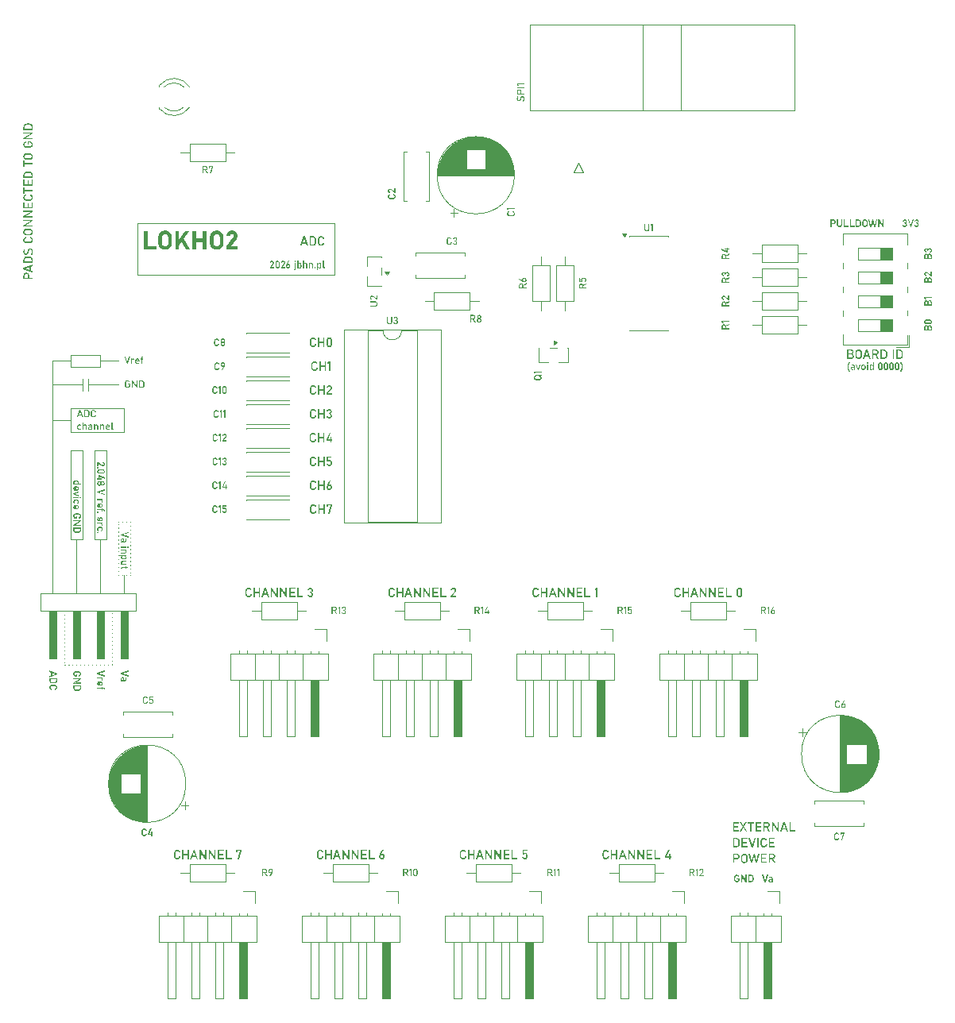
<source format=gbr>
%TF.GenerationSoftware,KiCad,Pcbnew,9.0.7*%
%TF.CreationDate,2026-02-03T14:22:32+01:00*%
%TF.ProjectId,lokho2-adc,6c6f6b68-6f32-42d6-9164-632e6b696361,rev?*%
%TF.SameCoordinates,Original*%
%TF.FileFunction,Legend,Top*%
%TF.FilePolarity,Positive*%
%FSLAX46Y46*%
G04 Gerber Fmt 4.6, Leading zero omitted, Abs format (unit mm)*
G04 Created by KiCad (PCBNEW 9.0.7) date 2026-02-03 14:22:32*
%MOMM*%
%LPD*%
G01*
G04 APERTURE LIST*
%ADD10C,0.100000*%
%ADD11C,0.125000*%
%ADD12C,0.400000*%
%ADD13C,0.150000*%
%ADD14C,0.120000*%
G04 APERTURE END LIST*
D10*
X108890000Y-93655000D02*
X112065000Y-93655000D01*
X104680000Y-117785000D02*
X105480000Y-117785000D01*
X105480000Y-122865000D01*
X104680000Y-122865000D01*
X104680000Y-117785000D01*
G36*
X104680000Y-117785000D02*
G01*
X105480000Y-117785000D01*
X105480000Y-122865000D01*
X104680000Y-122865000D01*
X104680000Y-117785000D01*
G37*
X108255000Y-93020000D02*
X108255000Y-94290000D01*
X105080000Y-115880000D02*
X105080000Y-115245000D01*
X111430000Y-123500000D02*
X111430000Y-123480000D01*
X111430000Y-123080000D02*
X111430000Y-123060000D01*
X111430000Y-122660000D02*
X111430000Y-122640000D01*
X111430000Y-122240000D02*
X111430000Y-122220000D01*
X111430000Y-121820000D02*
X111430000Y-121800000D01*
X111430000Y-121400000D02*
X111430000Y-121380000D01*
X111430000Y-120980000D02*
X111430000Y-120960000D01*
X111430000Y-120560000D02*
X111430000Y-120540000D01*
X111430000Y-120140000D02*
X111430000Y-120120000D01*
X111430000Y-119720000D02*
X111430000Y-119700000D01*
X111430000Y-119300000D02*
X111430000Y-119280000D01*
X111430000Y-118880000D02*
X111430000Y-118860000D01*
X111430000Y-118460000D02*
X111430000Y-118440000D01*
X111430000Y-118040000D02*
X111430000Y-118020000D01*
X109760000Y-117785000D02*
X110560000Y-117785000D01*
X110560000Y-122865000D01*
X109760000Y-122865000D01*
X109760000Y-117785000D01*
G36*
X109760000Y-117785000D02*
G01*
X110560000Y-117785000D01*
X110560000Y-122865000D01*
X109760000Y-122865000D01*
X109760000Y-117785000D01*
G37*
X106985000Y-96195000D02*
X112700000Y-96195000D01*
X112700000Y-98735000D01*
X106985000Y-98735000D01*
X106985000Y-96195000D01*
X105080000Y-93655000D02*
X108255000Y-93655000D01*
X114105000Y-76415000D02*
X135105000Y-76415000D01*
X135105000Y-81915000D01*
X114105000Y-81915000D01*
X114105000Y-76415000D01*
X107620000Y-115880000D02*
X107620000Y-110165000D01*
X109525000Y-100640000D02*
X110795000Y-100640000D01*
X110795000Y-110165000D01*
X109525000Y-110165000D01*
X109525000Y-100640000D01*
X110160000Y-91115000D02*
X112065000Y-91115000D01*
X105080000Y-115245000D02*
X105080000Y-91115000D01*
X106985000Y-90480000D02*
X110160000Y-90480000D01*
X110160000Y-91750000D01*
X106985000Y-91750000D01*
X106985000Y-90480000D01*
X105080000Y-97465000D02*
X106985000Y-97465000D01*
X106350000Y-117785000D02*
X106350000Y-117805000D01*
X106350000Y-118205000D02*
X106350000Y-118225000D01*
X106350000Y-118625000D02*
X106350000Y-118645000D01*
X106350000Y-119045000D02*
X106350000Y-119065000D01*
X106350000Y-119465000D02*
X106350000Y-119485000D01*
X106350000Y-119885000D02*
X106350000Y-119905000D01*
X106350000Y-120305000D02*
X106350000Y-120325000D01*
X106350000Y-120725000D02*
X106350000Y-120745000D01*
X106350000Y-121145000D02*
X106350000Y-121165000D01*
X106350000Y-121565000D02*
X106350000Y-121585000D01*
X106350000Y-121985000D02*
X106350000Y-122005000D01*
X106350000Y-122405000D02*
X106350000Y-122425000D01*
X106350000Y-122825000D02*
X106350000Y-122845000D01*
X106350000Y-123245000D02*
X106350000Y-123265000D01*
X108890000Y-94290000D02*
X108890000Y-93020000D01*
X107220000Y-117785000D02*
X108020000Y-117785000D01*
X108020000Y-122865000D01*
X107220000Y-122865000D01*
X107220000Y-117785000D01*
G36*
X107220000Y-117785000D02*
G01*
X108020000Y-117785000D01*
X108020000Y-122865000D01*
X107220000Y-122865000D01*
X107220000Y-117785000D01*
G37*
X105080000Y-91115000D02*
X106985000Y-91115000D01*
X112065000Y-108260000D02*
X112085000Y-108260000D01*
X112485000Y-108260000D02*
X112505000Y-108260000D01*
X112905000Y-108260000D02*
X112925000Y-108260000D01*
X113325000Y-108260000D02*
X113335000Y-108260000D01*
X113335000Y-108260000D02*
X113335000Y-108280000D01*
X113335000Y-108680000D02*
X113335000Y-108700000D01*
X113335000Y-109100000D02*
X113335000Y-109120000D01*
X113335000Y-109520000D02*
X113335000Y-109540000D01*
X113335000Y-109940000D02*
X113335000Y-109960000D01*
X113335000Y-110360000D02*
X113335000Y-110380000D01*
X113335000Y-110780000D02*
X113335000Y-110800000D01*
X113335000Y-111200000D02*
X113335000Y-111220000D01*
X113335000Y-111620000D02*
X113335000Y-111640000D01*
X113335000Y-112040000D02*
X113335000Y-112060000D01*
X113335000Y-112460000D02*
X113335000Y-112480000D01*
X113335000Y-112880000D02*
X113335000Y-112900000D01*
X113335000Y-113300000D02*
X113335000Y-113320000D01*
X113335000Y-113720000D02*
X113335000Y-113740000D01*
X113335000Y-113975000D02*
X113315000Y-113975000D01*
X112915000Y-113975000D02*
X112895000Y-113975000D01*
X112495000Y-113975000D02*
X112475000Y-113975000D01*
X112075000Y-113975000D02*
X112065000Y-113975000D01*
X112065000Y-113975000D02*
X112065000Y-113955000D01*
X112065000Y-113555000D02*
X112065000Y-113535000D01*
X112065000Y-113135000D02*
X112065000Y-113115000D01*
X112065000Y-112715000D02*
X112065000Y-112695000D01*
X112065000Y-112295000D02*
X112065000Y-112275000D01*
X112065000Y-111875000D02*
X112065000Y-111855000D01*
X112065000Y-111455000D02*
X112065000Y-111435000D01*
X112065000Y-111035000D02*
X112065000Y-111015000D01*
X112065000Y-110615000D02*
X112065000Y-110595000D01*
X112065000Y-110195000D02*
X112065000Y-110175000D01*
X112065000Y-109775000D02*
X112065000Y-109755000D01*
X112065000Y-109355000D02*
X112065000Y-109335000D01*
X112065000Y-108935000D02*
X112065000Y-108915000D01*
X112065000Y-108515000D02*
X112065000Y-108495000D01*
X110160000Y-115880000D02*
X110160000Y-110165000D01*
X112700000Y-115880000D02*
X112700000Y-113975000D01*
X106350000Y-123500000D02*
X106370000Y-123500000D01*
X106770000Y-123500000D02*
X106790000Y-123500000D01*
X107190000Y-123500000D02*
X107210000Y-123500000D01*
X107610000Y-123500000D02*
X107630000Y-123500000D01*
X108030000Y-123500000D02*
X108050000Y-123500000D01*
X108450000Y-123500000D02*
X108470000Y-123500000D01*
X108870000Y-123500000D02*
X108890000Y-123500000D01*
X109290000Y-123500000D02*
X109310000Y-123500000D01*
X109710000Y-123500000D02*
X109730000Y-123500000D01*
X110130000Y-123500000D02*
X110150000Y-123500000D01*
X110550000Y-123500000D02*
X110570000Y-123500000D01*
X110970000Y-123500000D02*
X110990000Y-123500000D01*
X111390000Y-123500000D02*
X111410000Y-123500000D01*
X103810000Y-115880000D02*
X113970000Y-115880000D01*
X113970000Y-117785000D01*
X103810000Y-117785000D01*
X103810000Y-115880000D01*
X106985000Y-100640000D02*
X108255000Y-100640000D01*
X108255000Y-110165000D01*
X106985000Y-110165000D01*
X106985000Y-100640000D01*
X112300000Y-117785000D02*
X113100000Y-117785000D01*
X113100000Y-122865000D01*
X112300000Y-122865000D01*
X112300000Y-117785000D01*
G36*
X112300000Y-117785000D02*
G01*
X113100000Y-117785000D01*
X113100000Y-122865000D01*
X112300000Y-122865000D01*
X112300000Y-117785000D01*
G37*
D11*
G36*
X133585661Y-144245746D02*
G01*
X133517727Y-144240361D01*
X133457605Y-144224843D01*
X133403944Y-144199645D01*
X133356046Y-144164859D01*
X133315928Y-144121982D01*
X133283044Y-144070136D01*
X133259637Y-144013052D01*
X133245077Y-143948577D01*
X133239996Y-143875352D01*
X133239996Y-143602716D01*
X133245089Y-143529037D01*
X133259659Y-143464373D01*
X133283044Y-143407322D01*
X133315934Y-143355440D01*
X133356052Y-143312565D01*
X133403944Y-143277812D01*
X133457608Y-143252580D01*
X133517731Y-143237042D01*
X133585661Y-143231650D01*
X133642144Y-143235865D01*
X133694382Y-143248220D01*
X133743137Y-143268592D01*
X133788086Y-143296411D01*
X133827779Y-143330653D01*
X133862632Y-143371784D01*
X133890930Y-143417748D01*
X133912724Y-143469183D01*
X133927906Y-143526878D01*
X133785146Y-143526878D01*
X133767649Y-143481728D01*
X133741732Y-143443103D01*
X133708575Y-143411060D01*
X133670352Y-143387294D01*
X133628484Y-143372361D01*
X133585661Y-143367449D01*
X133541084Y-143371695D01*
X133502410Y-143383900D01*
X133468461Y-143403838D01*
X133438444Y-143432051D01*
X133408318Y-143478025D01*
X133389476Y-143534008D01*
X133382756Y-143602655D01*
X133382756Y-143875413D01*
X133389482Y-143944055D01*
X133408329Y-143999927D01*
X133438444Y-144045711D01*
X133468438Y-144073748D01*
X133502379Y-144093576D01*
X133541062Y-144105720D01*
X133585661Y-144109947D01*
X133627664Y-144105481D01*
X133668147Y-144092025D01*
X133707905Y-144068914D01*
X133741509Y-144038071D01*
X133767195Y-143999129D01*
X133785146Y-143950518D01*
X133927906Y-143950518D01*
X133912697Y-144008196D01*
X133890805Y-144059652D01*
X133862327Y-144105673D01*
X133827275Y-144146805D01*
X133787554Y-144181047D01*
X133742770Y-144208866D01*
X133694254Y-144229192D01*
X133642142Y-144241532D01*
X133585661Y-144245746D01*
G37*
G36*
X134676694Y-144235000D02*
G01*
X134676694Y-143242397D01*
X134816034Y-143242397D01*
X134816034Y-144235000D01*
X134676694Y-144235000D01*
G37*
G36*
X134112432Y-144235000D02*
G01*
X134112432Y-143242397D01*
X134251772Y-143242397D01*
X134251772Y-144235000D01*
X134112432Y-144235000D01*
G37*
G36*
X134199199Y-143812948D02*
G01*
X134199199Y-143680080D01*
X134750455Y-143680080D01*
X134750455Y-143812948D01*
X134199199Y-143812948D01*
G37*
G36*
X134952749Y-144235000D02*
G01*
X135318869Y-143242397D01*
X135437755Y-143242397D01*
X135803875Y-144235000D01*
X135653604Y-144235000D01*
X135378281Y-143434249D01*
X135103020Y-144235000D01*
X134952749Y-144235000D01*
G37*
G36*
X135121460Y-144016158D02*
G01*
X135121460Y-143883290D01*
X135644018Y-143883290D01*
X135644018Y-144016158D01*
X135121460Y-144016158D01*
G37*
G36*
X135954023Y-144235000D02*
G01*
X135954023Y-143242397D01*
X136080358Y-143242397D01*
X136566095Y-144010235D01*
X136549670Y-144028004D01*
X136549670Y-143242397D01*
X136687667Y-143242397D01*
X136687667Y-144235000D01*
X136559928Y-144235000D01*
X136075595Y-143478763D01*
X136092020Y-143460994D01*
X136092020Y-144235000D01*
X135954023Y-144235000D01*
G37*
G36*
X136933925Y-144235000D02*
G01*
X136933925Y-143242397D01*
X137060260Y-143242397D01*
X137545998Y-144010235D01*
X137529572Y-144028004D01*
X137529572Y-143242397D01*
X137667570Y-143242397D01*
X137667570Y-144235000D01*
X137539831Y-144235000D01*
X137055497Y-143478763D01*
X137071922Y-143460994D01*
X137071922Y-144235000D01*
X136933925Y-144235000D01*
G37*
G36*
X137913827Y-144235000D02*
G01*
X137913827Y-143242397D01*
X138053168Y-143242397D01*
X138053168Y-144235000D01*
X137913827Y-144235000D01*
G37*
G36*
X137981422Y-144235000D02*
G01*
X137981422Y-144102131D01*
X138551851Y-144102131D01*
X138551851Y-144235000D01*
X137981422Y-144235000D01*
G37*
G36*
X137981422Y-143809040D02*
G01*
X137981422Y-143676172D01*
X138476685Y-143676172D01*
X138476685Y-143809040D01*
X137981422Y-143809040D01*
G37*
G36*
X137981422Y-143375265D02*
G01*
X137981422Y-143242397D01*
X138551851Y-143242397D01*
X138551851Y-143375265D01*
X137981422Y-143375265D01*
G37*
G36*
X138750115Y-144235000D02*
G01*
X138750115Y-143242397D01*
X138889456Y-143242397D01*
X138889456Y-144235000D01*
X138750115Y-144235000D01*
G37*
G36*
X138819785Y-144235000D02*
G01*
X138819785Y-144102131D01*
X139388138Y-144102131D01*
X139388138Y-144235000D01*
X138819785Y-144235000D01*
G37*
G36*
X140099184Y-143678909D02*
G01*
X140116577Y-143665569D01*
X140151021Y-143652547D01*
X140195117Y-143647840D01*
X140252397Y-143653088D01*
X140300572Y-143667955D01*
X140341420Y-143691855D01*
X140376162Y-143725204D01*
X140402847Y-143765135D01*
X140422882Y-143813631D01*
X140435766Y-143872406D01*
X140440398Y-143943557D01*
X140440398Y-143944228D01*
X140435259Y-144016242D01*
X140420889Y-144076097D01*
X140398353Y-144125907D01*
X140367980Y-144167344D01*
X140329322Y-144201174D01*
X140283346Y-144225766D01*
X140228579Y-144241230D01*
X140162999Y-144246723D01*
X140097765Y-144241287D01*
X140043215Y-144225977D01*
X139997362Y-144201627D01*
X139958751Y-144168138D01*
X139928398Y-144127048D01*
X139905884Y-144077618D01*
X139891529Y-144018177D01*
X139887051Y-143955769D01*
X140025734Y-143955769D01*
X140025734Y-143956441D01*
X140030238Y-144005585D01*
X140042524Y-144043414D01*
X140061577Y-144072456D01*
X140087951Y-144094422D01*
X140121077Y-144108013D01*
X140162999Y-144112878D01*
X140205828Y-144107932D01*
X140239244Y-144094189D01*
X140265459Y-144072090D01*
X140284355Y-144042847D01*
X140296535Y-144004900D01*
X140300996Y-143955769D01*
X140300996Y-143955097D01*
X140296265Y-143900950D01*
X140283367Y-143859129D01*
X140263444Y-143826931D01*
X140235562Y-143802249D01*
X140200556Y-143787093D01*
X140156221Y-143781685D01*
X140117056Y-143786989D01*
X140085560Y-143802077D01*
X140059867Y-143827236D01*
X140041855Y-143859391D01*
X140030075Y-143901344D01*
X140025734Y-143955769D01*
X139887051Y-143955769D01*
X139886394Y-143946610D01*
X139886394Y-143945877D01*
X139890660Y-143880920D01*
X139904101Y-143809528D01*
X139925771Y-143738713D01*
X139955331Y-143670371D01*
X140171242Y-143242397D01*
X140321512Y-143242397D01*
X140099184Y-143678909D01*
G37*
G36*
X156572179Y-116305746D02*
G01*
X156504245Y-116300361D01*
X156444123Y-116284843D01*
X156390462Y-116259645D01*
X156342564Y-116224859D01*
X156302446Y-116181982D01*
X156269562Y-116130136D01*
X156246155Y-116073052D01*
X156231595Y-116008577D01*
X156226514Y-115935352D01*
X156226514Y-115662716D01*
X156231607Y-115589037D01*
X156246177Y-115524373D01*
X156269562Y-115467322D01*
X156302452Y-115415440D01*
X156342570Y-115372565D01*
X156390462Y-115337812D01*
X156444126Y-115312580D01*
X156504249Y-115297042D01*
X156572179Y-115291650D01*
X156628662Y-115295865D01*
X156680900Y-115308220D01*
X156729655Y-115328592D01*
X156774604Y-115356411D01*
X156814297Y-115390653D01*
X156849150Y-115431784D01*
X156877448Y-115477748D01*
X156899242Y-115529183D01*
X156914424Y-115586878D01*
X156771664Y-115586878D01*
X156754167Y-115541728D01*
X156728250Y-115503103D01*
X156695093Y-115471060D01*
X156656870Y-115447294D01*
X156615002Y-115432361D01*
X156572179Y-115427449D01*
X156527602Y-115431695D01*
X156488928Y-115443900D01*
X156454979Y-115463838D01*
X156424962Y-115492051D01*
X156394836Y-115538025D01*
X156375994Y-115594008D01*
X156369274Y-115662655D01*
X156369274Y-115935413D01*
X156376000Y-116004055D01*
X156394847Y-116059927D01*
X156424962Y-116105711D01*
X156454956Y-116133748D01*
X156488897Y-116153576D01*
X156527580Y-116165720D01*
X156572179Y-116169947D01*
X156614182Y-116165481D01*
X156654665Y-116152025D01*
X156694423Y-116128914D01*
X156728027Y-116098071D01*
X156753713Y-116059129D01*
X156771664Y-116010518D01*
X156914424Y-116010518D01*
X156899215Y-116068196D01*
X156877323Y-116119652D01*
X156848845Y-116165673D01*
X156813793Y-116206805D01*
X156774072Y-116241047D01*
X156729288Y-116268866D01*
X156680772Y-116289192D01*
X156628660Y-116301532D01*
X156572179Y-116305746D01*
G37*
G36*
X157663212Y-116295000D02*
G01*
X157663212Y-115302397D01*
X157802552Y-115302397D01*
X157802552Y-116295000D01*
X157663212Y-116295000D01*
G37*
G36*
X157098950Y-116295000D02*
G01*
X157098950Y-115302397D01*
X157238290Y-115302397D01*
X157238290Y-116295000D01*
X157098950Y-116295000D01*
G37*
G36*
X157185717Y-115872948D02*
G01*
X157185717Y-115740080D01*
X157736973Y-115740080D01*
X157736973Y-115872948D01*
X157185717Y-115872948D01*
G37*
G36*
X157939267Y-116295000D02*
G01*
X158305387Y-115302397D01*
X158424273Y-115302397D01*
X158790393Y-116295000D01*
X158640122Y-116295000D01*
X158364799Y-115494249D01*
X158089538Y-116295000D01*
X157939267Y-116295000D01*
G37*
G36*
X158107978Y-116076158D02*
G01*
X158107978Y-115943290D01*
X158630536Y-115943290D01*
X158630536Y-116076158D01*
X158107978Y-116076158D01*
G37*
G36*
X158940541Y-116295000D02*
G01*
X158940541Y-115302397D01*
X159066876Y-115302397D01*
X159552613Y-116070235D01*
X159536188Y-116088004D01*
X159536188Y-115302397D01*
X159674185Y-115302397D01*
X159674185Y-116295000D01*
X159546446Y-116295000D01*
X159062113Y-115538763D01*
X159078538Y-115520994D01*
X159078538Y-116295000D01*
X158940541Y-116295000D01*
G37*
G36*
X159920443Y-116295000D02*
G01*
X159920443Y-115302397D01*
X160046778Y-115302397D01*
X160532516Y-116070235D01*
X160516090Y-116088004D01*
X160516090Y-115302397D01*
X160654088Y-115302397D01*
X160654088Y-116295000D01*
X160526349Y-116295000D01*
X160042015Y-115538763D01*
X160058440Y-115520994D01*
X160058440Y-116295000D01*
X159920443Y-116295000D01*
G37*
G36*
X160900345Y-116295000D02*
G01*
X160900345Y-115302397D01*
X161039686Y-115302397D01*
X161039686Y-116295000D01*
X160900345Y-116295000D01*
G37*
G36*
X160967940Y-116295000D02*
G01*
X160967940Y-116162131D01*
X161538369Y-116162131D01*
X161538369Y-116295000D01*
X160967940Y-116295000D01*
G37*
G36*
X160967940Y-115869040D02*
G01*
X160967940Y-115736172D01*
X161463203Y-115736172D01*
X161463203Y-115869040D01*
X160967940Y-115869040D01*
G37*
G36*
X160967940Y-115435265D02*
G01*
X160967940Y-115302397D01*
X161538369Y-115302397D01*
X161538369Y-115435265D01*
X160967940Y-115435265D01*
G37*
G36*
X161736633Y-116295000D02*
G01*
X161736633Y-115302397D01*
X161875974Y-115302397D01*
X161875974Y-116295000D01*
X161736633Y-116295000D01*
G37*
G36*
X161806303Y-116295000D02*
G01*
X161806303Y-116162131D01*
X162374656Y-116162131D01*
X162374656Y-116295000D01*
X161806303Y-116295000D01*
G37*
G36*
X163133153Y-115302397D02*
G01*
X163133153Y-116295000D01*
X162993812Y-116295000D01*
X162993812Y-115454010D01*
X162852395Y-115540778D01*
X162852395Y-115396674D01*
X162993812Y-115302397D01*
X163133153Y-115302397D01*
G37*
G36*
X132850159Y-107415746D02*
G01*
X132782225Y-107410361D01*
X132722103Y-107394843D01*
X132668442Y-107369645D01*
X132620544Y-107334859D01*
X132580426Y-107291982D01*
X132547542Y-107240136D01*
X132524135Y-107183052D01*
X132509575Y-107118577D01*
X132504494Y-107045352D01*
X132504494Y-106772716D01*
X132509587Y-106699037D01*
X132524157Y-106634373D01*
X132547542Y-106577322D01*
X132580432Y-106525440D01*
X132620550Y-106482565D01*
X132668442Y-106447812D01*
X132722106Y-106422580D01*
X132782229Y-106407042D01*
X132850159Y-106401650D01*
X132906642Y-106405865D01*
X132958880Y-106418220D01*
X133007635Y-106438592D01*
X133052584Y-106466411D01*
X133092277Y-106500653D01*
X133127130Y-106541784D01*
X133155428Y-106587748D01*
X133177222Y-106639183D01*
X133192404Y-106696878D01*
X133049644Y-106696878D01*
X133032147Y-106651728D01*
X133006230Y-106613103D01*
X132973073Y-106581060D01*
X132934850Y-106557294D01*
X132892982Y-106542361D01*
X132850159Y-106537449D01*
X132805582Y-106541695D01*
X132766908Y-106553900D01*
X132732959Y-106573838D01*
X132702942Y-106602051D01*
X132672816Y-106648025D01*
X132653974Y-106704008D01*
X132647254Y-106772655D01*
X132647254Y-107045413D01*
X132653980Y-107114055D01*
X132672827Y-107169927D01*
X132702942Y-107215711D01*
X132732936Y-107243748D01*
X132766877Y-107263576D01*
X132805560Y-107275720D01*
X132850159Y-107279947D01*
X132892162Y-107275481D01*
X132932645Y-107262025D01*
X132972403Y-107238914D01*
X133006007Y-107208071D01*
X133031693Y-107169129D01*
X133049644Y-107120518D01*
X133192404Y-107120518D01*
X133177195Y-107178196D01*
X133155303Y-107229652D01*
X133126825Y-107275673D01*
X133091773Y-107316805D01*
X133052052Y-107351047D01*
X133007268Y-107378866D01*
X132958752Y-107399192D01*
X132906640Y-107411532D01*
X132850159Y-107415746D01*
G37*
G36*
X133941192Y-107405000D02*
G01*
X133941192Y-106412397D01*
X134080532Y-106412397D01*
X134080532Y-107405000D01*
X133941192Y-107405000D01*
G37*
G36*
X133376930Y-107405000D02*
G01*
X133376930Y-106412397D01*
X133516270Y-106412397D01*
X133516270Y-107405000D01*
X133376930Y-107405000D01*
G37*
G36*
X133463697Y-106982948D02*
G01*
X133463697Y-106850080D01*
X134014953Y-106850080D01*
X134014953Y-106982948D01*
X133463697Y-106982948D01*
G37*
G36*
X134819062Y-106412397D02*
G01*
X134819062Y-106537021D01*
X134562179Y-107405000D01*
X134413985Y-107405000D01*
X134670806Y-106545265D01*
X134418076Y-106545265D01*
X134418076Y-106689856D01*
X134278735Y-106689856D01*
X134278735Y-106412397D01*
X134819062Y-106412397D01*
G37*
G36*
X171658794Y-116305746D02*
G01*
X171590860Y-116300361D01*
X171530738Y-116284843D01*
X171477077Y-116259645D01*
X171429179Y-116224859D01*
X171389061Y-116181982D01*
X171356177Y-116130136D01*
X171332770Y-116073052D01*
X171318210Y-116008577D01*
X171313129Y-115935352D01*
X171313129Y-115662716D01*
X171318222Y-115589037D01*
X171332792Y-115524373D01*
X171356177Y-115467322D01*
X171389067Y-115415440D01*
X171429185Y-115372565D01*
X171477077Y-115337812D01*
X171530741Y-115312580D01*
X171590864Y-115297042D01*
X171658794Y-115291650D01*
X171715277Y-115295865D01*
X171767515Y-115308220D01*
X171816270Y-115328592D01*
X171861219Y-115356411D01*
X171900912Y-115390653D01*
X171935765Y-115431784D01*
X171964063Y-115477748D01*
X171985857Y-115529183D01*
X172001039Y-115586878D01*
X171858279Y-115586878D01*
X171840782Y-115541728D01*
X171814865Y-115503103D01*
X171781708Y-115471060D01*
X171743485Y-115447294D01*
X171701617Y-115432361D01*
X171658794Y-115427449D01*
X171614217Y-115431695D01*
X171575543Y-115443900D01*
X171541594Y-115463838D01*
X171511577Y-115492051D01*
X171481451Y-115538025D01*
X171462609Y-115594008D01*
X171455889Y-115662655D01*
X171455889Y-115935413D01*
X171462615Y-116004055D01*
X171481462Y-116059927D01*
X171511577Y-116105711D01*
X171541571Y-116133748D01*
X171575512Y-116153576D01*
X171614195Y-116165720D01*
X171658794Y-116169947D01*
X171700797Y-116165481D01*
X171741280Y-116152025D01*
X171781038Y-116128914D01*
X171814642Y-116098071D01*
X171840328Y-116059129D01*
X171858279Y-116010518D01*
X172001039Y-116010518D01*
X171985830Y-116068196D01*
X171963938Y-116119652D01*
X171935460Y-116165673D01*
X171900408Y-116206805D01*
X171860687Y-116241047D01*
X171815903Y-116268866D01*
X171767387Y-116289192D01*
X171715275Y-116301532D01*
X171658794Y-116305746D01*
G37*
G36*
X172749827Y-116295000D02*
G01*
X172749827Y-115302397D01*
X172889167Y-115302397D01*
X172889167Y-116295000D01*
X172749827Y-116295000D01*
G37*
G36*
X172185565Y-116295000D02*
G01*
X172185565Y-115302397D01*
X172324905Y-115302397D01*
X172324905Y-116295000D01*
X172185565Y-116295000D01*
G37*
G36*
X172272332Y-115872948D02*
G01*
X172272332Y-115740080D01*
X172823588Y-115740080D01*
X172823588Y-115872948D01*
X172272332Y-115872948D01*
G37*
G36*
X173025882Y-116295000D02*
G01*
X173392002Y-115302397D01*
X173510888Y-115302397D01*
X173877008Y-116295000D01*
X173726737Y-116295000D01*
X173451414Y-115494249D01*
X173176153Y-116295000D01*
X173025882Y-116295000D01*
G37*
G36*
X173194593Y-116076158D02*
G01*
X173194593Y-115943290D01*
X173717151Y-115943290D01*
X173717151Y-116076158D01*
X173194593Y-116076158D01*
G37*
G36*
X174027156Y-116295000D02*
G01*
X174027156Y-115302397D01*
X174153491Y-115302397D01*
X174639228Y-116070235D01*
X174622803Y-116088004D01*
X174622803Y-115302397D01*
X174760800Y-115302397D01*
X174760800Y-116295000D01*
X174633061Y-116295000D01*
X174148728Y-115538763D01*
X174165153Y-115520994D01*
X174165153Y-116295000D01*
X174027156Y-116295000D01*
G37*
G36*
X175007058Y-116295000D02*
G01*
X175007058Y-115302397D01*
X175133393Y-115302397D01*
X175619131Y-116070235D01*
X175602705Y-116088004D01*
X175602705Y-115302397D01*
X175740703Y-115302397D01*
X175740703Y-116295000D01*
X175612964Y-116295000D01*
X175128630Y-115538763D01*
X175145055Y-115520994D01*
X175145055Y-116295000D01*
X175007058Y-116295000D01*
G37*
G36*
X175986960Y-116295000D02*
G01*
X175986960Y-115302397D01*
X176126301Y-115302397D01*
X176126301Y-116295000D01*
X175986960Y-116295000D01*
G37*
G36*
X176054555Y-116295000D02*
G01*
X176054555Y-116162131D01*
X176624984Y-116162131D01*
X176624984Y-116295000D01*
X176054555Y-116295000D01*
G37*
G36*
X176054555Y-115869040D02*
G01*
X176054555Y-115736172D01*
X176549818Y-115736172D01*
X176549818Y-115869040D01*
X176054555Y-115869040D01*
G37*
G36*
X176054555Y-115435265D02*
G01*
X176054555Y-115302397D01*
X176624984Y-115302397D01*
X176624984Y-115435265D01*
X176054555Y-115435265D01*
G37*
G36*
X176823248Y-116295000D02*
G01*
X176823248Y-115302397D01*
X176962589Y-115302397D01*
X176962589Y-116295000D01*
X176823248Y-116295000D01*
G37*
G36*
X176892918Y-116295000D02*
G01*
X176892918Y-116162131D01*
X177461271Y-116162131D01*
X177461271Y-116295000D01*
X176892918Y-116295000D01*
G37*
G36*
X178333902Y-115296043D02*
G01*
X178391185Y-115310945D01*
X178437795Y-115334198D01*
X178475612Y-115365533D01*
X178505790Y-115404809D01*
X178527971Y-115451426D01*
X178542001Y-115506831D01*
X178546992Y-115572896D01*
X178546992Y-116024501D01*
X178542017Y-116090188D01*
X178528009Y-116145447D01*
X178505830Y-116192101D01*
X178475612Y-116231557D01*
X178437774Y-116263034D01*
X178391156Y-116286380D01*
X178333880Y-116301335D01*
X178263487Y-116306723D01*
X178192406Y-116301246D01*
X178134857Y-116286074D01*
X178088269Y-116262431D01*
X178050690Y-116230580D01*
X178020666Y-116190650D01*
X177998696Y-116143926D01*
X177984873Y-116089104D01*
X177979982Y-116024501D01*
X177979982Y-115573079D01*
X178119323Y-115573079D01*
X178119323Y-116024317D01*
X178123500Y-116069611D01*
X178135038Y-116105475D01*
X178153150Y-116133921D01*
X178178524Y-116155017D01*
X178214128Y-116168726D01*
X178263487Y-116173855D01*
X178312846Y-116168726D01*
X178348450Y-116155017D01*
X178373824Y-116133921D01*
X178391937Y-116105475D01*
X178403474Y-116069611D01*
X178407651Y-116024317D01*
X178407651Y-115573079D01*
X178403452Y-115527330D01*
X178391896Y-115491401D01*
X178373824Y-115463169D01*
X178348477Y-115442250D01*
X178312876Y-115428638D01*
X178263487Y-115423541D01*
X178214098Y-115428638D01*
X178178497Y-115442250D01*
X178153150Y-115463169D01*
X178135078Y-115491401D01*
X178123522Y-115527330D01*
X178119323Y-115573079D01*
X177979982Y-115573079D01*
X177979982Y-115572896D01*
X177984979Y-115507232D01*
X177999051Y-115451982D01*
X178021341Y-115405319D01*
X178051728Y-115365839D01*
X178089744Y-115334319D01*
X178136394Y-115310975D01*
X178193508Y-115296044D01*
X178263487Y-115290673D01*
X178333902Y-115296043D01*
G37*
G36*
X132821338Y-102335746D02*
G01*
X132753404Y-102330361D01*
X132693282Y-102314843D01*
X132639621Y-102289645D01*
X132591723Y-102254859D01*
X132551605Y-102211982D01*
X132518721Y-102160136D01*
X132495314Y-102103052D01*
X132480754Y-102038577D01*
X132475673Y-101965352D01*
X132475673Y-101692716D01*
X132480766Y-101619037D01*
X132495336Y-101554373D01*
X132518721Y-101497322D01*
X132551611Y-101445440D01*
X132591729Y-101402565D01*
X132639621Y-101367812D01*
X132693285Y-101342580D01*
X132753408Y-101327042D01*
X132821338Y-101321650D01*
X132877821Y-101325865D01*
X132930059Y-101338220D01*
X132978814Y-101358592D01*
X133023763Y-101386411D01*
X133063456Y-101420653D01*
X133098309Y-101461784D01*
X133126607Y-101507748D01*
X133148401Y-101559183D01*
X133163583Y-101616878D01*
X133020823Y-101616878D01*
X133003326Y-101571728D01*
X132977409Y-101533103D01*
X132944252Y-101501060D01*
X132906029Y-101477294D01*
X132864161Y-101462361D01*
X132821338Y-101457449D01*
X132776761Y-101461695D01*
X132738087Y-101473900D01*
X132704138Y-101493838D01*
X132674121Y-101522051D01*
X132643995Y-101568025D01*
X132625153Y-101624008D01*
X132618433Y-101692655D01*
X132618433Y-101965413D01*
X132625159Y-102034055D01*
X132644006Y-102089927D01*
X132674121Y-102135711D01*
X132704115Y-102163748D01*
X132738056Y-102183576D01*
X132776739Y-102195720D01*
X132821338Y-102199947D01*
X132863341Y-102195481D01*
X132903824Y-102182025D01*
X132943582Y-102158914D01*
X132977186Y-102128071D01*
X133002872Y-102089129D01*
X133020823Y-102040518D01*
X133163583Y-102040518D01*
X133148374Y-102098196D01*
X133126482Y-102149652D01*
X133098004Y-102195673D01*
X133062952Y-102236805D01*
X133023231Y-102271047D01*
X132978447Y-102298866D01*
X132929931Y-102319192D01*
X132877819Y-102331532D01*
X132821338Y-102335746D01*
G37*
G36*
X133912371Y-102325000D02*
G01*
X133912371Y-101332397D01*
X134051711Y-101332397D01*
X134051711Y-102325000D01*
X133912371Y-102325000D01*
G37*
G36*
X133348109Y-102325000D02*
G01*
X133348109Y-101332397D01*
X133487449Y-101332397D01*
X133487449Y-102325000D01*
X133348109Y-102325000D01*
G37*
G36*
X133434876Y-101902948D02*
G01*
X133434876Y-101770080D01*
X133986132Y-101770080D01*
X133986132Y-101902948D01*
X133434876Y-101902948D01*
G37*
G36*
X134554546Y-102336723D02*
G01*
X134498489Y-102332341D01*
X134449534Y-102319791D01*
X134406471Y-102299549D01*
X134368372Y-102271510D01*
X134336364Y-102236821D01*
X134310446Y-102195341D01*
X134290586Y-102146020D01*
X134277209Y-102087473D01*
X134277209Y-102086802D01*
X134416549Y-102086802D01*
X134416549Y-102087473D01*
X134425106Y-102122186D01*
X134439698Y-102150110D01*
X134460269Y-102172531D01*
X134485949Y-102188973D01*
X134516917Y-102199232D01*
X134554546Y-102202878D01*
X134597089Y-102197572D01*
X134630898Y-102182639D01*
X134658044Y-102158182D01*
X134677464Y-102126353D01*
X134690021Y-102085222D01*
X134694620Y-102032213D01*
X134694620Y-101948866D01*
X134690013Y-101895859D01*
X134677450Y-101854866D01*
X134658044Y-101823264D01*
X134630921Y-101798988D01*
X134597113Y-101784149D01*
X134554546Y-101778872D01*
X134519373Y-101783899D01*
X134484876Y-101799389D01*
X134453937Y-101823486D01*
X134426136Y-101856725D01*
X134299068Y-101856725D01*
X134299068Y-101332397D01*
X134805262Y-101332397D01*
X134805262Y-101465265D01*
X134438409Y-101465265D01*
X134438409Y-101689419D01*
X134465876Y-101670659D01*
X134496478Y-101656629D01*
X134529012Y-101647914D01*
X134562057Y-101645027D01*
X134626152Y-101650509D01*
X134679762Y-101665961D01*
X134724865Y-101690595D01*
X134762886Y-101724590D01*
X134792615Y-101766018D01*
X134814746Y-101815993D01*
X134828893Y-101876227D01*
X134833960Y-101948866D01*
X134833960Y-102032213D01*
X134828761Y-102105085D01*
X134814240Y-102165490D01*
X134791494Y-102215607D01*
X134760871Y-102257161D01*
X134721887Y-102291069D01*
X134675577Y-102315721D01*
X134620468Y-102331220D01*
X134554546Y-102336723D01*
G37*
G36*
X112975457Y-91447000D02*
G01*
X112716413Y-90652917D01*
X112837704Y-90652917D01*
X113028457Y-91275492D01*
X113219162Y-90652917D01*
X113340502Y-90652917D01*
X113081458Y-91447000D01*
X112975457Y-91447000D01*
G37*
G36*
X113417390Y-91447000D02*
G01*
X113417390Y-90881138D01*
X113528862Y-90881138D01*
X113528862Y-91447000D01*
X113417390Y-91447000D01*
G37*
G36*
X113729434Y-91015422D02*
G01*
X113712858Y-90999652D01*
X113692260Y-90988116D01*
X113668750Y-90981272D01*
X113640383Y-90978835D01*
X113606169Y-90982388D01*
X113579282Y-90992227D01*
X113558073Y-91007851D01*
X113542296Y-91028902D01*
X113532415Y-91055360D01*
X113528862Y-91088793D01*
X113517383Y-90979470D01*
X113536725Y-90947866D01*
X113559188Y-90921890D01*
X113584891Y-90900921D01*
X113613829Y-90885102D01*
X113644326Y-90875709D01*
X113676971Y-90872540D01*
X113714572Y-90875456D01*
X113747166Y-90883775D01*
X113776763Y-90897763D01*
X113802121Y-90916944D01*
X113729434Y-91015422D01*
G37*
G36*
X114116266Y-91455597D02*
G01*
X114057259Y-91450975D01*
X114008094Y-91438002D01*
X113966990Y-91417501D01*
X113932595Y-91389554D01*
X113905217Y-91354761D01*
X113885014Y-91312888D01*
X113872169Y-91262499D01*
X113867578Y-91201731D01*
X113867578Y-91137886D01*
X113872041Y-91074322D01*
X113884495Y-91021671D01*
X113903977Y-90978036D01*
X113930153Y-90941905D01*
X113963612Y-90912269D01*
X114003236Y-90890788D01*
X114050261Y-90877317D01*
X114106399Y-90872540D01*
X114158410Y-90877773D01*
X114202380Y-90892685D01*
X114239973Y-90916931D01*
X114272240Y-90951284D01*
X114296491Y-90991542D01*
X114314856Y-91040578D01*
X114326728Y-91100122D01*
X114331004Y-91172226D01*
X114331004Y-91209400D01*
X113948471Y-91209400D01*
X113948471Y-91119519D01*
X114225003Y-91119519D01*
X114218271Y-91074671D01*
X114206093Y-91039497D01*
X114189197Y-91012101D01*
X114166292Y-90990591D01*
X114139153Y-90977806D01*
X114106399Y-90973364D01*
X114066438Y-90978275D01*
X114034466Y-90992119D01*
X114008604Y-91014787D01*
X113990018Y-91044313D01*
X113978021Y-91082544D01*
X113973628Y-91131926D01*
X113973628Y-91203831D01*
X113978256Y-91249230D01*
X113990986Y-91284423D01*
X114011046Y-91311738D01*
X114038203Y-91331985D01*
X114072575Y-91344712D01*
X114116266Y-91349302D01*
X114149742Y-91345992D01*
X114183433Y-91335869D01*
X114215044Y-91319693D01*
X114243028Y-91298207D01*
X114316252Y-91371187D01*
X114271460Y-91407018D01*
X114221730Y-91433566D01*
X114168676Y-91450184D01*
X114116266Y-91455597D01*
G37*
G36*
X114500655Y-91447000D02*
G01*
X114500655Y-90803127D01*
X114505053Y-90754358D01*
X114516903Y-90717811D01*
X114535045Y-90690628D01*
X114560510Y-90670627D01*
X114595215Y-90657708D01*
X114642170Y-90652917D01*
X114724138Y-90652917D01*
X114724138Y-90759212D01*
X114644368Y-90759212D01*
X114629528Y-90762534D01*
X114619748Y-90772059D01*
X114614110Y-90785725D01*
X114612128Y-90802345D01*
X114612128Y-91447000D01*
X114500655Y-91447000D01*
G37*
G36*
X114440523Y-90976490D02*
G01*
X114440523Y-90881138D01*
X114724138Y-90881138D01*
X114724138Y-90976490D01*
X114440523Y-90976490D01*
G37*
G36*
X125954914Y-116305746D02*
G01*
X125886980Y-116300361D01*
X125826858Y-116284843D01*
X125773197Y-116259645D01*
X125725299Y-116224859D01*
X125685181Y-116181982D01*
X125652297Y-116130136D01*
X125628890Y-116073052D01*
X125614330Y-116008577D01*
X125609249Y-115935352D01*
X125609249Y-115662716D01*
X125614342Y-115589037D01*
X125628912Y-115524373D01*
X125652297Y-115467322D01*
X125685187Y-115415440D01*
X125725305Y-115372565D01*
X125773197Y-115337812D01*
X125826861Y-115312580D01*
X125886984Y-115297042D01*
X125954914Y-115291650D01*
X126011397Y-115295865D01*
X126063635Y-115308220D01*
X126112390Y-115328592D01*
X126157339Y-115356411D01*
X126197032Y-115390653D01*
X126231885Y-115431784D01*
X126260183Y-115477748D01*
X126281977Y-115529183D01*
X126297159Y-115586878D01*
X126154399Y-115586878D01*
X126136902Y-115541728D01*
X126110985Y-115503103D01*
X126077828Y-115471060D01*
X126039605Y-115447294D01*
X125997737Y-115432361D01*
X125954914Y-115427449D01*
X125910337Y-115431695D01*
X125871663Y-115443900D01*
X125837714Y-115463838D01*
X125807697Y-115492051D01*
X125777571Y-115538025D01*
X125758729Y-115594008D01*
X125752009Y-115662655D01*
X125752009Y-115935413D01*
X125758735Y-116004055D01*
X125777582Y-116059927D01*
X125807697Y-116105711D01*
X125837691Y-116133748D01*
X125871632Y-116153576D01*
X125910315Y-116165720D01*
X125954914Y-116169947D01*
X125996917Y-116165481D01*
X126037400Y-116152025D01*
X126077158Y-116128914D01*
X126110762Y-116098071D01*
X126136448Y-116059129D01*
X126154399Y-116010518D01*
X126297159Y-116010518D01*
X126281950Y-116068196D01*
X126260058Y-116119652D01*
X126231580Y-116165673D01*
X126196528Y-116206805D01*
X126156807Y-116241047D01*
X126112023Y-116268866D01*
X126063507Y-116289192D01*
X126011395Y-116301532D01*
X125954914Y-116305746D01*
G37*
G36*
X127045947Y-116295000D02*
G01*
X127045947Y-115302397D01*
X127185287Y-115302397D01*
X127185287Y-116295000D01*
X127045947Y-116295000D01*
G37*
G36*
X126481685Y-116295000D02*
G01*
X126481685Y-115302397D01*
X126621025Y-115302397D01*
X126621025Y-116295000D01*
X126481685Y-116295000D01*
G37*
G36*
X126568452Y-115872948D02*
G01*
X126568452Y-115740080D01*
X127119708Y-115740080D01*
X127119708Y-115872948D01*
X126568452Y-115872948D01*
G37*
G36*
X127322002Y-116295000D02*
G01*
X127688122Y-115302397D01*
X127807008Y-115302397D01*
X128173128Y-116295000D01*
X128022857Y-116295000D01*
X127747534Y-115494249D01*
X127472273Y-116295000D01*
X127322002Y-116295000D01*
G37*
G36*
X127490713Y-116076158D02*
G01*
X127490713Y-115943290D01*
X128013271Y-115943290D01*
X128013271Y-116076158D01*
X127490713Y-116076158D01*
G37*
G36*
X128323276Y-116295000D02*
G01*
X128323276Y-115302397D01*
X128449611Y-115302397D01*
X128935348Y-116070235D01*
X128918923Y-116088004D01*
X128918923Y-115302397D01*
X129056920Y-115302397D01*
X129056920Y-116295000D01*
X128929181Y-116295000D01*
X128444848Y-115538763D01*
X128461273Y-115520994D01*
X128461273Y-116295000D01*
X128323276Y-116295000D01*
G37*
G36*
X129303178Y-116295000D02*
G01*
X129303178Y-115302397D01*
X129429513Y-115302397D01*
X129915251Y-116070235D01*
X129898825Y-116088004D01*
X129898825Y-115302397D01*
X130036823Y-115302397D01*
X130036823Y-116295000D01*
X129909084Y-116295000D01*
X129424750Y-115538763D01*
X129441175Y-115520994D01*
X129441175Y-116295000D01*
X129303178Y-116295000D01*
G37*
G36*
X130283080Y-116295000D02*
G01*
X130283080Y-115302397D01*
X130422421Y-115302397D01*
X130422421Y-116295000D01*
X130283080Y-116295000D01*
G37*
G36*
X130350675Y-116295000D02*
G01*
X130350675Y-116162131D01*
X130921104Y-116162131D01*
X130921104Y-116295000D01*
X130350675Y-116295000D01*
G37*
G36*
X130350675Y-115869040D02*
G01*
X130350675Y-115736172D01*
X130845938Y-115736172D01*
X130845938Y-115869040D01*
X130350675Y-115869040D01*
G37*
G36*
X130350675Y-115435265D02*
G01*
X130350675Y-115302397D01*
X130921104Y-115302397D01*
X130921104Y-115435265D01*
X130350675Y-115435265D01*
G37*
G36*
X131119368Y-116295000D02*
G01*
X131119368Y-115302397D01*
X131258709Y-115302397D01*
X131258709Y-116295000D01*
X131119368Y-116295000D01*
G37*
G36*
X131189038Y-116295000D02*
G01*
X131189038Y-116162131D01*
X131757391Y-116162131D01*
X131757391Y-116295000D01*
X131189038Y-116295000D01*
G37*
G36*
X132532985Y-116306723D02*
G01*
X132477639Y-116303124D01*
X132428892Y-116292824D01*
X132385767Y-116276315D01*
X132346213Y-116252866D01*
X132312574Y-116223692D01*
X132284284Y-116188387D01*
X132262392Y-116148591D01*
X132245887Y-116102411D01*
X132235130Y-116048803D01*
X132377219Y-116048803D01*
X132387770Y-116089651D01*
X132404721Y-116120368D01*
X132427777Y-116143080D01*
X132456487Y-116159144D01*
X132491085Y-116169268D01*
X132532985Y-116172878D01*
X132577552Y-116168344D01*
X132612583Y-116155801D01*
X132640207Y-116135936D01*
X132660890Y-116108991D01*
X132673834Y-116074981D01*
X132678492Y-116031828D01*
X132678492Y-116001725D01*
X132673972Y-115953193D01*
X132661589Y-115915527D01*
X132642283Y-115886320D01*
X132615648Y-115864193D01*
X132582183Y-115850496D01*
X132539823Y-115845593D01*
X132469420Y-115845593D01*
X132469420Y-115712725D01*
X132539823Y-115712725D01*
X132577463Y-115708481D01*
X132607001Y-115696681D01*
X132630315Y-115677737D01*
X132647283Y-115652601D01*
X132658121Y-115620345D01*
X132662067Y-115578941D01*
X132662067Y-115548044D01*
X132657946Y-115510092D01*
X132646508Y-115480284D01*
X132628239Y-115456758D01*
X132603843Y-115439491D01*
X132572517Y-115428510D01*
X132532252Y-115424518D01*
X132498277Y-115427993D01*
X132468883Y-115437998D01*
X132443103Y-115454438D01*
X132422344Y-115476759D01*
X132405468Y-115507541D01*
X132392911Y-115548960D01*
X132251495Y-115548960D01*
X132266226Y-115488035D01*
X132287139Y-115436819D01*
X132313786Y-115393889D01*
X132346139Y-115358145D01*
X132384708Y-115328997D01*
X132427942Y-115308073D01*
X132476731Y-115295164D01*
X132532252Y-115290673D01*
X132596423Y-115295463D01*
X132649734Y-115308870D01*
X132694116Y-115329956D01*
X132731065Y-115358511D01*
X132760911Y-115394470D01*
X132782734Y-115437311D01*
X132796507Y-115488417D01*
X132801407Y-115549631D01*
X132801407Y-115566057D01*
X132796763Y-115614516D01*
X132783296Y-115657428D01*
X132761107Y-115695933D01*
X132731185Y-115728868D01*
X132693586Y-115755883D01*
X132647046Y-115777083D01*
X132697999Y-115793931D01*
X132739475Y-115820370D01*
X132773075Y-115856828D01*
X132797242Y-115900608D01*
X132812432Y-115952954D01*
X132817833Y-116015891D01*
X132817833Y-116032316D01*
X132812641Y-116097238D01*
X132798051Y-116151420D01*
X132774940Y-116196823D01*
X132743339Y-116234916D01*
X132704239Y-116265143D01*
X132657278Y-116287463D01*
X132600874Y-116301654D01*
X132532985Y-116306723D01*
G37*
G36*
X141203219Y-116305746D02*
G01*
X141135285Y-116300361D01*
X141075163Y-116284843D01*
X141021502Y-116259645D01*
X140973604Y-116224859D01*
X140933486Y-116181982D01*
X140900602Y-116130136D01*
X140877195Y-116073052D01*
X140862635Y-116008577D01*
X140857554Y-115935352D01*
X140857554Y-115662716D01*
X140862647Y-115589037D01*
X140877217Y-115524373D01*
X140900602Y-115467322D01*
X140933492Y-115415440D01*
X140973610Y-115372565D01*
X141021502Y-115337812D01*
X141075166Y-115312580D01*
X141135289Y-115297042D01*
X141203219Y-115291650D01*
X141259702Y-115295865D01*
X141311940Y-115308220D01*
X141360695Y-115328592D01*
X141405644Y-115356411D01*
X141445337Y-115390653D01*
X141480190Y-115431784D01*
X141508488Y-115477748D01*
X141530282Y-115529183D01*
X141545464Y-115586878D01*
X141402704Y-115586878D01*
X141385207Y-115541728D01*
X141359290Y-115503103D01*
X141326133Y-115471060D01*
X141287910Y-115447294D01*
X141246042Y-115432361D01*
X141203219Y-115427449D01*
X141158642Y-115431695D01*
X141119968Y-115443900D01*
X141086019Y-115463838D01*
X141056002Y-115492051D01*
X141025876Y-115538025D01*
X141007034Y-115594008D01*
X141000314Y-115662655D01*
X141000314Y-115935413D01*
X141007040Y-116004055D01*
X141025887Y-116059927D01*
X141056002Y-116105711D01*
X141085996Y-116133748D01*
X141119937Y-116153576D01*
X141158620Y-116165720D01*
X141203219Y-116169947D01*
X141245222Y-116165481D01*
X141285705Y-116152025D01*
X141325463Y-116128914D01*
X141359067Y-116098071D01*
X141384753Y-116059129D01*
X141402704Y-116010518D01*
X141545464Y-116010518D01*
X141530255Y-116068196D01*
X141508363Y-116119652D01*
X141479885Y-116165673D01*
X141444833Y-116206805D01*
X141405112Y-116241047D01*
X141360328Y-116268866D01*
X141311812Y-116289192D01*
X141259700Y-116301532D01*
X141203219Y-116305746D01*
G37*
G36*
X142294252Y-116295000D02*
G01*
X142294252Y-115302397D01*
X142433592Y-115302397D01*
X142433592Y-116295000D01*
X142294252Y-116295000D01*
G37*
G36*
X141729990Y-116295000D02*
G01*
X141729990Y-115302397D01*
X141869330Y-115302397D01*
X141869330Y-116295000D01*
X141729990Y-116295000D01*
G37*
G36*
X141816757Y-115872948D02*
G01*
X141816757Y-115740080D01*
X142368013Y-115740080D01*
X142368013Y-115872948D01*
X141816757Y-115872948D01*
G37*
G36*
X142570307Y-116295000D02*
G01*
X142936427Y-115302397D01*
X143055313Y-115302397D01*
X143421433Y-116295000D01*
X143271162Y-116295000D01*
X142995839Y-115494249D01*
X142720578Y-116295000D01*
X142570307Y-116295000D01*
G37*
G36*
X142739018Y-116076158D02*
G01*
X142739018Y-115943290D01*
X143261576Y-115943290D01*
X143261576Y-116076158D01*
X142739018Y-116076158D01*
G37*
G36*
X143571581Y-116295000D02*
G01*
X143571581Y-115302397D01*
X143697916Y-115302397D01*
X144183653Y-116070235D01*
X144167228Y-116088004D01*
X144167228Y-115302397D01*
X144305225Y-115302397D01*
X144305225Y-116295000D01*
X144177486Y-116295000D01*
X143693153Y-115538763D01*
X143709578Y-115520994D01*
X143709578Y-116295000D01*
X143571581Y-116295000D01*
G37*
G36*
X144551483Y-116295000D02*
G01*
X144551483Y-115302397D01*
X144677818Y-115302397D01*
X145163556Y-116070235D01*
X145147130Y-116088004D01*
X145147130Y-115302397D01*
X145285128Y-115302397D01*
X145285128Y-116295000D01*
X145157389Y-116295000D01*
X144673055Y-115538763D01*
X144689480Y-115520994D01*
X144689480Y-116295000D01*
X144551483Y-116295000D01*
G37*
G36*
X145531385Y-116295000D02*
G01*
X145531385Y-115302397D01*
X145670726Y-115302397D01*
X145670726Y-116295000D01*
X145531385Y-116295000D01*
G37*
G36*
X145598980Y-116295000D02*
G01*
X145598980Y-116162131D01*
X146169409Y-116162131D01*
X146169409Y-116295000D01*
X145598980Y-116295000D01*
G37*
G36*
X145598980Y-115869040D02*
G01*
X145598980Y-115736172D01*
X146094243Y-115736172D01*
X146094243Y-115869040D01*
X145598980Y-115869040D01*
G37*
G36*
X145598980Y-115435265D02*
G01*
X145598980Y-115302397D01*
X146169409Y-115302397D01*
X146169409Y-115435265D01*
X145598980Y-115435265D01*
G37*
G36*
X146367673Y-116295000D02*
G01*
X146367673Y-115302397D01*
X146507014Y-115302397D01*
X146507014Y-116295000D01*
X146367673Y-116295000D01*
G37*
G36*
X146437343Y-116295000D02*
G01*
X146437343Y-116162131D01*
X147005696Y-116162131D01*
X147005696Y-116295000D01*
X146437343Y-116295000D01*
G37*
G36*
X147509386Y-116295000D02*
G01*
X147509386Y-116173794D01*
X147855723Y-115711870D01*
X147882690Y-115671125D01*
X147902495Y-115629926D01*
X147915290Y-115587772D01*
X147919287Y-115549937D01*
X147919287Y-115548593D01*
X147915062Y-115510424D01*
X147903298Y-115480281D01*
X147884421Y-115456331D01*
X147859272Y-115438787D01*
X147826949Y-115427608D01*
X147785381Y-115423541D01*
X147746710Y-115427764D01*
X147714493Y-115439775D01*
X147687317Y-115459384D01*
X147666016Y-115485487D01*
X147650523Y-115518705D01*
X147641216Y-115560744D01*
X147641216Y-115561416D01*
X147497113Y-115561416D01*
X147497113Y-115560744D01*
X147510721Y-115497170D01*
X147531114Y-115443721D01*
X147557775Y-115398872D01*
X147590658Y-115361442D01*
X147630201Y-115330931D01*
X147674893Y-115308986D01*
X147725715Y-115295410D01*
X147783976Y-115290673D01*
X147851077Y-115295485D01*
X147906668Y-115308924D01*
X147952768Y-115329975D01*
X147990972Y-115358328D01*
X148022080Y-115394375D01*
X148044733Y-115437281D01*
X148058993Y-115488427D01*
X148064062Y-115549692D01*
X148064062Y-115550425D01*
X148058813Y-115603240D01*
X148042202Y-115660823D01*
X148016299Y-115716865D01*
X147981447Y-115771160D01*
X147693851Y-116162131D01*
X148069557Y-116162131D01*
X148069557Y-116295000D01*
X147509386Y-116295000D01*
G37*
G36*
X132816453Y-89635746D02*
G01*
X132748519Y-89630361D01*
X132688397Y-89614843D01*
X132634736Y-89589645D01*
X132586838Y-89554859D01*
X132546720Y-89511982D01*
X132513836Y-89460136D01*
X132490429Y-89403052D01*
X132475869Y-89338577D01*
X132470788Y-89265352D01*
X132470788Y-88992716D01*
X132475881Y-88919037D01*
X132490451Y-88854373D01*
X132513836Y-88797322D01*
X132546726Y-88745440D01*
X132586844Y-88702565D01*
X132634736Y-88667812D01*
X132688400Y-88642580D01*
X132748523Y-88627042D01*
X132816453Y-88621650D01*
X132872936Y-88625865D01*
X132925174Y-88638220D01*
X132973929Y-88658592D01*
X133018878Y-88686411D01*
X133058571Y-88720653D01*
X133093424Y-88761784D01*
X133121722Y-88807748D01*
X133143516Y-88859183D01*
X133158698Y-88916878D01*
X133015938Y-88916878D01*
X132998441Y-88871728D01*
X132972524Y-88833103D01*
X132939367Y-88801060D01*
X132901144Y-88777294D01*
X132859276Y-88762361D01*
X132816453Y-88757449D01*
X132771876Y-88761695D01*
X132733202Y-88773900D01*
X132699253Y-88793838D01*
X132669236Y-88822051D01*
X132639110Y-88868025D01*
X132620268Y-88924008D01*
X132613548Y-88992655D01*
X132613548Y-89265413D01*
X132620274Y-89334055D01*
X132639121Y-89389927D01*
X132669236Y-89435711D01*
X132699230Y-89463748D01*
X132733171Y-89483576D01*
X132771854Y-89495720D01*
X132816453Y-89499947D01*
X132858456Y-89495481D01*
X132898939Y-89482025D01*
X132938697Y-89458914D01*
X132972301Y-89428071D01*
X132997987Y-89389129D01*
X133015938Y-89340518D01*
X133158698Y-89340518D01*
X133143489Y-89398196D01*
X133121597Y-89449652D01*
X133093119Y-89495673D01*
X133058067Y-89536805D01*
X133018346Y-89571047D01*
X132973562Y-89598866D01*
X132925046Y-89619192D01*
X132872934Y-89631532D01*
X132816453Y-89635746D01*
G37*
G36*
X133907486Y-89625000D02*
G01*
X133907486Y-88632397D01*
X134046826Y-88632397D01*
X134046826Y-89625000D01*
X133907486Y-89625000D01*
G37*
G36*
X133343224Y-89625000D02*
G01*
X133343224Y-88632397D01*
X133482564Y-88632397D01*
X133482564Y-89625000D01*
X133343224Y-89625000D01*
G37*
G36*
X133429991Y-89202948D02*
G01*
X133429991Y-89070080D01*
X133981247Y-89070080D01*
X133981247Y-89202948D01*
X133429991Y-89202948D01*
G37*
G36*
X134626244Y-88626043D02*
G01*
X134683526Y-88640945D01*
X134730136Y-88664198D01*
X134767953Y-88695533D01*
X134798132Y-88734809D01*
X134820312Y-88781426D01*
X134834343Y-88836831D01*
X134839333Y-88902896D01*
X134839333Y-89354501D01*
X134834358Y-89420188D01*
X134820350Y-89475447D01*
X134798171Y-89522101D01*
X134767953Y-89561557D01*
X134730116Y-89593034D01*
X134683497Y-89616380D01*
X134626222Y-89631335D01*
X134555829Y-89636723D01*
X134484747Y-89631246D01*
X134427198Y-89616074D01*
X134380611Y-89592431D01*
X134343032Y-89560580D01*
X134313007Y-89520650D01*
X134291037Y-89473926D01*
X134277215Y-89419104D01*
X134272324Y-89354501D01*
X134272324Y-88903079D01*
X134411664Y-88903079D01*
X134411664Y-89354317D01*
X134415842Y-89399611D01*
X134427379Y-89435475D01*
X134445492Y-89463921D01*
X134470865Y-89485017D01*
X134506469Y-89498726D01*
X134555829Y-89503855D01*
X134605188Y-89498726D01*
X134640792Y-89485017D01*
X134666165Y-89463921D01*
X134684278Y-89435475D01*
X134695815Y-89399611D01*
X134699993Y-89354317D01*
X134699993Y-88903079D01*
X134695793Y-88857330D01*
X134684237Y-88821401D01*
X134666165Y-88793169D01*
X134640818Y-88772250D01*
X134605217Y-88758638D01*
X134555829Y-88753541D01*
X134506440Y-88758638D01*
X134470839Y-88772250D01*
X134445492Y-88793169D01*
X134427420Y-88821401D01*
X134415864Y-88857330D01*
X134411664Y-88903079D01*
X134272324Y-88903079D01*
X134272324Y-88902896D01*
X134277321Y-88837232D01*
X134291393Y-88781982D01*
X134313682Y-88735319D01*
X134344070Y-88695839D01*
X134382086Y-88664319D01*
X134428736Y-88640975D01*
X134485850Y-88626044D01*
X134555829Y-88620673D01*
X134626244Y-88626043D01*
G37*
G36*
X128213863Y-81247000D02*
G01*
X128213863Y-81150035D01*
X128490932Y-80780496D01*
X128512506Y-80747900D01*
X128528350Y-80714941D01*
X128538586Y-80681218D01*
X128541783Y-80650949D01*
X128541783Y-80649875D01*
X128538404Y-80619339D01*
X128528992Y-80595225D01*
X128513891Y-80576064D01*
X128493771Y-80562029D01*
X128467913Y-80553086D01*
X128434658Y-80549833D01*
X128403722Y-80553211D01*
X128377948Y-80562820D01*
X128356207Y-80578507D01*
X128339166Y-80599389D01*
X128326772Y-80625964D01*
X128319327Y-80659595D01*
X128319327Y-80660133D01*
X128204044Y-80660133D01*
X128204044Y-80659595D01*
X128214930Y-80608736D01*
X128231245Y-80565977D01*
X128252574Y-80530097D01*
X128278880Y-80500154D01*
X128310515Y-80475745D01*
X128346268Y-80458189D01*
X128386926Y-80447328D01*
X128433535Y-80443538D01*
X128487215Y-80447388D01*
X128531688Y-80458139D01*
X128568568Y-80474980D01*
X128599131Y-80497662D01*
X128624018Y-80526500D01*
X128642140Y-80560825D01*
X128653548Y-80601741D01*
X128657603Y-80650754D01*
X128657603Y-80651340D01*
X128653404Y-80693592D01*
X128640115Y-80739658D01*
X128619393Y-80784492D01*
X128591511Y-80827928D01*
X128361434Y-81140705D01*
X128661999Y-81140705D01*
X128661999Y-81247000D01*
X128213863Y-81247000D01*
G37*
G36*
X129087383Y-80447834D02*
G01*
X129133209Y-80459756D01*
X129170496Y-80478358D01*
X129200750Y-80503427D01*
X129224893Y-80534847D01*
X129242637Y-80572141D01*
X129253862Y-80616465D01*
X129257854Y-80669316D01*
X129257854Y-81030600D01*
X129253874Y-81083150D01*
X129242668Y-81127357D01*
X129224925Y-81164680D01*
X129200750Y-81196246D01*
X129170480Y-81221427D01*
X129133185Y-81240104D01*
X129087365Y-81252068D01*
X129031050Y-81256378D01*
X128974185Y-81251997D01*
X128928146Y-81239859D01*
X128890876Y-81220945D01*
X128860813Y-81195464D01*
X128836793Y-81163520D01*
X128819217Y-81126140D01*
X128808159Y-81082283D01*
X128804246Y-81030600D01*
X128804246Y-80669463D01*
X128915719Y-80669463D01*
X128915719Y-81030454D01*
X128919061Y-81066689D01*
X128928291Y-81095380D01*
X128942781Y-81118137D01*
X128963080Y-81135013D01*
X128991563Y-81145980D01*
X129031050Y-81150084D01*
X129070538Y-81145980D01*
X129099021Y-81135013D01*
X129119320Y-81118137D01*
X129133810Y-81095380D01*
X129143040Y-81066689D01*
X129146382Y-81030454D01*
X129146382Y-80669463D01*
X129143022Y-80632864D01*
X129133777Y-80604120D01*
X129119320Y-80581535D01*
X129099042Y-80564800D01*
X129070561Y-80553910D01*
X129031050Y-80549833D01*
X128991539Y-80553910D01*
X128963059Y-80564800D01*
X128942781Y-80581535D01*
X128928323Y-80604120D01*
X128919079Y-80632864D01*
X128915719Y-80669463D01*
X128804246Y-80669463D01*
X128804246Y-80669316D01*
X128808244Y-80616786D01*
X128819502Y-80572585D01*
X128837334Y-80535255D01*
X128861644Y-80503671D01*
X128892056Y-80478455D01*
X128929376Y-80459780D01*
X128975067Y-80447835D01*
X129031050Y-80443538D01*
X129087383Y-80447834D01*
G37*
G36*
X129409676Y-81247000D02*
G01*
X129409676Y-81150035D01*
X129686745Y-80780496D01*
X129708319Y-80747900D01*
X129724163Y-80714941D01*
X129734399Y-80681218D01*
X129737596Y-80650949D01*
X129737596Y-80649875D01*
X129734217Y-80619339D01*
X129724805Y-80595225D01*
X129709704Y-80576064D01*
X129689584Y-80562029D01*
X129663726Y-80553086D01*
X129630471Y-80549833D01*
X129599535Y-80553211D01*
X129573761Y-80562820D01*
X129552020Y-80578507D01*
X129534979Y-80599389D01*
X129522585Y-80625964D01*
X129515140Y-80659595D01*
X129515140Y-80660133D01*
X129399857Y-80660133D01*
X129399857Y-80659595D01*
X129410743Y-80608736D01*
X129427058Y-80565977D01*
X129448387Y-80530097D01*
X129474693Y-80500154D01*
X129506328Y-80475745D01*
X129542081Y-80458189D01*
X129582739Y-80447328D01*
X129629348Y-80443538D01*
X129683028Y-80447388D01*
X129727501Y-80458139D01*
X129764381Y-80474980D01*
X129794944Y-80497662D01*
X129819831Y-80526500D01*
X129837953Y-80560825D01*
X129849361Y-80601741D01*
X129853416Y-80650754D01*
X129853416Y-80651340D01*
X129849217Y-80693592D01*
X129835928Y-80739658D01*
X129815206Y-80784492D01*
X129787324Y-80827928D01*
X129557247Y-81140705D01*
X129857812Y-81140705D01*
X129857812Y-81247000D01*
X129409676Y-81247000D01*
G37*
G36*
X130121101Y-80802127D02*
G01*
X130135016Y-80791455D01*
X130162571Y-80781037D01*
X130197847Y-80777272D01*
X130243671Y-80781470D01*
X130282211Y-80793364D01*
X130314890Y-80812484D01*
X130342683Y-80839163D01*
X130364032Y-80871108D01*
X130380060Y-80909904D01*
X130390367Y-80956924D01*
X130394072Y-81013845D01*
X130394072Y-81014383D01*
X130389961Y-81071993D01*
X130378465Y-81119877D01*
X130360436Y-81159725D01*
X130336138Y-81192875D01*
X130305211Y-81219939D01*
X130268431Y-81239613D01*
X130224617Y-81251984D01*
X130172153Y-81256378D01*
X130119966Y-81252030D01*
X130076326Y-81239782D01*
X130039643Y-81220301D01*
X130008754Y-81193510D01*
X129984472Y-81160638D01*
X129966461Y-81121094D01*
X129954977Y-81073542D01*
X129951395Y-81023615D01*
X130062341Y-81023615D01*
X130062341Y-81024152D01*
X130065944Y-81063468D01*
X130075773Y-81093731D01*
X130091015Y-81116965D01*
X130112115Y-81134538D01*
X130138616Y-81145411D01*
X130172153Y-81149302D01*
X130206416Y-81145346D01*
X130233149Y-81134351D01*
X130254121Y-81116672D01*
X130269238Y-81093278D01*
X130278982Y-81062920D01*
X130282551Y-81023615D01*
X130282551Y-81023078D01*
X130278766Y-80979760D01*
X130268447Y-80946303D01*
X130252509Y-80920545D01*
X130230203Y-80900799D01*
X130202199Y-80888674D01*
X130166731Y-80884348D01*
X130135399Y-80888591D01*
X130110202Y-80900662D01*
X130089648Y-80920789D01*
X130075238Y-80946513D01*
X130065814Y-80980075D01*
X130062341Y-81023615D01*
X129951395Y-81023615D01*
X129950869Y-81016288D01*
X129950869Y-81015702D01*
X129954282Y-80963736D01*
X129965035Y-80906623D01*
X129982371Y-80849970D01*
X130006019Y-80795297D01*
X130178748Y-80452917D01*
X130298964Y-80452917D01*
X130121101Y-80802127D01*
G37*
G36*
X130770792Y-81477614D02*
G01*
X130770792Y-81371319D01*
X130833074Y-81371319D01*
X130847213Y-81368356D01*
X130857108Y-81359840D01*
X130863065Y-81346962D01*
X130865314Y-81328235D01*
X130865314Y-80681138D01*
X130976787Y-80681138D01*
X130976787Y-81327600D01*
X130972464Y-81374045D01*
X130960608Y-81410203D01*
X130942104Y-81438339D01*
X130916572Y-81459692D01*
X130884534Y-81472892D01*
X130844016Y-81477614D01*
X130770792Y-81477614D01*
G37*
G36*
X130864239Y-80565464D02*
G01*
X130864239Y-80452917D01*
X130977910Y-80452917D01*
X130977910Y-80565464D01*
X130864239Y-80565464D01*
G37*
G36*
X131401525Y-81255597D02*
G01*
X131366943Y-81252645D01*
X131336400Y-81244130D01*
X131309152Y-81230244D01*
X131285407Y-81211135D01*
X131266196Y-81187401D01*
X131251267Y-81158388D01*
X131258887Y-81039930D01*
X131262362Y-81074636D01*
X131271978Y-81102017D01*
X131288081Y-81124617D01*
X131309983Y-81141193D01*
X131336651Y-81151180D01*
X131370408Y-81154773D01*
X131405707Y-81150735D01*
X131433635Y-81139458D01*
X131455893Y-81121263D01*
X131472105Y-81097197D01*
X131482460Y-81066334D01*
X131486228Y-81026741D01*
X131486228Y-80904131D01*
X131482454Y-80863763D01*
X131472091Y-80832271D01*
X131455893Y-80807704D01*
X131433570Y-80789020D01*
X131405641Y-80777485D01*
X131370408Y-80773364D01*
X131336619Y-80776836D01*
X131309983Y-80786455D01*
X131288068Y-80802484D01*
X131271978Y-80824557D01*
X131262363Y-80851361D01*
X131258887Y-80885471D01*
X131247408Y-80776295D01*
X131266762Y-80745062D01*
X131289128Y-80719724D01*
X131314623Y-80699602D01*
X131343335Y-80684579D01*
X131373932Y-80675589D01*
X131406996Y-80672540D01*
X131451755Y-80676641D01*
X131489303Y-80688246D01*
X131521053Y-80706883D01*
X131547973Y-80732868D01*
X131568633Y-80764006D01*
X131584161Y-80801867D01*
X131594155Y-80847799D01*
X131597750Y-80903448D01*
X131597750Y-81026839D01*
X131594072Y-81081492D01*
X131583813Y-81126823D01*
X131567798Y-81164419D01*
X131546361Y-81195562D01*
X131518686Y-81221353D01*
X131486055Y-81239917D01*
X131447474Y-81251501D01*
X131401525Y-81255597D01*
G37*
G36*
X131147415Y-81247000D02*
G01*
X131147415Y-80452917D01*
X131258887Y-80452917D01*
X131258887Y-81247000D01*
X131147415Y-81247000D01*
G37*
G36*
X131756263Y-81247000D02*
G01*
X131756263Y-80452917D01*
X131867736Y-80452917D01*
X131867736Y-81247000D01*
X131756263Y-81247000D01*
G37*
G36*
X132100548Y-81247000D02*
G01*
X132100548Y-80904180D01*
X132096726Y-80865375D01*
X132086208Y-80835143D01*
X132069676Y-80811563D01*
X132047114Y-80793888D01*
X132018474Y-80782823D01*
X131981944Y-80778835D01*
X131946610Y-80782349D01*
X131919055Y-80792027D01*
X131897533Y-80807265D01*
X131881438Y-80827975D01*
X131871364Y-80854200D01*
X131867736Y-80887572D01*
X131856256Y-80777809D01*
X131875983Y-80746276D01*
X131898801Y-80720588D01*
X131924840Y-80700091D01*
X131954085Y-80684782D01*
X131985137Y-80675637D01*
X132018580Y-80672540D01*
X132063941Y-80676646D01*
X132102002Y-80688258D01*
X132134182Y-80706888D01*
X132161462Y-80732819D01*
X132182474Y-80763986D01*
X132198241Y-80801842D01*
X132208377Y-80847732D01*
X132212020Y-80903301D01*
X132212020Y-81247000D01*
X132100548Y-81247000D01*
G37*
G36*
X132381525Y-81247000D02*
G01*
X132381525Y-80681138D01*
X132492997Y-80681138D01*
X132492997Y-81247000D01*
X132381525Y-81247000D01*
G37*
G36*
X132725810Y-81247000D02*
G01*
X132725810Y-80904180D01*
X132721987Y-80865375D01*
X132711470Y-80835143D01*
X132694937Y-80811563D01*
X132672376Y-80793888D01*
X132643735Y-80782823D01*
X132607205Y-80778835D01*
X132571900Y-80782385D01*
X132544344Y-80792172D01*
X132522795Y-80807607D01*
X132506711Y-80828537D01*
X132496630Y-80855050D01*
X132492997Y-80888793D01*
X132481518Y-80779470D01*
X132501299Y-80747199D01*
X132524123Y-80721078D01*
X132550101Y-80700384D01*
X132579364Y-80684906D01*
X132610414Y-80675667D01*
X132643842Y-80672540D01*
X132689203Y-80676646D01*
X132727264Y-80688258D01*
X132759444Y-80706888D01*
X132786724Y-80732819D01*
X132807736Y-80763986D01*
X132823502Y-80801842D01*
X132833639Y-80847732D01*
X132837282Y-80903301D01*
X132837282Y-81247000D01*
X132725810Y-81247000D01*
G37*
G36*
X132987638Y-81247000D02*
G01*
X132987638Y-81129763D01*
X133104630Y-81129763D01*
X133104630Y-81247000D01*
X132987638Y-81247000D01*
G37*
G36*
X133260018Y-81477614D02*
G01*
X133260018Y-80681138D01*
X133371490Y-80681138D01*
X133371490Y-81477614D01*
X133260018Y-81477614D01*
G37*
G36*
X133514128Y-81255597D02*
G01*
X133479546Y-81252645D01*
X133449002Y-81244130D01*
X133421755Y-81230244D01*
X133398007Y-81211137D01*
X133378796Y-81187418D01*
X133363870Y-81158437D01*
X133371490Y-81039491D01*
X133374964Y-81074296D01*
X133384581Y-81101773D01*
X133400692Y-81124504D01*
X133422586Y-81141145D01*
X133449258Y-81151168D01*
X133483011Y-81154773D01*
X133518310Y-81150735D01*
X133546238Y-81139458D01*
X133568496Y-81121263D01*
X133584708Y-81097197D01*
X133595063Y-81066334D01*
X133598831Y-81026741D01*
X133598831Y-80904131D01*
X133595057Y-80863763D01*
X133584694Y-80832271D01*
X133568496Y-80807704D01*
X133546173Y-80789020D01*
X133518244Y-80777485D01*
X133483011Y-80773364D01*
X133449212Y-80776799D01*
X133422586Y-80786309D01*
X133400684Y-80802239D01*
X133384581Y-80824362D01*
X133374968Y-80851273D01*
X133371490Y-80885569D01*
X133360011Y-80776246D01*
X133379365Y-80745013D01*
X133401731Y-80719675D01*
X133427226Y-80699554D01*
X133455935Y-80684559D01*
X133486532Y-80675584D01*
X133519599Y-80672540D01*
X133564357Y-80676641D01*
X133601906Y-80688246D01*
X133633656Y-80706883D01*
X133660576Y-80732868D01*
X133681236Y-80764006D01*
X133696764Y-80801867D01*
X133706758Y-80847799D01*
X133710353Y-80903448D01*
X133710353Y-81026839D01*
X133706675Y-81081492D01*
X133696416Y-81126823D01*
X133680401Y-81164419D01*
X133658964Y-81195562D01*
X133631289Y-81221353D01*
X133598658Y-81239917D01*
X133560076Y-81251501D01*
X133514128Y-81255597D01*
G37*
G36*
X133980339Y-80452917D02*
G01*
X133980339Y-81097767D01*
X133982780Y-81116384D01*
X133989327Y-81129323D01*
X134000003Y-81137767D01*
X134014777Y-81140705D01*
X134067240Y-81140705D01*
X134067240Y-81247000D01*
X134001685Y-81247000D01*
X133961514Y-81242308D01*
X133929531Y-81229155D01*
X133903842Y-81207823D01*
X133885168Y-81179726D01*
X133873219Y-81143648D01*
X133868866Y-81097327D01*
X133868866Y-80452917D01*
X133980339Y-80452917D01*
G37*
G36*
X131470108Y-78830000D02*
G01*
X131836228Y-77837397D01*
X131955113Y-77837397D01*
X132321233Y-78830000D01*
X132170963Y-78830000D01*
X131895640Y-78029249D01*
X131620378Y-78830000D01*
X131470108Y-78830000D01*
G37*
G36*
X131638818Y-78611158D02*
G01*
X131638818Y-78478290D01*
X132161376Y-78478290D01*
X132161376Y-78611158D01*
X131638818Y-78611158D01*
G37*
G36*
X132565659Y-78830000D02*
G01*
X132565659Y-78697131D01*
X132790362Y-78697131D01*
X132845398Y-78693104D01*
X132891124Y-78681836D01*
X132929178Y-78664137D01*
X132960844Y-78640223D01*
X132986549Y-78609937D01*
X133005291Y-78573912D01*
X133017098Y-78530996D01*
X133021294Y-78479633D01*
X133021294Y-78187763D01*
X133017097Y-78136399D01*
X133005289Y-78093495D01*
X132986547Y-78057492D01*
X132960844Y-78027234D01*
X132929174Y-78003292D01*
X132891118Y-77985575D01*
X132845394Y-77974296D01*
X132790362Y-77970265D01*
X132565659Y-77970265D01*
X132565659Y-77837397D01*
X132786271Y-77837397D01*
X132876510Y-77843999D01*
X132951389Y-77862459D01*
X133013618Y-77891438D01*
X133065319Y-77930575D01*
X133107304Y-77980103D01*
X133137918Y-78038999D01*
X133157201Y-78109144D01*
X133164054Y-78193075D01*
X133164054Y-78474321D01*
X133158737Y-78548333D01*
X133143662Y-78611829D01*
X133119663Y-78666540D01*
X133085701Y-78715239D01*
X133042993Y-78755529D01*
X132990519Y-78788051D01*
X132932600Y-78810626D01*
X132864894Y-78824930D01*
X132785600Y-78830000D01*
X132565659Y-78830000D01*
G37*
G36*
X132471381Y-78830000D02*
G01*
X132471381Y-77837397D01*
X132610722Y-77837397D01*
X132610722Y-78830000D01*
X132471381Y-78830000D01*
G37*
G36*
X133687527Y-78840746D02*
G01*
X133619594Y-78835361D01*
X133559471Y-78819843D01*
X133505811Y-78794645D01*
X133457912Y-78759859D01*
X133417795Y-78716982D01*
X133384911Y-78665136D01*
X133361503Y-78608052D01*
X133346944Y-78543577D01*
X133341863Y-78470352D01*
X133341863Y-78197716D01*
X133346955Y-78124037D01*
X133361525Y-78059373D01*
X133384911Y-78002322D01*
X133417801Y-77950440D01*
X133457919Y-77907565D01*
X133505811Y-77872812D01*
X133559475Y-77847580D01*
X133619597Y-77832042D01*
X133687527Y-77826650D01*
X133744010Y-77830865D01*
X133796249Y-77843220D01*
X133845003Y-77863592D01*
X133889953Y-77891411D01*
X133929646Y-77925653D01*
X133964499Y-77966784D01*
X133992797Y-78012748D01*
X134014590Y-78064183D01*
X134029773Y-78121878D01*
X133887013Y-78121878D01*
X133869516Y-78076728D01*
X133843599Y-78038103D01*
X133810442Y-78006060D01*
X133772219Y-77982294D01*
X133730351Y-77967361D01*
X133687527Y-77962449D01*
X133642951Y-77966695D01*
X133604277Y-77978900D01*
X133570327Y-77998838D01*
X133540310Y-78027051D01*
X133510184Y-78073025D01*
X133491342Y-78129008D01*
X133484623Y-78197655D01*
X133484623Y-78470413D01*
X133491349Y-78539055D01*
X133510195Y-78594927D01*
X133540310Y-78640711D01*
X133570305Y-78668748D01*
X133604246Y-78688576D01*
X133642928Y-78700720D01*
X133687527Y-78704947D01*
X133729530Y-78700481D01*
X133770013Y-78687025D01*
X133809771Y-78663914D01*
X133843375Y-78633071D01*
X133869061Y-78594129D01*
X133887013Y-78545518D01*
X134029773Y-78545518D01*
X134014563Y-78603196D01*
X133992671Y-78654652D01*
X133964194Y-78700673D01*
X133929142Y-78741805D01*
X133889420Y-78776047D01*
X133844637Y-78803866D01*
X133796120Y-78824192D01*
X133744008Y-78836532D01*
X133687527Y-78840746D01*
G37*
G36*
X109828000Y-124410457D02*
G01*
X110622082Y-124151413D01*
X110622082Y-124272704D01*
X109999507Y-124463457D01*
X110622082Y-124654162D01*
X110622082Y-124775502D01*
X109828000Y-124516458D01*
X109828000Y-124410457D01*
G37*
G36*
X109828000Y-124852390D02*
G01*
X110393861Y-124852390D01*
X110393861Y-124963862D01*
X109828000Y-124963862D01*
X109828000Y-124852390D01*
G37*
G36*
X110259577Y-125164434D02*
G01*
X110275347Y-125147858D01*
X110286883Y-125127260D01*
X110293727Y-125103750D01*
X110296164Y-125075383D01*
X110292611Y-125041169D01*
X110282772Y-125014282D01*
X110267148Y-124993073D01*
X110246097Y-124977296D01*
X110219639Y-124967415D01*
X110186206Y-124963862D01*
X110295529Y-124952383D01*
X110327133Y-124971725D01*
X110353109Y-124994188D01*
X110374078Y-125019891D01*
X110389897Y-125048829D01*
X110399290Y-125079326D01*
X110402459Y-125111971D01*
X110399543Y-125149572D01*
X110391224Y-125182166D01*
X110377236Y-125211763D01*
X110358055Y-125237121D01*
X110259577Y-125164434D01*
G37*
G36*
X109819402Y-125551266D02*
G01*
X109824024Y-125492259D01*
X109836997Y-125443094D01*
X109857498Y-125401990D01*
X109885445Y-125367595D01*
X109920238Y-125340217D01*
X109962111Y-125320014D01*
X110012500Y-125307169D01*
X110073268Y-125302578D01*
X110137113Y-125302578D01*
X110200677Y-125307041D01*
X110253328Y-125319495D01*
X110296963Y-125338977D01*
X110333094Y-125365153D01*
X110362730Y-125398612D01*
X110384211Y-125438236D01*
X110397682Y-125485261D01*
X110402459Y-125541399D01*
X110397226Y-125593410D01*
X110382314Y-125637380D01*
X110358068Y-125674973D01*
X110323715Y-125707240D01*
X110283457Y-125731491D01*
X110234421Y-125749856D01*
X110174877Y-125761728D01*
X110102773Y-125766004D01*
X110065599Y-125766004D01*
X110065599Y-125383471D01*
X110155480Y-125383471D01*
X110155480Y-125660003D01*
X110200328Y-125653271D01*
X110235502Y-125641093D01*
X110262898Y-125624197D01*
X110284408Y-125601292D01*
X110297193Y-125574153D01*
X110301635Y-125541399D01*
X110296724Y-125501438D01*
X110282880Y-125469466D01*
X110260212Y-125443604D01*
X110230686Y-125425018D01*
X110192455Y-125413021D01*
X110143073Y-125408628D01*
X110071168Y-125408628D01*
X110025769Y-125413256D01*
X109990576Y-125425986D01*
X109963261Y-125446046D01*
X109943014Y-125473203D01*
X109930287Y-125507575D01*
X109925697Y-125551266D01*
X109929007Y-125584742D01*
X109939130Y-125618433D01*
X109955306Y-125650044D01*
X109976792Y-125678028D01*
X109903812Y-125751252D01*
X109867981Y-125706460D01*
X109841433Y-125656730D01*
X109824815Y-125603676D01*
X109819402Y-125551266D01*
G37*
G36*
X109828000Y-125935655D02*
G01*
X110471872Y-125935655D01*
X110520641Y-125940053D01*
X110557188Y-125951903D01*
X110584371Y-125970045D01*
X110604372Y-125995510D01*
X110617291Y-126030215D01*
X110622082Y-126077170D01*
X110622082Y-126159138D01*
X110515787Y-126159138D01*
X110515787Y-126079368D01*
X110512465Y-126064528D01*
X110502940Y-126054748D01*
X110489274Y-126049110D01*
X110472654Y-126047128D01*
X109828000Y-126047128D01*
X109828000Y-125935655D01*
G37*
G36*
X110298509Y-125875523D02*
G01*
X110393861Y-125875523D01*
X110393861Y-126159138D01*
X110298509Y-126159138D01*
X110298509Y-125875523D01*
G37*
G36*
X177990467Y-146263695D02*
G01*
X178265876Y-146263695D01*
X178265876Y-146402767D01*
X178261774Y-146461795D01*
X178250025Y-146513710D01*
X178231144Y-146559620D01*
X178204673Y-146601357D01*
X178172492Y-146635798D01*
X178134180Y-146663667D01*
X178091266Y-146683814D01*
X178042830Y-146696263D01*
X177987732Y-146700597D01*
X177932144Y-146696518D01*
X177883129Y-146684809D01*
X177839623Y-146665914D01*
X177800400Y-146639510D01*
X177767797Y-146607066D01*
X177741242Y-146568022D01*
X177722173Y-146524661D01*
X177710372Y-146475904D01*
X177706266Y-146420695D01*
X177706266Y-146186173D01*
X177710367Y-146127242D01*
X177722104Y-146075512D01*
X177740949Y-146029857D01*
X177767432Y-145988343D01*
X177799628Y-145954042D01*
X177837962Y-145926249D01*
X177880908Y-145906101D01*
X177929360Y-145893653D01*
X177984459Y-145889320D01*
X178029975Y-145892689D01*
X178071924Y-145902549D01*
X178110928Y-145918775D01*
X178146940Y-145940988D01*
X178178811Y-145968334D01*
X178206867Y-146001183D01*
X178229649Y-146037905D01*
X178247163Y-146078972D01*
X178259330Y-146125014D01*
X178138527Y-146125014D01*
X178124638Y-146086168D01*
X178104811Y-146055159D01*
X178078981Y-146030688D01*
X178048225Y-146012231D01*
X178016932Y-146001513D01*
X177984459Y-145997959D01*
X177948198Y-146001372D01*
X177916839Y-146011163D01*
X177889415Y-146027119D01*
X177865268Y-146049641D01*
X177841027Y-146086438D01*
X177825876Y-146131224D01*
X177820474Y-146186124D01*
X177820474Y-146420743D01*
X177825939Y-146470656D01*
X177841366Y-146511476D01*
X177866392Y-146545210D01*
X177899601Y-146570798D01*
X177939410Y-146586445D01*
X177987732Y-146591958D01*
X178035070Y-146586184D01*
X178074126Y-146569719D01*
X178106825Y-146542523D01*
X178130861Y-146507012D01*
X178146133Y-146461940D01*
X178151668Y-146404623D01*
X178151668Y-146369990D01*
X177990467Y-146369990D01*
X177990467Y-146263695D01*
G37*
G36*
X178435478Y-146692000D02*
G01*
X178435478Y-145897917D01*
X178536546Y-145897917D01*
X178925136Y-146512188D01*
X178911996Y-146526403D01*
X178911996Y-145897917D01*
X179022393Y-145897917D01*
X179022393Y-146692000D01*
X178920202Y-146692000D01*
X178532735Y-146087010D01*
X178545876Y-146072795D01*
X178545876Y-146692000D01*
X178435478Y-146692000D01*
G37*
G36*
X179294822Y-146692000D02*
G01*
X179294822Y-146585705D01*
X179474585Y-146585705D01*
X179518613Y-146582483D01*
X179555194Y-146573469D01*
X179585637Y-146559310D01*
X179610970Y-146540178D01*
X179631534Y-146515949D01*
X179646528Y-146487129D01*
X179655973Y-146452797D01*
X179659330Y-146411706D01*
X179659330Y-146178210D01*
X179655972Y-146137119D01*
X179646526Y-146102796D01*
X179631532Y-146073993D01*
X179610970Y-146049787D01*
X179585634Y-146030633D01*
X179555189Y-146016460D01*
X179518610Y-146007437D01*
X179474585Y-146004212D01*
X179294822Y-146004212D01*
X179294822Y-145897917D01*
X179471312Y-145897917D01*
X179543503Y-145903199D01*
X179603406Y-145917967D01*
X179653189Y-145941150D01*
X179694550Y-145972460D01*
X179728138Y-146012082D01*
X179752629Y-146059199D01*
X179768055Y-146115315D01*
X179773538Y-146182460D01*
X179773538Y-146407457D01*
X179769285Y-146466666D01*
X179757224Y-146517463D01*
X179738025Y-146561232D01*
X179710856Y-146600191D01*
X179676689Y-146632423D01*
X179634710Y-146658441D01*
X179588374Y-146676500D01*
X179534210Y-146687944D01*
X179470774Y-146692000D01*
X179294822Y-146692000D01*
G37*
G36*
X179219400Y-146692000D02*
G01*
X179219400Y-145897917D01*
X179330872Y-145897917D01*
X179330872Y-146692000D01*
X179219400Y-146692000D01*
G37*
G36*
X104748000Y-124156884D02*
G01*
X105542082Y-124449780D01*
X105542082Y-124544888D01*
X104748000Y-124837784D01*
X104748000Y-124717568D01*
X105388600Y-124497309D01*
X104748000Y-124277100D01*
X104748000Y-124156884D01*
G37*
G36*
X104923073Y-124291852D02*
G01*
X105029367Y-124291852D01*
X105029367Y-124709898D01*
X104923073Y-124709898D01*
X104923073Y-124291852D01*
G37*
G36*
X104748000Y-125033325D02*
G01*
X104854294Y-125033325D01*
X104854294Y-125213087D01*
X104857516Y-125257116D01*
X104866530Y-125293697D01*
X104880689Y-125324140D01*
X104899821Y-125349473D01*
X104924050Y-125370036D01*
X104952870Y-125385030D01*
X104987202Y-125394476D01*
X105028293Y-125397833D01*
X105261789Y-125397833D01*
X105302880Y-125394475D01*
X105337203Y-125385029D01*
X105366006Y-125370035D01*
X105390212Y-125349473D01*
X105409366Y-125324137D01*
X105423539Y-125293692D01*
X105432562Y-125257113D01*
X105435787Y-125213087D01*
X105435787Y-125033325D01*
X105542082Y-125033325D01*
X105542082Y-125209815D01*
X105536800Y-125282006D01*
X105522032Y-125341909D01*
X105498849Y-125391692D01*
X105467539Y-125433053D01*
X105427917Y-125466641D01*
X105380800Y-125491132D01*
X105324684Y-125506558D01*
X105257539Y-125512041D01*
X105032542Y-125512041D01*
X104973333Y-125507787D01*
X104922536Y-125495727D01*
X104878767Y-125476528D01*
X104839808Y-125449358D01*
X104807576Y-125415192D01*
X104781558Y-125373213D01*
X104763499Y-125326877D01*
X104752055Y-125272713D01*
X104748000Y-125209277D01*
X104748000Y-125033325D01*
G37*
G36*
X104748000Y-124957903D02*
G01*
X105542082Y-124957903D01*
X105542082Y-125069375D01*
X104748000Y-125069375D01*
X104748000Y-124957903D01*
G37*
G36*
X104739402Y-125930819D02*
G01*
X104743711Y-125876473D01*
X104756125Y-125828374D01*
X104776283Y-125785446D01*
X104804112Y-125747127D01*
X104838414Y-125715033D01*
X104879891Y-125688726D01*
X104925558Y-125670000D01*
X104977138Y-125658352D01*
X105035718Y-125654288D01*
X105253826Y-125654288D01*
X105312769Y-125658361D01*
X105364501Y-125670018D01*
X105410142Y-125688726D01*
X105451647Y-125715038D01*
X105485947Y-125747132D01*
X105513750Y-125785446D01*
X105533935Y-125828377D01*
X105546365Y-125876475D01*
X105550679Y-125930819D01*
X105547307Y-125976005D01*
X105537423Y-126017796D01*
X105521126Y-126056800D01*
X105498871Y-126092760D01*
X105471476Y-126124514D01*
X105438572Y-126152397D01*
X105401801Y-126175035D01*
X105360653Y-126192470D01*
X105314496Y-126204616D01*
X105314496Y-126090408D01*
X105350616Y-126076410D01*
X105381517Y-126055676D01*
X105407151Y-126029151D01*
X105426164Y-125998572D01*
X105438110Y-125965078D01*
X105442040Y-125930819D01*
X105438643Y-125895158D01*
X105428879Y-125864219D01*
X105412929Y-125837059D01*
X105390358Y-125813046D01*
X105353579Y-125788945D01*
X105308793Y-125773871D01*
X105253875Y-125768496D01*
X105035669Y-125768496D01*
X104980755Y-125773877D01*
X104936058Y-125788954D01*
X104899430Y-125813046D01*
X104877001Y-125837041D01*
X104861139Y-125864194D01*
X104851423Y-125895140D01*
X104848041Y-125930819D01*
X104851614Y-125964422D01*
X104862379Y-125996808D01*
X104880868Y-126028614D01*
X104905542Y-126055498D01*
X104936696Y-126076047D01*
X104975585Y-126090408D01*
X104975585Y-126204616D01*
X104929442Y-126192448D01*
X104888277Y-126174934D01*
X104851461Y-126152152D01*
X104818555Y-126124111D01*
X104791162Y-126092334D01*
X104768907Y-126056507D01*
X104752645Y-126017694D01*
X104742773Y-125976004D01*
X104739402Y-125930819D01*
G37*
G36*
X118352500Y-144245746D02*
G01*
X118284566Y-144240361D01*
X118224444Y-144224843D01*
X118170783Y-144199645D01*
X118122885Y-144164859D01*
X118082767Y-144121982D01*
X118049883Y-144070136D01*
X118026476Y-144013052D01*
X118011916Y-143948577D01*
X118006835Y-143875352D01*
X118006835Y-143602716D01*
X118011928Y-143529037D01*
X118026498Y-143464373D01*
X118049883Y-143407322D01*
X118082773Y-143355440D01*
X118122891Y-143312565D01*
X118170783Y-143277812D01*
X118224447Y-143252580D01*
X118284570Y-143237042D01*
X118352500Y-143231650D01*
X118408983Y-143235865D01*
X118461221Y-143248220D01*
X118509976Y-143268592D01*
X118554925Y-143296411D01*
X118594618Y-143330653D01*
X118629471Y-143371784D01*
X118657769Y-143417748D01*
X118679563Y-143469183D01*
X118694745Y-143526878D01*
X118551985Y-143526878D01*
X118534488Y-143481728D01*
X118508571Y-143443103D01*
X118475414Y-143411060D01*
X118437191Y-143387294D01*
X118395323Y-143372361D01*
X118352500Y-143367449D01*
X118307923Y-143371695D01*
X118269249Y-143383900D01*
X118235300Y-143403838D01*
X118205283Y-143432051D01*
X118175157Y-143478025D01*
X118156315Y-143534008D01*
X118149595Y-143602655D01*
X118149595Y-143875413D01*
X118156321Y-143944055D01*
X118175168Y-143999927D01*
X118205283Y-144045711D01*
X118235277Y-144073748D01*
X118269218Y-144093576D01*
X118307901Y-144105720D01*
X118352500Y-144109947D01*
X118394503Y-144105481D01*
X118434986Y-144092025D01*
X118474744Y-144068914D01*
X118508348Y-144038071D01*
X118534034Y-143999129D01*
X118551985Y-143950518D01*
X118694745Y-143950518D01*
X118679536Y-144008196D01*
X118657644Y-144059652D01*
X118629166Y-144105673D01*
X118594114Y-144146805D01*
X118554393Y-144181047D01*
X118509609Y-144208866D01*
X118461093Y-144229192D01*
X118408981Y-144241532D01*
X118352500Y-144245746D01*
G37*
G36*
X119443533Y-144235000D02*
G01*
X119443533Y-143242397D01*
X119582873Y-143242397D01*
X119582873Y-144235000D01*
X119443533Y-144235000D01*
G37*
G36*
X118879271Y-144235000D02*
G01*
X118879271Y-143242397D01*
X119018611Y-143242397D01*
X119018611Y-144235000D01*
X118879271Y-144235000D01*
G37*
G36*
X118966038Y-143812948D02*
G01*
X118966038Y-143680080D01*
X119517294Y-143680080D01*
X119517294Y-143812948D01*
X118966038Y-143812948D01*
G37*
G36*
X119719588Y-144235000D02*
G01*
X120085708Y-143242397D01*
X120204594Y-143242397D01*
X120570714Y-144235000D01*
X120420443Y-144235000D01*
X120145120Y-143434249D01*
X119869859Y-144235000D01*
X119719588Y-144235000D01*
G37*
G36*
X119888299Y-144016158D02*
G01*
X119888299Y-143883290D01*
X120410857Y-143883290D01*
X120410857Y-144016158D01*
X119888299Y-144016158D01*
G37*
G36*
X120720862Y-144235000D02*
G01*
X120720862Y-143242397D01*
X120847197Y-143242397D01*
X121332934Y-144010235D01*
X121316509Y-144028004D01*
X121316509Y-143242397D01*
X121454506Y-143242397D01*
X121454506Y-144235000D01*
X121326767Y-144235000D01*
X120842434Y-143478763D01*
X120858859Y-143460994D01*
X120858859Y-144235000D01*
X120720862Y-144235000D01*
G37*
G36*
X121700764Y-144235000D02*
G01*
X121700764Y-143242397D01*
X121827099Y-143242397D01*
X122312837Y-144010235D01*
X122296411Y-144028004D01*
X122296411Y-143242397D01*
X122434409Y-143242397D01*
X122434409Y-144235000D01*
X122306670Y-144235000D01*
X121822336Y-143478763D01*
X121838761Y-143460994D01*
X121838761Y-144235000D01*
X121700764Y-144235000D01*
G37*
G36*
X122680666Y-144235000D02*
G01*
X122680666Y-143242397D01*
X122820007Y-143242397D01*
X122820007Y-144235000D01*
X122680666Y-144235000D01*
G37*
G36*
X122748261Y-144235000D02*
G01*
X122748261Y-144102131D01*
X123318690Y-144102131D01*
X123318690Y-144235000D01*
X122748261Y-144235000D01*
G37*
G36*
X122748261Y-143809040D02*
G01*
X122748261Y-143676172D01*
X123243524Y-143676172D01*
X123243524Y-143809040D01*
X122748261Y-143809040D01*
G37*
G36*
X122748261Y-143375265D02*
G01*
X122748261Y-143242397D01*
X123318690Y-143242397D01*
X123318690Y-143375265D01*
X122748261Y-143375265D01*
G37*
G36*
X123516954Y-144235000D02*
G01*
X123516954Y-143242397D01*
X123656295Y-143242397D01*
X123656295Y-144235000D01*
X123516954Y-144235000D01*
G37*
G36*
X123586624Y-144235000D02*
G01*
X123586624Y-144102131D01*
X124154977Y-144102131D01*
X124154977Y-144235000D01*
X123586624Y-144235000D01*
G37*
G36*
X125186720Y-143242397D02*
G01*
X125186720Y-143367021D01*
X124929838Y-144235000D01*
X124781643Y-144235000D01*
X125038465Y-143375265D01*
X124785735Y-143375265D01*
X124785735Y-143519856D01*
X124646394Y-143519856D01*
X124646394Y-143242397D01*
X125186720Y-143242397D01*
G37*
G36*
X113066168Y-93558695D02*
G01*
X113341577Y-93558695D01*
X113341577Y-93697767D01*
X113337475Y-93756795D01*
X113325726Y-93808710D01*
X113306845Y-93854620D01*
X113280374Y-93896357D01*
X113248193Y-93930798D01*
X113209881Y-93958667D01*
X113166967Y-93978814D01*
X113118531Y-93991263D01*
X113063433Y-93995597D01*
X113007845Y-93991518D01*
X112958830Y-93979809D01*
X112915324Y-93960914D01*
X112876101Y-93934510D01*
X112843498Y-93902066D01*
X112816943Y-93863022D01*
X112797874Y-93819661D01*
X112786073Y-93770904D01*
X112781967Y-93715695D01*
X112781967Y-93481173D01*
X112786068Y-93422242D01*
X112797805Y-93370512D01*
X112816650Y-93324857D01*
X112843133Y-93283343D01*
X112875329Y-93249042D01*
X112913663Y-93221249D01*
X112956609Y-93201101D01*
X113005061Y-93188653D01*
X113060160Y-93184320D01*
X113105676Y-93187689D01*
X113147625Y-93197549D01*
X113186629Y-93213775D01*
X113222641Y-93235988D01*
X113254512Y-93263334D01*
X113282568Y-93296183D01*
X113305350Y-93332905D01*
X113322864Y-93373972D01*
X113335031Y-93420014D01*
X113214228Y-93420014D01*
X113200339Y-93381168D01*
X113180512Y-93350159D01*
X113154682Y-93325688D01*
X113123926Y-93307231D01*
X113092633Y-93296513D01*
X113060160Y-93292959D01*
X113023899Y-93296372D01*
X112992540Y-93306163D01*
X112965116Y-93322119D01*
X112940969Y-93344641D01*
X112916728Y-93381438D01*
X112901577Y-93426224D01*
X112896175Y-93481124D01*
X112896175Y-93715743D01*
X112901640Y-93765656D01*
X112917067Y-93806476D01*
X112942093Y-93840210D01*
X112975302Y-93865798D01*
X113015111Y-93881445D01*
X113063433Y-93886958D01*
X113110771Y-93881184D01*
X113149827Y-93864719D01*
X113182526Y-93837523D01*
X113206562Y-93802012D01*
X113221834Y-93756940D01*
X113227369Y-93699623D01*
X113227369Y-93664990D01*
X113066168Y-93664990D01*
X113066168Y-93558695D01*
G37*
G36*
X113511179Y-93987000D02*
G01*
X113511179Y-93192917D01*
X113612247Y-93192917D01*
X114000837Y-93807188D01*
X113987697Y-93821403D01*
X113987697Y-93192917D01*
X114098094Y-93192917D01*
X114098094Y-93987000D01*
X113995903Y-93987000D01*
X113608436Y-93382010D01*
X113621577Y-93367795D01*
X113621577Y-93987000D01*
X113511179Y-93987000D01*
G37*
G36*
X114370523Y-93987000D02*
G01*
X114370523Y-93880705D01*
X114550286Y-93880705D01*
X114594314Y-93877483D01*
X114630895Y-93868469D01*
X114661338Y-93854310D01*
X114686671Y-93835178D01*
X114707235Y-93810949D01*
X114722229Y-93782129D01*
X114731674Y-93747797D01*
X114735031Y-93706706D01*
X114735031Y-93473210D01*
X114731673Y-93432119D01*
X114722227Y-93397796D01*
X114707233Y-93368993D01*
X114686671Y-93344787D01*
X114661335Y-93325633D01*
X114630890Y-93311460D01*
X114594311Y-93302437D01*
X114550286Y-93299212D01*
X114370523Y-93299212D01*
X114370523Y-93192917D01*
X114547013Y-93192917D01*
X114619204Y-93198199D01*
X114679107Y-93212967D01*
X114728890Y-93236150D01*
X114770251Y-93267460D01*
X114803839Y-93307082D01*
X114828330Y-93354199D01*
X114843756Y-93410315D01*
X114849239Y-93477460D01*
X114849239Y-93702457D01*
X114844986Y-93761666D01*
X114832925Y-93812463D01*
X114813726Y-93856232D01*
X114786557Y-93895191D01*
X114752390Y-93927423D01*
X114710411Y-93953441D01*
X114664075Y-93971500D01*
X114609911Y-93982944D01*
X114546475Y-93987000D01*
X114370523Y-93987000D01*
G37*
G36*
X114295101Y-93987000D02*
G01*
X114295101Y-93192917D01*
X114406573Y-93192917D01*
X114406573Y-93987000D01*
X114295101Y-93987000D01*
G37*
G36*
X132969838Y-92175746D02*
G01*
X132901904Y-92170361D01*
X132841782Y-92154843D01*
X132788121Y-92129645D01*
X132740223Y-92094859D01*
X132700105Y-92051982D01*
X132667221Y-92000136D01*
X132643814Y-91943052D01*
X132629254Y-91878577D01*
X132624173Y-91805352D01*
X132624173Y-91532716D01*
X132629266Y-91459037D01*
X132643836Y-91394373D01*
X132667221Y-91337322D01*
X132700111Y-91285440D01*
X132740229Y-91242565D01*
X132788121Y-91207812D01*
X132841785Y-91182580D01*
X132901908Y-91167042D01*
X132969838Y-91161650D01*
X133026321Y-91165865D01*
X133078559Y-91178220D01*
X133127314Y-91198592D01*
X133172263Y-91226411D01*
X133211956Y-91260653D01*
X133246809Y-91301784D01*
X133275107Y-91347748D01*
X133296901Y-91399183D01*
X133312083Y-91456878D01*
X133169323Y-91456878D01*
X133151826Y-91411728D01*
X133125909Y-91373103D01*
X133092752Y-91341060D01*
X133054529Y-91317294D01*
X133012661Y-91302361D01*
X132969838Y-91297449D01*
X132925261Y-91301695D01*
X132886587Y-91313900D01*
X132852638Y-91333838D01*
X132822621Y-91362051D01*
X132792495Y-91408025D01*
X132773653Y-91464008D01*
X132766933Y-91532655D01*
X132766933Y-91805413D01*
X132773659Y-91874055D01*
X132792506Y-91929927D01*
X132822621Y-91975711D01*
X132852615Y-92003748D01*
X132886556Y-92023576D01*
X132925239Y-92035720D01*
X132969838Y-92039947D01*
X133011841Y-92035481D01*
X133052324Y-92022025D01*
X133092082Y-91998914D01*
X133125686Y-91968071D01*
X133151372Y-91929129D01*
X133169323Y-91880518D01*
X133312083Y-91880518D01*
X133296874Y-91938196D01*
X133274982Y-91989652D01*
X133246504Y-92035673D01*
X133211452Y-92076805D01*
X133171731Y-92111047D01*
X133126947Y-92138866D01*
X133078431Y-92159192D01*
X133026319Y-92171532D01*
X132969838Y-92175746D01*
G37*
G36*
X134060871Y-92165000D02*
G01*
X134060871Y-91172397D01*
X134200211Y-91172397D01*
X134200211Y-92165000D01*
X134060871Y-92165000D01*
G37*
G36*
X133496609Y-92165000D02*
G01*
X133496609Y-91172397D01*
X133635949Y-91172397D01*
X133635949Y-92165000D01*
X133496609Y-92165000D01*
G37*
G36*
X133583376Y-91742948D02*
G01*
X133583376Y-91610080D01*
X134134632Y-91610080D01*
X134134632Y-91742948D01*
X133583376Y-91742948D01*
G37*
G36*
X134665494Y-91172397D02*
G01*
X134665494Y-92165000D01*
X134526153Y-92165000D01*
X134526153Y-91324010D01*
X134384737Y-91410778D01*
X134384737Y-91266674D01*
X134526153Y-91172397D01*
X134665494Y-91172397D01*
G37*
G36*
X132804241Y-99795746D02*
G01*
X132736307Y-99790361D01*
X132676185Y-99774843D01*
X132622524Y-99749645D01*
X132574626Y-99714859D01*
X132534508Y-99671982D01*
X132501624Y-99620136D01*
X132478217Y-99563052D01*
X132463657Y-99498577D01*
X132458576Y-99425352D01*
X132458576Y-99152716D01*
X132463669Y-99079037D01*
X132478239Y-99014373D01*
X132501624Y-98957322D01*
X132534514Y-98905440D01*
X132574632Y-98862565D01*
X132622524Y-98827812D01*
X132676188Y-98802580D01*
X132736311Y-98787042D01*
X132804241Y-98781650D01*
X132860724Y-98785865D01*
X132912962Y-98798220D01*
X132961717Y-98818592D01*
X133006666Y-98846411D01*
X133046359Y-98880653D01*
X133081212Y-98921784D01*
X133109510Y-98967748D01*
X133131304Y-99019183D01*
X133146486Y-99076878D01*
X133003726Y-99076878D01*
X132986229Y-99031728D01*
X132960312Y-98993103D01*
X132927155Y-98961060D01*
X132888932Y-98937294D01*
X132847064Y-98922361D01*
X132804241Y-98917449D01*
X132759664Y-98921695D01*
X132720990Y-98933900D01*
X132687041Y-98953838D01*
X132657024Y-98982051D01*
X132626898Y-99028025D01*
X132608056Y-99084008D01*
X132601336Y-99152655D01*
X132601336Y-99425413D01*
X132608062Y-99494055D01*
X132626909Y-99549927D01*
X132657024Y-99595711D01*
X132687018Y-99623748D01*
X132720959Y-99643576D01*
X132759642Y-99655720D01*
X132804241Y-99659947D01*
X132846244Y-99655481D01*
X132886727Y-99642025D01*
X132926485Y-99618914D01*
X132960089Y-99588071D01*
X132985775Y-99549129D01*
X133003726Y-99500518D01*
X133146486Y-99500518D01*
X133131277Y-99558196D01*
X133109385Y-99609652D01*
X133080907Y-99655673D01*
X133045855Y-99696805D01*
X133006134Y-99731047D01*
X132961350Y-99758866D01*
X132912834Y-99779192D01*
X132860722Y-99791532D01*
X132804241Y-99795746D01*
G37*
G36*
X133895274Y-99785000D02*
G01*
X133895274Y-98792397D01*
X134034614Y-98792397D01*
X134034614Y-99785000D01*
X133895274Y-99785000D01*
G37*
G36*
X133331012Y-99785000D02*
G01*
X133331012Y-98792397D01*
X133470352Y-98792397D01*
X133470352Y-99785000D01*
X133331012Y-99785000D01*
G37*
G36*
X133417779Y-99362948D02*
G01*
X133417779Y-99230080D01*
X133969035Y-99230080D01*
X133969035Y-99362948D01*
X133417779Y-99362948D01*
G37*
G36*
X134246434Y-99631615D02*
G01*
X134246434Y-99510837D01*
X134579826Y-98792397D01*
X134723257Y-98792397D01*
X134398109Y-99502655D01*
X134885190Y-99502655D01*
X134885190Y-99631615D01*
X134246434Y-99631615D01*
G37*
G36*
X134674775Y-99785000D02*
G01*
X134674775Y-99198817D01*
X134810696Y-99198817D01*
X134810696Y-99785000D01*
X134674775Y-99785000D01*
G37*
G36*
X112368000Y-109601277D02*
G01*
X113162082Y-109342233D01*
X113162082Y-109463524D01*
X112539507Y-109654277D01*
X113162082Y-109844982D01*
X113162082Y-109966322D01*
X112368000Y-109707278D01*
X112368000Y-109601277D01*
G37*
G36*
X112368000Y-110363461D02*
G01*
X112726743Y-110363461D01*
X112762680Y-110359803D01*
X112790910Y-110349685D01*
X112813157Y-110333663D01*
X112829782Y-110311953D01*
X112840216Y-110284392D01*
X112843980Y-110249253D01*
X112841465Y-110216180D01*
X112833868Y-110183356D01*
X112821391Y-110152358D01*
X112804608Y-110125177D01*
X112860393Y-110043747D01*
X112883975Y-110067053D01*
X112904104Y-110095154D01*
X112920819Y-110128695D01*
X112936882Y-110183500D01*
X112942459Y-110245980D01*
X112938558Y-110299271D01*
X112927647Y-110343533D01*
X112910511Y-110380359D01*
X112887357Y-110410990D01*
X112858065Y-110435847D01*
X112823200Y-110453977D01*
X112781639Y-110465401D01*
X112731872Y-110469462D01*
X112368000Y-110469462D01*
X112368000Y-110363461D01*
G37*
G36*
X112359402Y-110224633D02*
G01*
X112362617Y-110171447D01*
X112371422Y-110128833D01*
X112384855Y-110094900D01*
X112402389Y-110068074D01*
X112425620Y-110046063D01*
X112454431Y-110029910D01*
X112490028Y-110019613D01*
X112534085Y-110015903D01*
X112576105Y-110019312D01*
X112610144Y-110028774D01*
X112637750Y-110043585D01*
X112660065Y-110063677D01*
X112681947Y-110098037D01*
X112696359Y-110144616D01*
X112701733Y-110207145D01*
X112701733Y-110368395D01*
X112611852Y-110376015D01*
X112611852Y-110207683D01*
X112609390Y-110179518D01*
X112602764Y-110158389D01*
X112592654Y-110142665D01*
X112578412Y-110130999D01*
X112559355Y-110123563D01*
X112533938Y-110120830D01*
X112506925Y-110124324D01*
X112486353Y-110134019D01*
X112470630Y-110149797D01*
X112459975Y-110170220D01*
X112452781Y-110198400D01*
X112450065Y-110236650D01*
X112454058Y-110295911D01*
X112463743Y-110331758D01*
X112475148Y-110350021D01*
X112489087Y-110360075D01*
X112506387Y-110363461D01*
X112426178Y-110374940D01*
X112405335Y-110358336D01*
X112388711Y-110338304D01*
X112376026Y-110315194D01*
X112366729Y-110288283D01*
X112361330Y-110259122D01*
X112359402Y-110224633D01*
G37*
G36*
X113049535Y-110938897D02*
G01*
X113162082Y-110938897D01*
X113162082Y-111050369D01*
X113049535Y-111050369D01*
X113049535Y-110938897D01*
G37*
G36*
X112368000Y-110938897D02*
G01*
X112933861Y-110938897D01*
X112933861Y-111050369D01*
X112368000Y-111050369D01*
X112368000Y-110938897D01*
G37*
G36*
X112368000Y-111219483D02*
G01*
X112933861Y-111219483D01*
X112933861Y-111330956D01*
X112368000Y-111330956D01*
X112368000Y-111219483D01*
G37*
G36*
X112368000Y-111563768D02*
G01*
X112710819Y-111563768D01*
X112749624Y-111559946D01*
X112779856Y-111549428D01*
X112803436Y-111532896D01*
X112821111Y-111510334D01*
X112832176Y-111481694D01*
X112836164Y-111445164D01*
X112832614Y-111409858D01*
X112822827Y-111382302D01*
X112807392Y-111360753D01*
X112786462Y-111344669D01*
X112759949Y-111334589D01*
X112726206Y-111330956D01*
X112835529Y-111319476D01*
X112867800Y-111339257D01*
X112893921Y-111362081D01*
X112914615Y-111388060D01*
X112930093Y-111417322D01*
X112939332Y-111448373D01*
X112942459Y-111481800D01*
X112938353Y-111527161D01*
X112926741Y-111565222D01*
X112908111Y-111597402D01*
X112882180Y-111624682D01*
X112851013Y-111645694D01*
X112813157Y-111661461D01*
X112767267Y-111671597D01*
X112711698Y-111675240D01*
X112368000Y-111675240D01*
X112368000Y-111563768D01*
G37*
G36*
X112137385Y-111844745D02*
G01*
X112933861Y-111844745D01*
X112933861Y-111956217D01*
X112137385Y-111956217D01*
X112137385Y-111844745D01*
G37*
G36*
X112359402Y-112098855D02*
G01*
X112362354Y-112064273D01*
X112370869Y-112033730D01*
X112384755Y-112006482D01*
X112403862Y-111982734D01*
X112427581Y-111963523D01*
X112456562Y-111948597D01*
X112575508Y-111956217D01*
X112540703Y-111959691D01*
X112513226Y-111969309D01*
X112490495Y-111985420D01*
X112473854Y-112007313D01*
X112463831Y-112033985D01*
X112460226Y-112067739D01*
X112464264Y-112103037D01*
X112475541Y-112130965D01*
X112493736Y-112153224D01*
X112517802Y-112169436D01*
X112548665Y-112179790D01*
X112588258Y-112183559D01*
X112710868Y-112183559D01*
X112751236Y-112179785D01*
X112782728Y-112169421D01*
X112807295Y-112153224D01*
X112825979Y-112130900D01*
X112837514Y-112102971D01*
X112841635Y-112067739D01*
X112838200Y-112033939D01*
X112828690Y-112007313D01*
X112812760Y-111985411D01*
X112790637Y-111969309D01*
X112763726Y-111959696D01*
X112729430Y-111956217D01*
X112838753Y-111944738D01*
X112869986Y-111964092D01*
X112895324Y-111986458D01*
X112915445Y-112011953D01*
X112930440Y-112040662D01*
X112939415Y-112071259D01*
X112942459Y-112104326D01*
X112938358Y-112149085D01*
X112926753Y-112186633D01*
X112908116Y-112218384D01*
X112882131Y-112245303D01*
X112850993Y-112265963D01*
X112813132Y-112281491D01*
X112767200Y-112291485D01*
X112711551Y-112295080D01*
X112588160Y-112295080D01*
X112533507Y-112291402D01*
X112488176Y-112281143D01*
X112450580Y-112265128D01*
X112419437Y-112243691D01*
X112393646Y-112216017D01*
X112375082Y-112183385D01*
X112363498Y-112144804D01*
X112359402Y-112098855D01*
G37*
G36*
X112368000Y-112782393D02*
G01*
X112933861Y-112782393D01*
X112933861Y-112893328D01*
X112368000Y-112893328D01*
X112368000Y-112782393D01*
G37*
G36*
X112933861Y-112551779D02*
G01*
X112589967Y-112551779D01*
X112551489Y-112555538D01*
X112521510Y-112565878D01*
X112498132Y-112582114D01*
X112480571Y-112604290D01*
X112469627Y-112632230D01*
X112465697Y-112667648D01*
X112469307Y-112703316D01*
X112479246Y-112731030D01*
X112494908Y-112752595D01*
X112516177Y-112768676D01*
X112543050Y-112778760D01*
X112577169Y-112782393D01*
X112458125Y-112790062D01*
X112422637Y-112769603D01*
X112389639Y-112736524D01*
X112373333Y-112709522D01*
X112363070Y-112676668D01*
X112359402Y-112636482D01*
X112363525Y-112590255D01*
X112375171Y-112551563D01*
X112393809Y-112518951D01*
X112419681Y-112491402D01*
X112450888Y-112470128D01*
X112488686Y-112454200D01*
X112534391Y-112443977D01*
X112589625Y-112440307D01*
X112933861Y-112440307D01*
X112933861Y-112551779D01*
G37*
G36*
X112368000Y-113210013D02*
G01*
X112372889Y-113165068D01*
X112386053Y-113132294D01*
X112406541Y-113108604D01*
X112434009Y-113092015D01*
X112470148Y-113081189D01*
X112517427Y-113077194D01*
X113098774Y-113077194D01*
X113098774Y-113188667D01*
X112517134Y-113188667D01*
X112498500Y-113190915D01*
X112485676Y-113196873D01*
X112477232Y-113206791D01*
X112474294Y-113220907D01*
X112474294Y-113274494D01*
X112368000Y-113274494D01*
X112368000Y-113210013D01*
G37*
G36*
X112833038Y-113018723D02*
G01*
X112933861Y-113018723D01*
X112933861Y-113274494D01*
X112833038Y-113274494D01*
X112833038Y-113018723D01*
G37*
G36*
X148803679Y-144245746D02*
G01*
X148735745Y-144240361D01*
X148675623Y-144224843D01*
X148621962Y-144199645D01*
X148574064Y-144164859D01*
X148533946Y-144121982D01*
X148501062Y-144070136D01*
X148477655Y-144013052D01*
X148463095Y-143948577D01*
X148458014Y-143875352D01*
X148458014Y-143602716D01*
X148463107Y-143529037D01*
X148477677Y-143464373D01*
X148501062Y-143407322D01*
X148533952Y-143355440D01*
X148574070Y-143312565D01*
X148621962Y-143277812D01*
X148675626Y-143252580D01*
X148735749Y-143237042D01*
X148803679Y-143231650D01*
X148860162Y-143235865D01*
X148912400Y-143248220D01*
X148961155Y-143268592D01*
X149006104Y-143296411D01*
X149045797Y-143330653D01*
X149080650Y-143371784D01*
X149108948Y-143417748D01*
X149130742Y-143469183D01*
X149145924Y-143526878D01*
X149003164Y-143526878D01*
X148985667Y-143481728D01*
X148959750Y-143443103D01*
X148926593Y-143411060D01*
X148888370Y-143387294D01*
X148846502Y-143372361D01*
X148803679Y-143367449D01*
X148759102Y-143371695D01*
X148720428Y-143383900D01*
X148686479Y-143403838D01*
X148656462Y-143432051D01*
X148626336Y-143478025D01*
X148607494Y-143534008D01*
X148600774Y-143602655D01*
X148600774Y-143875413D01*
X148607500Y-143944055D01*
X148626347Y-143999927D01*
X148656462Y-144045711D01*
X148686456Y-144073748D01*
X148720397Y-144093576D01*
X148759080Y-144105720D01*
X148803679Y-144109947D01*
X148845682Y-144105481D01*
X148886165Y-144092025D01*
X148925923Y-144068914D01*
X148959527Y-144038071D01*
X148985213Y-143999129D01*
X149003164Y-143950518D01*
X149145924Y-143950518D01*
X149130715Y-144008196D01*
X149108823Y-144059652D01*
X149080345Y-144105673D01*
X149045293Y-144146805D01*
X149005572Y-144181047D01*
X148960788Y-144208866D01*
X148912272Y-144229192D01*
X148860160Y-144241532D01*
X148803679Y-144245746D01*
G37*
G36*
X149894712Y-144235000D02*
G01*
X149894712Y-143242397D01*
X150034052Y-143242397D01*
X150034052Y-144235000D01*
X149894712Y-144235000D01*
G37*
G36*
X149330450Y-144235000D02*
G01*
X149330450Y-143242397D01*
X149469790Y-143242397D01*
X149469790Y-144235000D01*
X149330450Y-144235000D01*
G37*
G36*
X149417217Y-143812948D02*
G01*
X149417217Y-143680080D01*
X149968473Y-143680080D01*
X149968473Y-143812948D01*
X149417217Y-143812948D01*
G37*
G36*
X150170767Y-144235000D02*
G01*
X150536887Y-143242397D01*
X150655773Y-143242397D01*
X151021893Y-144235000D01*
X150871622Y-144235000D01*
X150596299Y-143434249D01*
X150321038Y-144235000D01*
X150170767Y-144235000D01*
G37*
G36*
X150339478Y-144016158D02*
G01*
X150339478Y-143883290D01*
X150862036Y-143883290D01*
X150862036Y-144016158D01*
X150339478Y-144016158D01*
G37*
G36*
X151172041Y-144235000D02*
G01*
X151172041Y-143242397D01*
X151298376Y-143242397D01*
X151784113Y-144010235D01*
X151767688Y-144028004D01*
X151767688Y-143242397D01*
X151905685Y-143242397D01*
X151905685Y-144235000D01*
X151777946Y-144235000D01*
X151293613Y-143478763D01*
X151310038Y-143460994D01*
X151310038Y-144235000D01*
X151172041Y-144235000D01*
G37*
G36*
X152151943Y-144235000D02*
G01*
X152151943Y-143242397D01*
X152278278Y-143242397D01*
X152764016Y-144010235D01*
X152747590Y-144028004D01*
X152747590Y-143242397D01*
X152885588Y-143242397D01*
X152885588Y-144235000D01*
X152757849Y-144235000D01*
X152273515Y-143478763D01*
X152289940Y-143460994D01*
X152289940Y-144235000D01*
X152151943Y-144235000D01*
G37*
G36*
X153131845Y-144235000D02*
G01*
X153131845Y-143242397D01*
X153271186Y-143242397D01*
X153271186Y-144235000D01*
X153131845Y-144235000D01*
G37*
G36*
X153199440Y-144235000D02*
G01*
X153199440Y-144102131D01*
X153769869Y-144102131D01*
X153769869Y-144235000D01*
X153199440Y-144235000D01*
G37*
G36*
X153199440Y-143809040D02*
G01*
X153199440Y-143676172D01*
X153694703Y-143676172D01*
X153694703Y-143809040D01*
X153199440Y-143809040D01*
G37*
G36*
X153199440Y-143375265D02*
G01*
X153199440Y-143242397D01*
X153769869Y-143242397D01*
X153769869Y-143375265D01*
X153199440Y-143375265D01*
G37*
G36*
X153968133Y-144235000D02*
G01*
X153968133Y-143242397D01*
X154107474Y-143242397D01*
X154107474Y-144235000D01*
X153968133Y-144235000D01*
G37*
G36*
X154037803Y-144235000D02*
G01*
X154037803Y-144102131D01*
X154606156Y-144102131D01*
X154606156Y-144235000D01*
X154037803Y-144235000D01*
G37*
G36*
X155402205Y-144246723D02*
G01*
X155346147Y-144242341D01*
X155297192Y-144229791D01*
X155254130Y-144209549D01*
X155216031Y-144181510D01*
X155184022Y-144146821D01*
X155158105Y-144105341D01*
X155138245Y-144056020D01*
X155124867Y-143997473D01*
X155124867Y-143996802D01*
X155264208Y-143996802D01*
X155264208Y-143997473D01*
X155272764Y-144032186D01*
X155287356Y-144060110D01*
X155307927Y-144082531D01*
X155333608Y-144098973D01*
X155364575Y-144109232D01*
X155402205Y-144112878D01*
X155444747Y-144107572D01*
X155478556Y-144092639D01*
X155505703Y-144068182D01*
X155525123Y-144036353D01*
X155537680Y-143995222D01*
X155542278Y-143942213D01*
X155542278Y-143858866D01*
X155537671Y-143805859D01*
X155525108Y-143764866D01*
X155505703Y-143733264D01*
X155478580Y-143708988D01*
X155444772Y-143694149D01*
X155402205Y-143688872D01*
X155367032Y-143693899D01*
X155332535Y-143709389D01*
X155301596Y-143733486D01*
X155273794Y-143766725D01*
X155146727Y-143766725D01*
X155146727Y-143242397D01*
X155652920Y-143242397D01*
X155652920Y-143375265D01*
X155286067Y-143375265D01*
X155286067Y-143599419D01*
X155313534Y-143580659D01*
X155344136Y-143566629D01*
X155376670Y-143557914D01*
X155409715Y-143555027D01*
X155473811Y-143560509D01*
X155527421Y-143575961D01*
X155572524Y-143600595D01*
X155610544Y-143634590D01*
X155640273Y-143676018D01*
X155662404Y-143725993D01*
X155676551Y-143786227D01*
X155681619Y-143858866D01*
X155681619Y-143942213D01*
X155676419Y-144015085D01*
X155661898Y-144075490D01*
X155639152Y-144125607D01*
X155608529Y-144167161D01*
X155569545Y-144201069D01*
X155523235Y-144225721D01*
X155468127Y-144241220D01*
X155402205Y-144246723D01*
G37*
G36*
X132843320Y-104875746D02*
G01*
X132775386Y-104870361D01*
X132715264Y-104854843D01*
X132661603Y-104829645D01*
X132613705Y-104794859D01*
X132573587Y-104751982D01*
X132540703Y-104700136D01*
X132517296Y-104643052D01*
X132502736Y-104578577D01*
X132497655Y-104505352D01*
X132497655Y-104232716D01*
X132502748Y-104159037D01*
X132517318Y-104094373D01*
X132540703Y-104037322D01*
X132573593Y-103985440D01*
X132613711Y-103942565D01*
X132661603Y-103907812D01*
X132715267Y-103882580D01*
X132775390Y-103867042D01*
X132843320Y-103861650D01*
X132899803Y-103865865D01*
X132952041Y-103878220D01*
X133000796Y-103898592D01*
X133045745Y-103926411D01*
X133085438Y-103960653D01*
X133120291Y-104001784D01*
X133148589Y-104047748D01*
X133170383Y-104099183D01*
X133185565Y-104156878D01*
X133042805Y-104156878D01*
X133025308Y-104111728D01*
X132999391Y-104073103D01*
X132966234Y-104041060D01*
X132928011Y-104017294D01*
X132886143Y-104002361D01*
X132843320Y-103997449D01*
X132798743Y-104001695D01*
X132760069Y-104013900D01*
X132726120Y-104033838D01*
X132696103Y-104062051D01*
X132665977Y-104108025D01*
X132647135Y-104164008D01*
X132640415Y-104232655D01*
X132640415Y-104505413D01*
X132647141Y-104574055D01*
X132665988Y-104629927D01*
X132696103Y-104675711D01*
X132726097Y-104703748D01*
X132760038Y-104723576D01*
X132798721Y-104735720D01*
X132843320Y-104739947D01*
X132885323Y-104735481D01*
X132925806Y-104722025D01*
X132965564Y-104698914D01*
X132999168Y-104668071D01*
X133024854Y-104629129D01*
X133042805Y-104580518D01*
X133185565Y-104580518D01*
X133170356Y-104638196D01*
X133148464Y-104689652D01*
X133119986Y-104735673D01*
X133084934Y-104776805D01*
X133045213Y-104811047D01*
X133000429Y-104838866D01*
X132951913Y-104859192D01*
X132899801Y-104871532D01*
X132843320Y-104875746D01*
G37*
G36*
X133934353Y-104865000D02*
G01*
X133934353Y-103872397D01*
X134073693Y-103872397D01*
X134073693Y-104865000D01*
X133934353Y-104865000D01*
G37*
G36*
X133370091Y-104865000D02*
G01*
X133370091Y-103872397D01*
X133509431Y-103872397D01*
X133509431Y-104865000D01*
X133370091Y-104865000D01*
G37*
G36*
X133456858Y-104442948D02*
G01*
X133456858Y-104310080D01*
X134008114Y-104310080D01*
X134008114Y-104442948D01*
X133456858Y-104442948D01*
G37*
G36*
X134491527Y-104308908D02*
G01*
X134508919Y-104295569D01*
X134543363Y-104282547D01*
X134587458Y-104277840D01*
X134644738Y-104283088D01*
X134692913Y-104297955D01*
X134733761Y-104321855D01*
X134768503Y-104355204D01*
X134795189Y-104395135D01*
X134815223Y-104443631D01*
X134828108Y-104502406D01*
X134832739Y-104573557D01*
X134832739Y-104574228D01*
X134827600Y-104646242D01*
X134813231Y-104706097D01*
X134790694Y-104755907D01*
X134760321Y-104797344D01*
X134721663Y-104831174D01*
X134675688Y-104855766D01*
X134620920Y-104871230D01*
X134555340Y-104876723D01*
X134490106Y-104871287D01*
X134435556Y-104855977D01*
X134389703Y-104831627D01*
X134351092Y-104798138D01*
X134320740Y-104757048D01*
X134298225Y-104707618D01*
X134283870Y-104648177D01*
X134279392Y-104585769D01*
X134418076Y-104585769D01*
X134418076Y-104586441D01*
X134422580Y-104635585D01*
X134434865Y-104673414D01*
X134453918Y-104702456D01*
X134480293Y-104724422D01*
X134513419Y-104738013D01*
X134555340Y-104742878D01*
X134598169Y-104737932D01*
X134631585Y-104724189D01*
X134657800Y-104702090D01*
X134676696Y-104672847D01*
X134688877Y-104634900D01*
X134693338Y-104585769D01*
X134693338Y-104585097D01*
X134688606Y-104530950D01*
X134675708Y-104489129D01*
X134655785Y-104456931D01*
X134627903Y-104432249D01*
X134592898Y-104417093D01*
X134548563Y-104411685D01*
X134509397Y-104416989D01*
X134477901Y-104432077D01*
X134452209Y-104457236D01*
X134434197Y-104489391D01*
X134422417Y-104531344D01*
X134418076Y-104585769D01*
X134279392Y-104585769D01*
X134278735Y-104576610D01*
X134278735Y-104575877D01*
X134283002Y-104510920D01*
X134296443Y-104439528D01*
X134318112Y-104368713D01*
X134347673Y-104300371D01*
X134563583Y-103872397D01*
X134713854Y-103872397D01*
X134491527Y-104308908D01*
G37*
G36*
X198757000Y-80178370D02*
G01*
X198653831Y-80178370D01*
X198653831Y-79963045D01*
X198649228Y-79904684D01*
X198637340Y-79864489D01*
X198620077Y-79837602D01*
X198595487Y-79817278D01*
X198566362Y-79805010D01*
X198531319Y-79800721D01*
X198529658Y-79800721D01*
X198491623Y-79804525D01*
X198460826Y-79815168D01*
X198435722Y-79832180D01*
X198417307Y-79855591D01*
X198405177Y-79888938D01*
X198400600Y-79935690D01*
X198400600Y-80178370D01*
X198299777Y-80178370D01*
X198299777Y-79935690D01*
X198296059Y-79895528D01*
X198286002Y-79865242D01*
X198270517Y-79842536D01*
X198249018Y-79825667D01*
X198221110Y-79815004D01*
X198184836Y-79811126D01*
X198146640Y-79815444D01*
X198117648Y-79827291D01*
X198095639Y-79846102D01*
X198080153Y-79871154D01*
X198069912Y-79905215D01*
X198066085Y-79951028D01*
X198066085Y-80178370D01*
X197962917Y-80178370D01*
X197962917Y-79930805D01*
X197967197Y-79871640D01*
X197978983Y-79824165D01*
X197997186Y-79786170D01*
X198021438Y-79755927D01*
X198052308Y-79731377D01*
X198088082Y-79713572D01*
X198129706Y-79702448D01*
X198178437Y-79698530D01*
X198217070Y-79702421D01*
X198253202Y-79713977D01*
X198287565Y-79733506D01*
X198315723Y-79760173D01*
X198336848Y-79796028D01*
X198350726Y-79843366D01*
X198363162Y-79796899D01*
X198384717Y-79759287D01*
X198415646Y-79728865D01*
X198453328Y-79706287D01*
X198494255Y-79692779D01*
X198539428Y-79688174D01*
X198541040Y-79688174D01*
X198588653Y-79692365D01*
X198629867Y-79704365D01*
X198665882Y-79723816D01*
X198697551Y-79751042D01*
X198722815Y-79784028D01*
X198741279Y-79822655D01*
X198752891Y-79868015D01*
X198757000Y-79921524D01*
X198757000Y-80178370D01*
G37*
G36*
X198757000Y-80243924D02*
G01*
X197962917Y-80243924D01*
X197962917Y-80132989D01*
X198757000Y-80132989D01*
X198757000Y-80243924D01*
G37*
G36*
X198766378Y-79331873D02*
G01*
X198763499Y-79376149D01*
X198755259Y-79415147D01*
X198742052Y-79449647D01*
X198723293Y-79481290D01*
X198699954Y-79508201D01*
X198671710Y-79530833D01*
X198639873Y-79548347D01*
X198602929Y-79561551D01*
X198560042Y-79570156D01*
X198560042Y-79456486D01*
X198592721Y-79448045D01*
X198617294Y-79434484D01*
X198635464Y-79416039D01*
X198648315Y-79393071D01*
X198656414Y-79365392D01*
X198659302Y-79331873D01*
X198655675Y-79296219D01*
X198645641Y-79268194D01*
X198629749Y-79246095D01*
X198608193Y-79229548D01*
X198580984Y-79219193D01*
X198546462Y-79215467D01*
X198522380Y-79215467D01*
X198483554Y-79219083D01*
X198453421Y-79228990D01*
X198430056Y-79244434D01*
X198412354Y-79265742D01*
X198401397Y-79292514D01*
X198397474Y-79326402D01*
X198397474Y-79382724D01*
X198291180Y-79382724D01*
X198291180Y-79326402D01*
X198287785Y-79296290D01*
X198278345Y-79272660D01*
X198263189Y-79254008D01*
X198243081Y-79240434D01*
X198217276Y-79231763D01*
X198184152Y-79228607D01*
X198159435Y-79228607D01*
X198129074Y-79231904D01*
X198105227Y-79241054D01*
X198086406Y-79255669D01*
X198072593Y-79275186D01*
X198063808Y-79300247D01*
X198060614Y-79332459D01*
X198063394Y-79359639D01*
X198071398Y-79383154D01*
X198084550Y-79403778D01*
X198102407Y-79420386D01*
X198127032Y-79433886D01*
X198160168Y-79443931D01*
X198160168Y-79557065D01*
X198111428Y-79545279D01*
X198070455Y-79528550D01*
X198036111Y-79507232D01*
X198007516Y-79481349D01*
X197984198Y-79450494D01*
X197967458Y-79415907D01*
X197957131Y-79376876D01*
X197953538Y-79332459D01*
X197957370Y-79281122D01*
X197968096Y-79238473D01*
X197984965Y-79202967D01*
X198007809Y-79173408D01*
X198036576Y-79149531D01*
X198070849Y-79132073D01*
X198111733Y-79121055D01*
X198160705Y-79117135D01*
X198173845Y-79117135D01*
X198212613Y-79120850D01*
X198246943Y-79131624D01*
X198277746Y-79149375D01*
X198304094Y-79173312D01*
X198325706Y-79203391D01*
X198342666Y-79240624D01*
X198356145Y-79199861D01*
X198377296Y-79166681D01*
X198406462Y-79139800D01*
X198441486Y-79120467D01*
X198483363Y-79108315D01*
X198533713Y-79103994D01*
X198546853Y-79103994D01*
X198598790Y-79108148D01*
X198642136Y-79119820D01*
X198678459Y-79138309D01*
X198708933Y-79163590D01*
X198733115Y-79194869D01*
X198750971Y-79232438D01*
X198762323Y-79277561D01*
X198766378Y-79331873D01*
G37*
G36*
X107641884Y-97125000D02*
G01*
X107934780Y-96330917D01*
X108029888Y-96330917D01*
X108322784Y-97125000D01*
X108202568Y-97125000D01*
X107982309Y-96484399D01*
X107762100Y-97125000D01*
X107641884Y-97125000D01*
G37*
G36*
X107776852Y-96949926D02*
G01*
X107776852Y-96843632D01*
X108194898Y-96843632D01*
X108194898Y-96949926D01*
X107776852Y-96949926D01*
G37*
G36*
X108518325Y-97125000D02*
G01*
X108518325Y-97018705D01*
X108698087Y-97018705D01*
X108742116Y-97015483D01*
X108778697Y-97006469D01*
X108809140Y-96992310D01*
X108834473Y-96973178D01*
X108855036Y-96948949D01*
X108870030Y-96920129D01*
X108879476Y-96885797D01*
X108882833Y-96844706D01*
X108882833Y-96611210D01*
X108879475Y-96570119D01*
X108870029Y-96535796D01*
X108855035Y-96506993D01*
X108834473Y-96482787D01*
X108809137Y-96463633D01*
X108778692Y-96449460D01*
X108742113Y-96440437D01*
X108698087Y-96437212D01*
X108518325Y-96437212D01*
X108518325Y-96330917D01*
X108694815Y-96330917D01*
X108767006Y-96336199D01*
X108826909Y-96350967D01*
X108876692Y-96374150D01*
X108918053Y-96405460D01*
X108951641Y-96445082D01*
X108976132Y-96492199D01*
X108991558Y-96548315D01*
X108997041Y-96615460D01*
X108997041Y-96840457D01*
X108992787Y-96899666D01*
X108980727Y-96950463D01*
X108961528Y-96994232D01*
X108934358Y-97033191D01*
X108900192Y-97065423D01*
X108858213Y-97091441D01*
X108811877Y-97109500D01*
X108757713Y-97120944D01*
X108694277Y-97125000D01*
X108518325Y-97125000D01*
G37*
G36*
X108442903Y-97125000D02*
G01*
X108442903Y-96330917D01*
X108554375Y-96330917D01*
X108554375Y-97125000D01*
X108442903Y-97125000D01*
G37*
G36*
X109415819Y-97133597D02*
G01*
X109361473Y-97129288D01*
X109313374Y-97116874D01*
X109270446Y-97096716D01*
X109232127Y-97068887D01*
X109200033Y-97034585D01*
X109173726Y-96993108D01*
X109155000Y-96947441D01*
X109143352Y-96895861D01*
X109139288Y-96837281D01*
X109139288Y-96619173D01*
X109143361Y-96560230D01*
X109155018Y-96508498D01*
X109173726Y-96462857D01*
X109200038Y-96421352D01*
X109232132Y-96387052D01*
X109270446Y-96359249D01*
X109313377Y-96339064D01*
X109361475Y-96326634D01*
X109415819Y-96322320D01*
X109461005Y-96325692D01*
X109502796Y-96335576D01*
X109541800Y-96351873D01*
X109577760Y-96374128D01*
X109609514Y-96401523D01*
X109637397Y-96434427D01*
X109660035Y-96471198D01*
X109677470Y-96512346D01*
X109689616Y-96558503D01*
X109575408Y-96558503D01*
X109561410Y-96522383D01*
X109540676Y-96491482D01*
X109514151Y-96465848D01*
X109483572Y-96446835D01*
X109450078Y-96434889D01*
X109415819Y-96430959D01*
X109380158Y-96434356D01*
X109349219Y-96444120D01*
X109322059Y-96460070D01*
X109298046Y-96482641D01*
X109273945Y-96519420D01*
X109258871Y-96564206D01*
X109253496Y-96619124D01*
X109253496Y-96837330D01*
X109258877Y-96892244D01*
X109273954Y-96936941D01*
X109298046Y-96973569D01*
X109322041Y-96995998D01*
X109349194Y-97011860D01*
X109380140Y-97021576D01*
X109415819Y-97024958D01*
X109449422Y-97021385D01*
X109481808Y-97010620D01*
X109513614Y-96992131D01*
X109540498Y-96967457D01*
X109561047Y-96936303D01*
X109575408Y-96897414D01*
X109689616Y-96897414D01*
X109677448Y-96943557D01*
X109659934Y-96984722D01*
X109637152Y-97021538D01*
X109609111Y-97054444D01*
X109577334Y-97081837D01*
X109541507Y-97104092D01*
X109502694Y-97120354D01*
X109461004Y-97130226D01*
X109415819Y-97133597D01*
G37*
G36*
X107936441Y-98477597D02*
G01*
X107878188Y-98473080D01*
X107829665Y-98460410D01*
X107789118Y-98440403D01*
X107755212Y-98413166D01*
X107728096Y-98379185D01*
X107708161Y-98338528D01*
X107695529Y-98289852D01*
X107691025Y-98231400D01*
X107691025Y-98138050D01*
X107695527Y-98080142D01*
X107708152Y-98031955D01*
X107728082Y-97991734D01*
X107755212Y-97958141D01*
X107789064Y-97931289D01*
X107829590Y-97911533D01*
X107878132Y-97899008D01*
X107936441Y-97894540D01*
X107980365Y-97897273D01*
X108020231Y-97905192D01*
X108056608Y-97918036D01*
X108090389Y-97936234D01*
X108118609Y-97958552D01*
X108141898Y-97985154D01*
X108061591Y-98057206D01*
X108035823Y-98033185D01*
X108005806Y-98015489D01*
X107972759Y-98004501D01*
X107938053Y-98000835D01*
X107896522Y-98005226D01*
X107863860Y-98017402D01*
X107838060Y-98036787D01*
X107818953Y-98062840D01*
X107806903Y-98095944D01*
X107802547Y-98138148D01*
X107802547Y-98231302D01*
X107806927Y-98274611D01*
X107819003Y-98308399D01*
X107838060Y-98334812D01*
X107863902Y-98354511D01*
X107896565Y-98366856D01*
X107938053Y-98371302D01*
X107972706Y-98367380D01*
X108005806Y-98355573D01*
X108035750Y-98336680D01*
X108061591Y-98311072D01*
X108141898Y-98388595D01*
X108118663Y-98414504D01*
X108090375Y-98436397D01*
X108056364Y-98454394D01*
X108019816Y-98467096D01*
X107980017Y-98474908D01*
X107936441Y-98477597D01*
G37*
G36*
X108264703Y-98469000D02*
G01*
X108264703Y-97674917D01*
X108376175Y-97674917D01*
X108376175Y-98469000D01*
X108264703Y-98469000D01*
G37*
G36*
X108608988Y-98469000D02*
G01*
X108608988Y-98126180D01*
X108605165Y-98087375D01*
X108594648Y-98057143D01*
X108578115Y-98033563D01*
X108555554Y-98015888D01*
X108526913Y-98004823D01*
X108490383Y-98000835D01*
X108455050Y-98004349D01*
X108427495Y-98014027D01*
X108405973Y-98029265D01*
X108389877Y-98049975D01*
X108379804Y-98076200D01*
X108376175Y-98109572D01*
X108364696Y-97999809D01*
X108384422Y-97968276D01*
X108407241Y-97942588D01*
X108433279Y-97922091D01*
X108462524Y-97906782D01*
X108493577Y-97897637D01*
X108527020Y-97894540D01*
X108572381Y-97898646D01*
X108610442Y-97910258D01*
X108642622Y-97928888D01*
X108669902Y-97954819D01*
X108690914Y-97985986D01*
X108706680Y-98023842D01*
X108716817Y-98069732D01*
X108720460Y-98125301D01*
X108720460Y-98469000D01*
X108608988Y-98469000D01*
G37*
G36*
X109210216Y-98469000D02*
G01*
X109210216Y-98110256D01*
X109206558Y-98074319D01*
X109196440Y-98046089D01*
X109180418Y-98023842D01*
X109158708Y-98007217D01*
X109131147Y-97996783D01*
X109096008Y-97993019D01*
X109062935Y-97995534D01*
X109030111Y-98003131D01*
X108999113Y-98015608D01*
X108971933Y-98032391D01*
X108890502Y-97976606D01*
X108913808Y-97953024D01*
X108941909Y-97932895D01*
X108975450Y-97916180D01*
X109030255Y-97900117D01*
X109092735Y-97894540D01*
X109146026Y-97898441D01*
X109190288Y-97909352D01*
X109227114Y-97926488D01*
X109257745Y-97949642D01*
X109282602Y-97978934D01*
X109300732Y-98013799D01*
X109312156Y-98055360D01*
X109316217Y-98105127D01*
X109316217Y-98469000D01*
X109210216Y-98469000D01*
G37*
G36*
X109071388Y-98477597D02*
G01*
X109018202Y-98474382D01*
X108975588Y-98465577D01*
X108941655Y-98452144D01*
X108914829Y-98434610D01*
X108892818Y-98411379D01*
X108876665Y-98382568D01*
X108866368Y-98346971D01*
X108862658Y-98302914D01*
X108866067Y-98260894D01*
X108875529Y-98226855D01*
X108890340Y-98199249D01*
X108910432Y-98176934D01*
X108944792Y-98155052D01*
X108991371Y-98140640D01*
X109053900Y-98135266D01*
X109215150Y-98135266D01*
X109222770Y-98225147D01*
X109054438Y-98225147D01*
X109026273Y-98227609D01*
X109005144Y-98234235D01*
X108989420Y-98244345D01*
X108977754Y-98258587D01*
X108970318Y-98277644D01*
X108967585Y-98303061D01*
X108971079Y-98330074D01*
X108980774Y-98350646D01*
X108996552Y-98366369D01*
X109016975Y-98377024D01*
X109045155Y-98384218D01*
X109083405Y-98386934D01*
X109142666Y-98382941D01*
X109178513Y-98373256D01*
X109196776Y-98361851D01*
X109206830Y-98347912D01*
X109210216Y-98330612D01*
X109221695Y-98410821D01*
X109205091Y-98431664D01*
X109185059Y-98448288D01*
X109161949Y-98460973D01*
X109135038Y-98470270D01*
X109105877Y-98475669D01*
X109071388Y-98477597D01*
G37*
G36*
X109485526Y-98469000D02*
G01*
X109485526Y-97903138D01*
X109596999Y-97903138D01*
X109596999Y-98469000D01*
X109485526Y-98469000D01*
G37*
G36*
X109829811Y-98469000D02*
G01*
X109829811Y-98126180D01*
X109825989Y-98087375D01*
X109815471Y-98057143D01*
X109798939Y-98033563D01*
X109776377Y-98015888D01*
X109747737Y-98004823D01*
X109711207Y-98000835D01*
X109675901Y-98004385D01*
X109648345Y-98014172D01*
X109626796Y-98029607D01*
X109610712Y-98050537D01*
X109600632Y-98077050D01*
X109596999Y-98110793D01*
X109585519Y-98001470D01*
X109605300Y-97969199D01*
X109628125Y-97943078D01*
X109654103Y-97922384D01*
X109683365Y-97906906D01*
X109714416Y-97897667D01*
X109747843Y-97894540D01*
X109793204Y-97898646D01*
X109831265Y-97910258D01*
X109863445Y-97928888D01*
X109890725Y-97954819D01*
X109911737Y-97985986D01*
X109927504Y-98023842D01*
X109937640Y-98069732D01*
X109941284Y-98125301D01*
X109941284Y-98469000D01*
X109829811Y-98469000D01*
G37*
G36*
X110110788Y-98469000D02*
G01*
X110110788Y-97903138D01*
X110222260Y-97903138D01*
X110222260Y-98469000D01*
X110110788Y-98469000D01*
G37*
G36*
X110455073Y-98469000D02*
G01*
X110455073Y-98126180D01*
X110451251Y-98087375D01*
X110440733Y-98057143D01*
X110424200Y-98033563D01*
X110401639Y-98015888D01*
X110372999Y-98004823D01*
X110336468Y-98000835D01*
X110301163Y-98004385D01*
X110273607Y-98014172D01*
X110252058Y-98029607D01*
X110235974Y-98050537D01*
X110225894Y-98077050D01*
X110222260Y-98110793D01*
X110210781Y-98001470D01*
X110230562Y-97969199D01*
X110253386Y-97943078D01*
X110279364Y-97922384D01*
X110308627Y-97906906D01*
X110339677Y-97897667D01*
X110373105Y-97894540D01*
X110418466Y-97898646D01*
X110456527Y-97910258D01*
X110488707Y-97928888D01*
X110515987Y-97954819D01*
X110536999Y-97985986D01*
X110552765Y-98023842D01*
X110562902Y-98069732D01*
X110566545Y-98125301D01*
X110566545Y-98469000D01*
X110455073Y-98469000D01*
G37*
G36*
X110968325Y-98477597D02*
G01*
X110909318Y-98472975D01*
X110860153Y-98460002D01*
X110819048Y-98439501D01*
X110784654Y-98411554D01*
X110757276Y-98376761D01*
X110737073Y-98334888D01*
X110724228Y-98284499D01*
X110719637Y-98223731D01*
X110719637Y-98159886D01*
X110724099Y-98096322D01*
X110736554Y-98043671D01*
X110756035Y-98000036D01*
X110782212Y-97963905D01*
X110815670Y-97934269D01*
X110855294Y-97912788D01*
X110902319Y-97899317D01*
X110958457Y-97894540D01*
X111010469Y-97899773D01*
X111054439Y-97914685D01*
X111092032Y-97938931D01*
X111124298Y-97973284D01*
X111148549Y-98013542D01*
X111166914Y-98062578D01*
X111178786Y-98122122D01*
X111183063Y-98194226D01*
X111183063Y-98231400D01*
X110800530Y-98231400D01*
X110800530Y-98141519D01*
X111077062Y-98141519D01*
X111070330Y-98096671D01*
X111058151Y-98061497D01*
X111041256Y-98034101D01*
X111018351Y-98012591D01*
X110991212Y-97999806D01*
X110958457Y-97995364D01*
X110918496Y-98000275D01*
X110886524Y-98014119D01*
X110860662Y-98036787D01*
X110842076Y-98066313D01*
X110830080Y-98104544D01*
X110825687Y-98153926D01*
X110825687Y-98225831D01*
X110830315Y-98271230D01*
X110843044Y-98306423D01*
X110863105Y-98333738D01*
X110890261Y-98353985D01*
X110924634Y-98366712D01*
X110968325Y-98371302D01*
X111001800Y-98367992D01*
X111035491Y-98357869D01*
X111067103Y-98341693D01*
X111095087Y-98320207D01*
X111168311Y-98393187D01*
X111123519Y-98429018D01*
X111073789Y-98455566D01*
X111020734Y-98472184D01*
X110968325Y-98477597D01*
G37*
G36*
X111447773Y-97674917D02*
G01*
X111447773Y-98319767D01*
X111450215Y-98338384D01*
X111456762Y-98351323D01*
X111467438Y-98359767D01*
X111482212Y-98362705D01*
X111534675Y-98362705D01*
X111534675Y-98469000D01*
X111469120Y-98469000D01*
X111428949Y-98464308D01*
X111396966Y-98451155D01*
X111371277Y-98429823D01*
X111352603Y-98401726D01*
X111340654Y-98365648D01*
X111336301Y-98319327D01*
X111336301Y-97674917D01*
X111447773Y-97674917D01*
G37*
G36*
X188027861Y-76532495D02*
G01*
X188027861Y-76426200D01*
X188282020Y-76426200D01*
X188316743Y-76421860D01*
X188345502Y-76409443D01*
X188369703Y-76388831D01*
X188387655Y-76362157D01*
X188398812Y-76329954D01*
X188402774Y-76290743D01*
X188398787Y-76250808D01*
X188387607Y-76218294D01*
X188369703Y-76191630D01*
X188345499Y-76170989D01*
X188316740Y-76158557D01*
X188282020Y-76154212D01*
X188027861Y-76154212D01*
X188027861Y-76047917D01*
X188278161Y-76047917D01*
X188325471Y-76051475D01*
X188367050Y-76061683D01*
X188403848Y-76078154D01*
X188436965Y-76101012D01*
X188464595Y-76129063D01*
X188487184Y-76162809D01*
X188503392Y-76200158D01*
X188513464Y-76242483D01*
X188516981Y-76290743D01*
X188513474Y-76338641D01*
X188503410Y-76380815D01*
X188487184Y-76418189D01*
X188464589Y-76451888D01*
X188436959Y-76479839D01*
X188403848Y-76502551D01*
X188367068Y-76518857D01*
X188325486Y-76528969D01*
X188278161Y-76532495D01*
X188027861Y-76532495D01*
G37*
G36*
X187970513Y-76842000D02*
G01*
X187970513Y-76047917D01*
X188081985Y-76047917D01*
X188081985Y-76842000D01*
X187970513Y-76842000D01*
G37*
G36*
X188924525Y-76850597D02*
G01*
X188858677Y-76845227D01*
X188803673Y-76830119D01*
X188757516Y-76806143D01*
X188718726Y-76773270D01*
X188688082Y-76732756D01*
X188665401Y-76684043D01*
X188650959Y-76625482D01*
X188645795Y-76554965D01*
X188645795Y-76047917D01*
X188757268Y-76047917D01*
X188757268Y-76558531D01*
X188762694Y-76614847D01*
X188777608Y-76658718D01*
X188800987Y-76692914D01*
X188824298Y-76713139D01*
X188852013Y-76727852D01*
X188885019Y-76737107D01*
X188924525Y-76740394D01*
X188964293Y-76737103D01*
X188997503Y-76727841D01*
X189025372Y-76713125D01*
X189048796Y-76692914D01*
X189072344Y-76658695D01*
X189087351Y-76614823D01*
X189092808Y-76558531D01*
X189092808Y-76047917D01*
X189204330Y-76047917D01*
X189204330Y-76554965D01*
X189199146Y-76625459D01*
X189184643Y-76684012D01*
X189161858Y-76732734D01*
X189131057Y-76773270D01*
X189092154Y-76806130D01*
X189045843Y-76830108D01*
X188990635Y-76845223D01*
X188924525Y-76850597D01*
G37*
G36*
X189379696Y-76842000D02*
G01*
X189379696Y-76047917D01*
X189491168Y-76047917D01*
X189491168Y-76842000D01*
X189379696Y-76842000D01*
G37*
G36*
X189435432Y-76842000D02*
G01*
X189435432Y-76735705D01*
X189890115Y-76735705D01*
X189890115Y-76842000D01*
X189435432Y-76842000D01*
G37*
G36*
X190021371Y-76842000D02*
G01*
X190021371Y-76047917D01*
X190132843Y-76047917D01*
X190132843Y-76842000D01*
X190021371Y-76842000D01*
G37*
G36*
X190077107Y-76842000D02*
G01*
X190077107Y-76735705D01*
X190531790Y-76735705D01*
X190531790Y-76842000D01*
X190077107Y-76842000D01*
G37*
G36*
X190738468Y-76842000D02*
G01*
X190738468Y-76735705D01*
X190918231Y-76735705D01*
X190962259Y-76732483D01*
X190998840Y-76723469D01*
X191029283Y-76709310D01*
X191054616Y-76690178D01*
X191075180Y-76665949D01*
X191090174Y-76637129D01*
X191099619Y-76602797D01*
X191102976Y-76561706D01*
X191102976Y-76328210D01*
X191099618Y-76287119D01*
X191090172Y-76252796D01*
X191075178Y-76223993D01*
X191054616Y-76199787D01*
X191029280Y-76180633D01*
X190998835Y-76166460D01*
X190962256Y-76157437D01*
X190918231Y-76154212D01*
X190738468Y-76154212D01*
X190738468Y-76047917D01*
X190914958Y-76047917D01*
X190987149Y-76053199D01*
X191047052Y-76067967D01*
X191096835Y-76091150D01*
X191138196Y-76122460D01*
X191171784Y-76162082D01*
X191196275Y-76209199D01*
X191211701Y-76265315D01*
X191217184Y-76332460D01*
X191217184Y-76557457D01*
X191212931Y-76616666D01*
X191200870Y-76667463D01*
X191181671Y-76711232D01*
X191154502Y-76750191D01*
X191120335Y-76782423D01*
X191078356Y-76808441D01*
X191032020Y-76826500D01*
X190977856Y-76837944D01*
X190914420Y-76842000D01*
X190738468Y-76842000D01*
G37*
G36*
X190663046Y-76842000D02*
G01*
X190663046Y-76047917D01*
X190774518Y-76047917D01*
X190774518Y-76842000D01*
X190663046Y-76842000D01*
G37*
G36*
X191693833Y-76043581D02*
G01*
X191742462Y-76055831D01*
X191785683Y-76075663D01*
X191824418Y-76103136D01*
X191856775Y-76136994D01*
X191883234Y-76177903D01*
X191902115Y-76223049D01*
X191913863Y-76274163D01*
X191917965Y-76332362D01*
X191917965Y-76557554D01*
X191913876Y-76615392D01*
X191902140Y-76666441D01*
X191883234Y-76711769D01*
X191856760Y-76752833D01*
X191824401Y-76786768D01*
X191785683Y-76814254D01*
X191742462Y-76834085D01*
X191693833Y-76846336D01*
X191638698Y-76850597D01*
X191583563Y-76846337D01*
X191534917Y-76834087D01*
X191491664Y-76814254D01*
X191452973Y-76786772D01*
X191420613Y-76752838D01*
X191394113Y-76711769D01*
X191375235Y-76666444D01*
X191363515Y-76615395D01*
X191359431Y-76557554D01*
X191359431Y-76332362D01*
X191359692Y-76328650D01*
X191473639Y-76328650D01*
X191473639Y-76561267D01*
X191479065Y-76613411D01*
X191494342Y-76656058D01*
X191518970Y-76691253D01*
X191552006Y-76718293D01*
X191591287Y-76734661D01*
X191638698Y-76740394D01*
X191686459Y-76734640D01*
X191725801Y-76718255D01*
X191758670Y-76691253D01*
X191783156Y-76656076D01*
X191798357Y-76613429D01*
X191803757Y-76561267D01*
X191803757Y-76328650D01*
X191798338Y-76276131D01*
X191783122Y-76233426D01*
X191758670Y-76198420D01*
X191725819Y-76171563D01*
X191686477Y-76155253D01*
X191638698Y-76149522D01*
X191591269Y-76155232D01*
X191551987Y-76171525D01*
X191518970Y-76198420D01*
X191494377Y-76233444D01*
X191479083Y-76276149D01*
X191473639Y-76328650D01*
X191359692Y-76328650D01*
X191363528Y-76274160D01*
X191375260Y-76223046D01*
X191394113Y-76177903D01*
X191420599Y-76136989D01*
X191452957Y-76103131D01*
X191491664Y-76075663D01*
X191534917Y-76055830D01*
X191583563Y-76043580D01*
X191638698Y-76039320D01*
X191693833Y-76043581D01*
G37*
G36*
X192273143Y-76670492D02*
G01*
X192435956Y-76047917D01*
X192512501Y-76047917D01*
X192675362Y-76670492D01*
X192815802Y-76047917D01*
X192931671Y-76047917D01*
X192737644Y-76842000D01*
X192623974Y-76842000D01*
X192477526Y-76287129D01*
X192324483Y-76842000D01*
X192210813Y-76842000D01*
X192016835Y-76047917D01*
X192132655Y-76047917D01*
X192273143Y-76670492D01*
G37*
G36*
X193052327Y-76842000D02*
G01*
X193052327Y-76047917D01*
X193153395Y-76047917D01*
X193541985Y-76662188D01*
X193528845Y-76676403D01*
X193528845Y-76047917D01*
X193639242Y-76047917D01*
X193639242Y-76842000D01*
X193537051Y-76842000D01*
X193149584Y-76237010D01*
X193162725Y-76222795D01*
X193162725Y-76842000D01*
X193052327Y-76842000D01*
G37*
G36*
X107716304Y-124501168D02*
G01*
X107716304Y-124776577D01*
X107577232Y-124776577D01*
X107518204Y-124772475D01*
X107466289Y-124760726D01*
X107420379Y-124741845D01*
X107378642Y-124715374D01*
X107344201Y-124683193D01*
X107316332Y-124644881D01*
X107296185Y-124601967D01*
X107283736Y-124553531D01*
X107279402Y-124498433D01*
X107283481Y-124442845D01*
X107295190Y-124393830D01*
X107314085Y-124350324D01*
X107340489Y-124311101D01*
X107372933Y-124278498D01*
X107411977Y-124251943D01*
X107455338Y-124232874D01*
X107504095Y-124221073D01*
X107559304Y-124216967D01*
X107793826Y-124216967D01*
X107852757Y-124221068D01*
X107904487Y-124232805D01*
X107950142Y-124251650D01*
X107991656Y-124278133D01*
X108025957Y-124310329D01*
X108053750Y-124348663D01*
X108073898Y-124391609D01*
X108086346Y-124440061D01*
X108090679Y-124495160D01*
X108087310Y-124540676D01*
X108077450Y-124582625D01*
X108061224Y-124621629D01*
X108039011Y-124657641D01*
X108011665Y-124689512D01*
X107978816Y-124717568D01*
X107942094Y-124740350D01*
X107901027Y-124757864D01*
X107854985Y-124770031D01*
X107854985Y-124649228D01*
X107893831Y-124635339D01*
X107924840Y-124615512D01*
X107949311Y-124589682D01*
X107967768Y-124558926D01*
X107978486Y-124527633D01*
X107982040Y-124495160D01*
X107978627Y-124458899D01*
X107968836Y-124427540D01*
X107952880Y-124400116D01*
X107930358Y-124375969D01*
X107893561Y-124351728D01*
X107848775Y-124336577D01*
X107793875Y-124331175D01*
X107559256Y-124331175D01*
X107509343Y-124336640D01*
X107468523Y-124352067D01*
X107434789Y-124377093D01*
X107409201Y-124410302D01*
X107393554Y-124450111D01*
X107388041Y-124498433D01*
X107393815Y-124545771D01*
X107410280Y-124584827D01*
X107437476Y-124617526D01*
X107472987Y-124641562D01*
X107518059Y-124656834D01*
X107575376Y-124662369D01*
X107610009Y-124662369D01*
X107610009Y-124501168D01*
X107716304Y-124501168D01*
G37*
G36*
X107288000Y-124946179D02*
G01*
X108082082Y-124946179D01*
X108082082Y-125047247D01*
X107467811Y-125435837D01*
X107453596Y-125422697D01*
X108082082Y-125422697D01*
X108082082Y-125533094D01*
X107288000Y-125533094D01*
X107288000Y-125430903D01*
X107892989Y-125043436D01*
X107907204Y-125056577D01*
X107288000Y-125056577D01*
X107288000Y-124946179D01*
G37*
G36*
X107288000Y-125805523D02*
G01*
X107394294Y-125805523D01*
X107394294Y-125985286D01*
X107397516Y-126029314D01*
X107406530Y-126065895D01*
X107420689Y-126096338D01*
X107439821Y-126121671D01*
X107464050Y-126142235D01*
X107492870Y-126157229D01*
X107527202Y-126166674D01*
X107568293Y-126170031D01*
X107801789Y-126170031D01*
X107842880Y-126166673D01*
X107877203Y-126157227D01*
X107906006Y-126142233D01*
X107930212Y-126121671D01*
X107949366Y-126096335D01*
X107963539Y-126065890D01*
X107972562Y-126029311D01*
X107975787Y-125985286D01*
X107975787Y-125805523D01*
X108082082Y-125805523D01*
X108082082Y-125982013D01*
X108076800Y-126054204D01*
X108062032Y-126114107D01*
X108038849Y-126163890D01*
X108007539Y-126205251D01*
X107967917Y-126238839D01*
X107920800Y-126263330D01*
X107864684Y-126278756D01*
X107797539Y-126284239D01*
X107572542Y-126284239D01*
X107513333Y-126279986D01*
X107462536Y-126267925D01*
X107418767Y-126248726D01*
X107379808Y-126221557D01*
X107347576Y-126187390D01*
X107321558Y-126145411D01*
X107303499Y-126099075D01*
X107292055Y-126044911D01*
X107288000Y-125981475D01*
X107288000Y-125805523D01*
G37*
G36*
X107288000Y-125730101D02*
G01*
X108082082Y-125730101D01*
X108082082Y-125841573D01*
X107288000Y-125841573D01*
X107288000Y-125730101D01*
G37*
G36*
X180942701Y-146692000D02*
G01*
X180683657Y-145897917D01*
X180804948Y-145897917D01*
X180995701Y-146520492D01*
X181186406Y-145897917D01*
X181307746Y-145897917D01*
X181048702Y-146692000D01*
X180942701Y-146692000D01*
G37*
G36*
X181704885Y-146692000D02*
G01*
X181704885Y-146333256D01*
X181701227Y-146297319D01*
X181691109Y-146269089D01*
X181675087Y-146246842D01*
X181653377Y-146230217D01*
X181625816Y-146219783D01*
X181590677Y-146216019D01*
X181557604Y-146218534D01*
X181524780Y-146226131D01*
X181493782Y-146238608D01*
X181466601Y-146255391D01*
X181385171Y-146199606D01*
X181408477Y-146176024D01*
X181436578Y-146155895D01*
X181470119Y-146139180D01*
X181524924Y-146123117D01*
X181587404Y-146117540D01*
X181640695Y-146121441D01*
X181684957Y-146132352D01*
X181721783Y-146149488D01*
X181752414Y-146172642D01*
X181777271Y-146201934D01*
X181795401Y-146236799D01*
X181806825Y-146278360D01*
X181810886Y-146328127D01*
X181810886Y-146692000D01*
X181704885Y-146692000D01*
G37*
G36*
X181566057Y-146700597D02*
G01*
X181512871Y-146697382D01*
X181470257Y-146688577D01*
X181436324Y-146675144D01*
X181409498Y-146657610D01*
X181387487Y-146634379D01*
X181371334Y-146605568D01*
X181361037Y-146569971D01*
X181357327Y-146525914D01*
X181360736Y-146483894D01*
X181370198Y-146449855D01*
X181385009Y-146422249D01*
X181405101Y-146399934D01*
X181439461Y-146378052D01*
X181486040Y-146363640D01*
X181548569Y-146358266D01*
X181709819Y-146358266D01*
X181717439Y-146448147D01*
X181549107Y-146448147D01*
X181520942Y-146450609D01*
X181499813Y-146457235D01*
X181484089Y-146467345D01*
X181472423Y-146481587D01*
X181464987Y-146500644D01*
X181462254Y-146526061D01*
X181465748Y-146553074D01*
X181475443Y-146573646D01*
X181491221Y-146589369D01*
X181511644Y-146600024D01*
X181539824Y-146607218D01*
X181578074Y-146609934D01*
X181637335Y-146605941D01*
X181673182Y-146596256D01*
X181691445Y-146584851D01*
X181701499Y-146570912D01*
X181704885Y-146553612D01*
X181716364Y-146633821D01*
X181699760Y-146654664D01*
X181679728Y-146671288D01*
X181656618Y-146683973D01*
X181629707Y-146693270D01*
X181600546Y-146698669D01*
X181566057Y-146700597D01*
G37*
G36*
X107288000Y-104228905D02*
G01*
X108082082Y-104228905D01*
X108082082Y-104340377D01*
X107288000Y-104340377D01*
X107288000Y-104228905D01*
G37*
G36*
X107279402Y-104086267D02*
G01*
X107283510Y-104039993D01*
X107295107Y-104001279D01*
X107313658Y-103968668D01*
X107339388Y-103941138D01*
X107370460Y-103919855D01*
X107408079Y-103903928D01*
X107453555Y-103893710D01*
X107508502Y-103890042D01*
X107632822Y-103890042D01*
X107688140Y-103893650D01*
X107733812Y-103903684D01*
X107771477Y-103919285D01*
X107802473Y-103940063D01*
X107828330Y-103967102D01*
X107846863Y-103998869D01*
X107858390Y-104036309D01*
X107862459Y-104080796D01*
X107859525Y-104113559D01*
X107850860Y-104144073D01*
X107836374Y-104172876D01*
X107816925Y-104198668D01*
X107792687Y-104221114D01*
X107763101Y-104240384D01*
X107648013Y-104228905D01*
X107681910Y-104225433D01*
X107708976Y-104215765D01*
X107731372Y-104199696D01*
X107747616Y-104177809D01*
X107757345Y-104151163D01*
X107760854Y-104117384D01*
X107756756Y-104082099D01*
X107745295Y-104054155D01*
X107726757Y-104031850D01*
X107702323Y-104015668D01*
X107671051Y-104005327D01*
X107631014Y-104001564D01*
X107508697Y-104001564D01*
X107469004Y-104005336D01*
X107438188Y-104015681D01*
X107414273Y-104031850D01*
X107396224Y-104054090D01*
X107385022Y-104082032D01*
X107381007Y-104117384D01*
X107384649Y-104151127D01*
X107394782Y-104177809D01*
X107411536Y-104199682D01*
X107434448Y-104215765D01*
X107462085Y-104225436D01*
X107496534Y-104228905D01*
X107377637Y-104236525D01*
X107342283Y-104216218D01*
X107309493Y-104183769D01*
X107293234Y-104157321D01*
X107283037Y-104125295D01*
X107279402Y-104086267D01*
G37*
G36*
X107279402Y-104742108D02*
G01*
X107284024Y-104683101D01*
X107296997Y-104633936D01*
X107317498Y-104592832D01*
X107345445Y-104558437D01*
X107380238Y-104531059D01*
X107422111Y-104510856D01*
X107472500Y-104498011D01*
X107533268Y-104493420D01*
X107597113Y-104493420D01*
X107660677Y-104497883D01*
X107713328Y-104510337D01*
X107756963Y-104529818D01*
X107793094Y-104555995D01*
X107822730Y-104589454D01*
X107844211Y-104629077D01*
X107857682Y-104676103D01*
X107862459Y-104732241D01*
X107857226Y-104784252D01*
X107842314Y-104828222D01*
X107818068Y-104865815D01*
X107783715Y-104898081D01*
X107743457Y-104922332D01*
X107694421Y-104940697D01*
X107634877Y-104952569D01*
X107562773Y-104956846D01*
X107525599Y-104956846D01*
X107525599Y-104574313D01*
X107615480Y-104574313D01*
X107615480Y-104850845D01*
X107660328Y-104844113D01*
X107695502Y-104831935D01*
X107722898Y-104815039D01*
X107744408Y-104792134D01*
X107757193Y-104764995D01*
X107761635Y-104732241D01*
X107756724Y-104692280D01*
X107742880Y-104660307D01*
X107720212Y-104634446D01*
X107690686Y-104615860D01*
X107652455Y-104603863D01*
X107603073Y-104599470D01*
X107531168Y-104599470D01*
X107485769Y-104604098D01*
X107450576Y-104616827D01*
X107423261Y-104636888D01*
X107403014Y-104664045D01*
X107390287Y-104698417D01*
X107385697Y-104742108D01*
X107389007Y-104775583D01*
X107399130Y-104809275D01*
X107415306Y-104840886D01*
X107436792Y-104868870D01*
X107363812Y-104942094D01*
X107327981Y-104897302D01*
X107301433Y-104847572D01*
X107284815Y-104794518D01*
X107279402Y-104742108D01*
G37*
G36*
X107449884Y-105283301D02*
G01*
X107853861Y-105422129D01*
X107853861Y-105538535D01*
X107288000Y-105325360D01*
X107288000Y-105241243D01*
X107853861Y-105028067D01*
X107853861Y-105144474D01*
X107449884Y-105283301D01*
G37*
G36*
X107969535Y-105647809D02*
G01*
X108082082Y-105647809D01*
X108082082Y-105759282D01*
X107969535Y-105759282D01*
X107969535Y-105647809D01*
G37*
G36*
X107288000Y-105647809D02*
G01*
X107853861Y-105647809D01*
X107853861Y-105759282D01*
X107288000Y-105759282D01*
X107288000Y-105647809D01*
G37*
G36*
X107279402Y-106157398D02*
G01*
X107283919Y-106099145D01*
X107296589Y-106050622D01*
X107316596Y-106010075D01*
X107343833Y-105976169D01*
X107377814Y-105949053D01*
X107418471Y-105929118D01*
X107467147Y-105916486D01*
X107525599Y-105911982D01*
X107618949Y-105911982D01*
X107676857Y-105916484D01*
X107725044Y-105929109D01*
X107765265Y-105949039D01*
X107798858Y-105976169D01*
X107825710Y-106010021D01*
X107845466Y-106050547D01*
X107857991Y-106099089D01*
X107862459Y-106157398D01*
X107859726Y-106201322D01*
X107851807Y-106241188D01*
X107838963Y-106277565D01*
X107820765Y-106311346D01*
X107798447Y-106339566D01*
X107771845Y-106362855D01*
X107699793Y-106282548D01*
X107723814Y-106256780D01*
X107741510Y-106226762D01*
X107752498Y-106193716D01*
X107756164Y-106159010D01*
X107751773Y-106117479D01*
X107739597Y-106084817D01*
X107720212Y-106059017D01*
X107694159Y-106039910D01*
X107661055Y-106027860D01*
X107618851Y-106023504D01*
X107525697Y-106023504D01*
X107482388Y-106027884D01*
X107448600Y-106039960D01*
X107422187Y-106059017D01*
X107402488Y-106084859D01*
X107390143Y-106117522D01*
X107385697Y-106159010D01*
X107389619Y-106193663D01*
X107401426Y-106226762D01*
X107420319Y-106256707D01*
X107445927Y-106282548D01*
X107368404Y-106362855D01*
X107342495Y-106339620D01*
X107320602Y-106311332D01*
X107302605Y-106277321D01*
X107289903Y-106240773D01*
X107282091Y-106200974D01*
X107279402Y-106157398D01*
G37*
G36*
X107279402Y-106717935D02*
G01*
X107284024Y-106658928D01*
X107296997Y-106609763D01*
X107317498Y-106568659D01*
X107345445Y-106534264D01*
X107380238Y-106506886D01*
X107422111Y-106486683D01*
X107472500Y-106473838D01*
X107533268Y-106469247D01*
X107597113Y-106469247D01*
X107660677Y-106473710D01*
X107713328Y-106486164D01*
X107756963Y-106505645D01*
X107793094Y-106531822D01*
X107822730Y-106565281D01*
X107844211Y-106604904D01*
X107857682Y-106651930D01*
X107862459Y-106708067D01*
X107857226Y-106760079D01*
X107842314Y-106804049D01*
X107818068Y-106841642D01*
X107783715Y-106873908D01*
X107743457Y-106898159D01*
X107694421Y-106916524D01*
X107634877Y-106928396D01*
X107562773Y-106932673D01*
X107525599Y-106932673D01*
X107525599Y-106550140D01*
X107615480Y-106550140D01*
X107615480Y-106826672D01*
X107660328Y-106819940D01*
X107695502Y-106807762D01*
X107722898Y-106790866D01*
X107744408Y-106767961D01*
X107757193Y-106740822D01*
X107761635Y-106708067D01*
X107756724Y-106668107D01*
X107742880Y-106636134D01*
X107720212Y-106610273D01*
X107690686Y-106591687D01*
X107652455Y-106579690D01*
X107603073Y-106575297D01*
X107531168Y-106575297D01*
X107485769Y-106579925D01*
X107450576Y-106592654D01*
X107423261Y-106612715D01*
X107403014Y-106639871D01*
X107390287Y-106674244D01*
X107385697Y-106717935D01*
X107389007Y-106751410D01*
X107399130Y-106785102D01*
X107415306Y-106816713D01*
X107436792Y-106844697D01*
X107363812Y-106917921D01*
X107327981Y-106873129D01*
X107301433Y-106823399D01*
X107284815Y-106770345D01*
X107279402Y-106717935D01*
G37*
G36*
X107716304Y-107664767D02*
G01*
X107716304Y-107940175D01*
X107577232Y-107940175D01*
X107518204Y-107936073D01*
X107466289Y-107924324D01*
X107420379Y-107905444D01*
X107378642Y-107878972D01*
X107344201Y-107846791D01*
X107316332Y-107808479D01*
X107296185Y-107765565D01*
X107283736Y-107717130D01*
X107279402Y-107662031D01*
X107283481Y-107606443D01*
X107295190Y-107557428D01*
X107314085Y-107513922D01*
X107340489Y-107474700D01*
X107372933Y-107442096D01*
X107411977Y-107415541D01*
X107455338Y-107396472D01*
X107504095Y-107384672D01*
X107559304Y-107380566D01*
X107793826Y-107380566D01*
X107852757Y-107384666D01*
X107904487Y-107396403D01*
X107950142Y-107415248D01*
X107991656Y-107441732D01*
X108025957Y-107473927D01*
X108053750Y-107512261D01*
X108073898Y-107555207D01*
X108086346Y-107603659D01*
X108090679Y-107658758D01*
X108087310Y-107704274D01*
X108077450Y-107746223D01*
X108061224Y-107785227D01*
X108039011Y-107821239D01*
X108011665Y-107853110D01*
X107978816Y-107881166D01*
X107942094Y-107903949D01*
X107901027Y-107921462D01*
X107854985Y-107933629D01*
X107854985Y-107812827D01*
X107893831Y-107798937D01*
X107924840Y-107779110D01*
X107949311Y-107753280D01*
X107967768Y-107722524D01*
X107978486Y-107691231D01*
X107982040Y-107658758D01*
X107978627Y-107622498D01*
X107968836Y-107591139D01*
X107952880Y-107563714D01*
X107930358Y-107539568D01*
X107893561Y-107515326D01*
X107848775Y-107500175D01*
X107793875Y-107494774D01*
X107559256Y-107494774D01*
X107509343Y-107500238D01*
X107468523Y-107515665D01*
X107434789Y-107540691D01*
X107409201Y-107573901D01*
X107393554Y-107613710D01*
X107388041Y-107662031D01*
X107393815Y-107709369D01*
X107410280Y-107748425D01*
X107437476Y-107781124D01*
X107472987Y-107805160D01*
X107518059Y-107820433D01*
X107575376Y-107825967D01*
X107610009Y-107825967D01*
X107610009Y-107664767D01*
X107716304Y-107664767D01*
G37*
G36*
X107288000Y-108109777D02*
G01*
X108082082Y-108109777D01*
X108082082Y-108210845D01*
X107467811Y-108599435D01*
X107453596Y-108586295D01*
X108082082Y-108586295D01*
X108082082Y-108696693D01*
X107288000Y-108696693D01*
X107288000Y-108594501D01*
X107892989Y-108207035D01*
X107907204Y-108220175D01*
X107288000Y-108220175D01*
X107288000Y-108109777D01*
G37*
G36*
X107288000Y-108969121D02*
G01*
X107394294Y-108969121D01*
X107394294Y-109148884D01*
X107397516Y-109192913D01*
X107406530Y-109229493D01*
X107420689Y-109259937D01*
X107439821Y-109285269D01*
X107464050Y-109305833D01*
X107492870Y-109320827D01*
X107527202Y-109330272D01*
X107568293Y-109333629D01*
X107801789Y-109333629D01*
X107842880Y-109330271D01*
X107877203Y-109320825D01*
X107906006Y-109305831D01*
X107930212Y-109285269D01*
X107949366Y-109259933D01*
X107963539Y-109229489D01*
X107972562Y-109192909D01*
X107975787Y-109148884D01*
X107975787Y-108969121D01*
X108082082Y-108969121D01*
X108082082Y-109145611D01*
X108076800Y-109217802D01*
X108062032Y-109277705D01*
X108038849Y-109327489D01*
X108007539Y-109368849D01*
X107967917Y-109402437D01*
X107920800Y-109426928D01*
X107864684Y-109442355D01*
X107797539Y-109447837D01*
X107572542Y-109447837D01*
X107513333Y-109443584D01*
X107462536Y-109431524D01*
X107418767Y-109412324D01*
X107379808Y-109385155D01*
X107347576Y-109350988D01*
X107321558Y-109309010D01*
X107303499Y-109262674D01*
X107292055Y-109208509D01*
X107288000Y-109145074D01*
X107288000Y-108969121D01*
G37*
G36*
X107288000Y-108893699D02*
G01*
X108082082Y-108893699D01*
X108082082Y-109005171D01*
X107288000Y-109005171D01*
X107288000Y-108893699D01*
G37*
G36*
X132840877Y-94715746D02*
G01*
X132772943Y-94710361D01*
X132712821Y-94694843D01*
X132659160Y-94669645D01*
X132611262Y-94634859D01*
X132571144Y-94591982D01*
X132538260Y-94540136D01*
X132514853Y-94483052D01*
X132500293Y-94418577D01*
X132495212Y-94345352D01*
X132495212Y-94072716D01*
X132500305Y-93999037D01*
X132514875Y-93934373D01*
X132538260Y-93877322D01*
X132571150Y-93825440D01*
X132611268Y-93782565D01*
X132659160Y-93747812D01*
X132712824Y-93722580D01*
X132772947Y-93707042D01*
X132840877Y-93701650D01*
X132897360Y-93705865D01*
X132949598Y-93718220D01*
X132998353Y-93738592D01*
X133043302Y-93766411D01*
X133082995Y-93800653D01*
X133117848Y-93841784D01*
X133146146Y-93887748D01*
X133167940Y-93939183D01*
X133183122Y-93996878D01*
X133040362Y-93996878D01*
X133022865Y-93951728D01*
X132996948Y-93913103D01*
X132963791Y-93881060D01*
X132925568Y-93857294D01*
X132883700Y-93842361D01*
X132840877Y-93837449D01*
X132796300Y-93841695D01*
X132757626Y-93853900D01*
X132723677Y-93873838D01*
X132693660Y-93902051D01*
X132663534Y-93948025D01*
X132644692Y-94004008D01*
X132637972Y-94072655D01*
X132637972Y-94345413D01*
X132644698Y-94414055D01*
X132663545Y-94469927D01*
X132693660Y-94515711D01*
X132723654Y-94543748D01*
X132757595Y-94563576D01*
X132796278Y-94575720D01*
X132840877Y-94579947D01*
X132882880Y-94575481D01*
X132923363Y-94562025D01*
X132963121Y-94538914D01*
X132996725Y-94508071D01*
X133022411Y-94469129D01*
X133040362Y-94420518D01*
X133183122Y-94420518D01*
X133167913Y-94478196D01*
X133146021Y-94529652D01*
X133117543Y-94575673D01*
X133082491Y-94616805D01*
X133042770Y-94651047D01*
X132997986Y-94678866D01*
X132949470Y-94699192D01*
X132897358Y-94711532D01*
X132840877Y-94715746D01*
G37*
G36*
X133931910Y-94705000D02*
G01*
X133931910Y-93712397D01*
X134071250Y-93712397D01*
X134071250Y-94705000D01*
X133931910Y-94705000D01*
G37*
G36*
X133367648Y-94705000D02*
G01*
X133367648Y-93712397D01*
X133506988Y-93712397D01*
X133506988Y-94705000D01*
X133367648Y-94705000D01*
G37*
G36*
X133454415Y-94282948D02*
G01*
X133454415Y-94150080D01*
X134005671Y-94150080D01*
X134005671Y-94282948D01*
X133454415Y-94282948D01*
G37*
G36*
X134281727Y-94705000D02*
G01*
X134281727Y-94583794D01*
X134628063Y-94121870D01*
X134655031Y-94081125D01*
X134674836Y-94039926D01*
X134687630Y-93997772D01*
X134691627Y-93959937D01*
X134691627Y-93958593D01*
X134687403Y-93920424D01*
X134675639Y-93890281D01*
X134656762Y-93866331D01*
X134631612Y-93848787D01*
X134599289Y-93837608D01*
X134557721Y-93833541D01*
X134519051Y-93837764D01*
X134486833Y-93849775D01*
X134459658Y-93869384D01*
X134438356Y-93895487D01*
X134422864Y-93928705D01*
X134413557Y-93970744D01*
X134413557Y-93971416D01*
X134269453Y-93971416D01*
X134269453Y-93970744D01*
X134283061Y-93907170D01*
X134303454Y-93853721D01*
X134330116Y-93808872D01*
X134362998Y-93771442D01*
X134402542Y-93740931D01*
X134447233Y-93718986D01*
X134498056Y-93705410D01*
X134556317Y-93700673D01*
X134623417Y-93705485D01*
X134679008Y-93718924D01*
X134725109Y-93739975D01*
X134763313Y-93768328D01*
X134794421Y-93804375D01*
X134817073Y-93847281D01*
X134831334Y-93898427D01*
X134836402Y-93959692D01*
X134836402Y-93960425D01*
X134831153Y-94013240D01*
X134814542Y-94070823D01*
X134788640Y-94126865D01*
X134753787Y-94181160D01*
X134466191Y-94572131D01*
X134841898Y-94572131D01*
X134841898Y-94705000D01*
X134281727Y-94705000D01*
G37*
G36*
X177592976Y-141285000D02*
G01*
X177592976Y-140292397D01*
X177732316Y-140292397D01*
X177732316Y-141285000D01*
X177592976Y-141285000D01*
G37*
G36*
X177660570Y-141285000D02*
G01*
X177660570Y-141152131D01*
X178230999Y-141152131D01*
X178230999Y-141285000D01*
X177660570Y-141285000D01*
G37*
G36*
X177660570Y-140859040D02*
G01*
X177660570Y-140726172D01*
X178155833Y-140726172D01*
X178155833Y-140859040D01*
X177660570Y-140859040D01*
G37*
G36*
X177660570Y-140425265D02*
G01*
X177660570Y-140292397D01*
X178230999Y-140292397D01*
X178230999Y-140425265D01*
X177660570Y-140425265D01*
G37*
G36*
X178929961Y-141285000D02*
G01*
X178671735Y-140848782D01*
X178650608Y-140814649D01*
X178328147Y-140292397D01*
X178484584Y-140292397D01*
X178724370Y-140696557D01*
X178746901Y-140733377D01*
X179086399Y-141285000D01*
X178929961Y-141285000D01*
G37*
G36*
X178319965Y-141285000D02*
G01*
X178665629Y-140717684D01*
X178914940Y-140292397D01*
X179071378Y-140292397D01*
X178742810Y-140829670D01*
X178476402Y-141285000D01*
X178319965Y-141285000D01*
G37*
G36*
X179422355Y-141285000D02*
G01*
X179422355Y-140373913D01*
X179561756Y-140373913D01*
X179561756Y-141285000D01*
X179422355Y-141285000D01*
G37*
G36*
X179141598Y-140425265D02*
G01*
X179141598Y-140292397D01*
X179842513Y-140292397D01*
X179842513Y-140425265D01*
X179141598Y-140425265D01*
G37*
G36*
X179978740Y-141285000D02*
G01*
X179978740Y-140292397D01*
X180118080Y-140292397D01*
X180118080Y-141285000D01*
X179978740Y-141285000D01*
G37*
G36*
X180046334Y-141285000D02*
G01*
X180046334Y-141152131D01*
X180616763Y-141152131D01*
X180616763Y-141285000D01*
X180046334Y-141285000D01*
G37*
G36*
X180046334Y-140859040D02*
G01*
X180046334Y-140726172D01*
X180541598Y-140726172D01*
X180541598Y-140859040D01*
X180046334Y-140859040D01*
G37*
G36*
X180046334Y-140425265D02*
G01*
X180046334Y-140292397D01*
X180616763Y-140292397D01*
X180616763Y-140425265D01*
X180046334Y-140425265D01*
G37*
G36*
X180875783Y-140866856D02*
G01*
X180875783Y-140733988D01*
X181214609Y-140733988D01*
X181253227Y-140729088D01*
X181285271Y-140715047D01*
X181312306Y-140691673D01*
X181332265Y-140661488D01*
X181344739Y-140624723D01*
X181349187Y-140579626D01*
X181344738Y-140534530D01*
X181332262Y-140497788D01*
X181312306Y-140467641D01*
X181285266Y-140444229D01*
X181253222Y-140430170D01*
X181214609Y-140425265D01*
X180875783Y-140425265D01*
X180875783Y-140292397D01*
X181209174Y-140292397D01*
X181266097Y-140296617D01*
X181316267Y-140308737D01*
X181360788Y-140328300D01*
X181400980Y-140355514D01*
X181434367Y-140388734D01*
X181461538Y-140428501D01*
X181481083Y-140472671D01*
X181493211Y-140522666D01*
X181497442Y-140579626D01*
X181493195Y-140636120D01*
X181480983Y-140686031D01*
X181461233Y-140730446D01*
X181433848Y-140770443D01*
X181400447Y-140803758D01*
X181360483Y-140830952D01*
X181316157Y-140850506D01*
X181266095Y-140862630D01*
X181209174Y-140866856D01*
X180875783Y-140866856D01*
G37*
G36*
X180815027Y-141285000D02*
G01*
X180815027Y-140292397D01*
X180954368Y-140292397D01*
X180954368Y-141285000D01*
X180815027Y-141285000D01*
G37*
G36*
X181373794Y-141285000D02*
G01*
X181146343Y-140836020D01*
X181285012Y-140804513D01*
X181539146Y-141285000D01*
X181373794Y-141285000D01*
G37*
G36*
X181727519Y-141285000D02*
G01*
X181727519Y-140292397D01*
X181853853Y-140292397D01*
X182339591Y-141060235D01*
X182323166Y-141078004D01*
X182323166Y-140292397D01*
X182461163Y-140292397D01*
X182461163Y-141285000D01*
X182333424Y-141285000D01*
X181849091Y-140528763D01*
X181865516Y-140510994D01*
X181865516Y-141285000D01*
X181727519Y-141285000D01*
G37*
G36*
X182598122Y-141285000D02*
G01*
X182964242Y-140292397D01*
X183083128Y-140292397D01*
X183449248Y-141285000D01*
X183298977Y-141285000D01*
X183023654Y-140484249D01*
X182748393Y-141285000D01*
X182598122Y-141285000D01*
G37*
G36*
X182766833Y-141066158D02*
G01*
X182766833Y-140933290D01*
X183289391Y-140933290D01*
X183289391Y-141066158D01*
X182766833Y-141066158D01*
G37*
G36*
X183599396Y-141285000D02*
G01*
X183599396Y-140292397D01*
X183738736Y-140292397D01*
X183738736Y-141285000D01*
X183599396Y-141285000D01*
G37*
G36*
X183669066Y-141285000D02*
G01*
X183669066Y-141152131D01*
X184237419Y-141152131D01*
X184237419Y-141285000D01*
X183669066Y-141285000D01*
G37*
G36*
X177687254Y-142965000D02*
G01*
X177687254Y-142832131D01*
X177911957Y-142832131D01*
X177966993Y-142828104D01*
X178012718Y-142816836D01*
X178050773Y-142799137D01*
X178082438Y-142775223D01*
X178108143Y-142744937D01*
X178126886Y-142708912D01*
X178138692Y-142665996D01*
X178142889Y-142614633D01*
X178142889Y-142322763D01*
X178138691Y-142271399D01*
X178126884Y-142228495D01*
X178108141Y-142192492D01*
X178082438Y-142162234D01*
X178050769Y-142138292D01*
X178012713Y-142120575D01*
X177966989Y-142109296D01*
X177911957Y-142105265D01*
X177687254Y-142105265D01*
X177687254Y-141972397D01*
X177907866Y-141972397D01*
X177998105Y-141978999D01*
X178072984Y-141997459D01*
X178135213Y-142026438D01*
X178186913Y-142065575D01*
X178228899Y-142115103D01*
X178259512Y-142173999D01*
X178278796Y-142244144D01*
X178285648Y-142328075D01*
X178285648Y-142609321D01*
X178280332Y-142683333D01*
X178265257Y-142746829D01*
X178241257Y-142801540D01*
X178207296Y-142850239D01*
X178164588Y-142890529D01*
X178112114Y-142923051D01*
X178054194Y-142945626D01*
X177986489Y-142959930D01*
X177907194Y-142965000D01*
X177687254Y-142965000D01*
G37*
G36*
X177592976Y-142965000D02*
G01*
X177592976Y-141972397D01*
X177732316Y-141972397D01*
X177732316Y-142965000D01*
X177592976Y-142965000D01*
G37*
G36*
X178497651Y-142965000D02*
G01*
X178497651Y-141972397D01*
X178636992Y-141972397D01*
X178636992Y-142965000D01*
X178497651Y-142965000D01*
G37*
G36*
X178565245Y-142965000D02*
G01*
X178565245Y-142832131D01*
X179135675Y-142832131D01*
X179135675Y-142965000D01*
X178565245Y-142965000D01*
G37*
G36*
X178565245Y-142539040D02*
G01*
X178565245Y-142406172D01*
X179060509Y-142406172D01*
X179060509Y-142539040D01*
X178565245Y-142539040D01*
G37*
G36*
X178565245Y-142105265D02*
G01*
X178565245Y-141972397D01*
X179135675Y-141972397D01*
X179135675Y-142105265D01*
X178565245Y-142105265D01*
G37*
G36*
X179555284Y-142965000D02*
G01*
X179231479Y-141972397D01*
X179383093Y-141972397D01*
X179621535Y-142750615D01*
X179859916Y-141972397D01*
X180011591Y-141972397D01*
X179687786Y-142965000D01*
X179555284Y-142965000D01*
G37*
G36*
X180301751Y-141972397D02*
G01*
X180301751Y-142965000D01*
X180162411Y-142965000D01*
X180162411Y-141972397D01*
X180301751Y-141972397D01*
G37*
G36*
X180872486Y-142975746D02*
G01*
X180804552Y-142970361D01*
X180744429Y-142954843D01*
X180690769Y-142929645D01*
X180642870Y-142894859D01*
X180602753Y-142851982D01*
X180569869Y-142800136D01*
X180546462Y-142743052D01*
X180531902Y-142678577D01*
X180526821Y-142605352D01*
X180526821Y-142332716D01*
X180531913Y-142259037D01*
X180546484Y-142194373D01*
X180569869Y-142137322D01*
X180602759Y-142085440D01*
X180642877Y-142042565D01*
X180690769Y-142007812D01*
X180744433Y-141982580D01*
X180804555Y-141967042D01*
X180872486Y-141961650D01*
X180928968Y-141965865D01*
X180981207Y-141978220D01*
X181029961Y-141998592D01*
X181074911Y-142026411D01*
X181114604Y-142060653D01*
X181149457Y-142101784D01*
X181177755Y-142147748D01*
X181199548Y-142199183D01*
X181214731Y-142256878D01*
X181071971Y-142256878D01*
X181054474Y-142211728D01*
X181028557Y-142173103D01*
X180995400Y-142141060D01*
X180957177Y-142117294D01*
X180915309Y-142102361D01*
X180872486Y-142097449D01*
X180827909Y-142101695D01*
X180789235Y-142113900D01*
X180755285Y-142133838D01*
X180725268Y-142162051D01*
X180695142Y-142208025D01*
X180676300Y-142264008D01*
X180669581Y-142332655D01*
X180669581Y-142605413D01*
X180676307Y-142674055D01*
X180695154Y-142729927D01*
X180725268Y-142775711D01*
X180755263Y-142803748D01*
X180789204Y-142823576D01*
X180827886Y-142835720D01*
X180872486Y-142839947D01*
X180914489Y-142835481D01*
X180954971Y-142822025D01*
X180994729Y-142798914D01*
X181028333Y-142768071D01*
X181054019Y-142729129D01*
X181071971Y-142680518D01*
X181214731Y-142680518D01*
X181199521Y-142738196D01*
X181177629Y-142789652D01*
X181149152Y-142835673D01*
X181114100Y-142876805D01*
X181074378Y-142911047D01*
X181029595Y-142938866D01*
X180981079Y-142959192D01*
X180928966Y-142971532D01*
X180872486Y-142975746D01*
G37*
G36*
X181399256Y-142965000D02*
G01*
X181399256Y-141972397D01*
X181538597Y-141972397D01*
X181538597Y-142965000D01*
X181399256Y-142965000D01*
G37*
G36*
X181466851Y-142965000D02*
G01*
X181466851Y-142832131D01*
X182037280Y-142832131D01*
X182037280Y-142965000D01*
X181466851Y-142965000D01*
G37*
G36*
X181466851Y-142539040D02*
G01*
X181466851Y-142406172D01*
X181962114Y-142406172D01*
X181962114Y-142539040D01*
X181466851Y-142539040D01*
G37*
G36*
X181466851Y-142105265D02*
G01*
X181466851Y-141972397D01*
X182037280Y-141972397D01*
X182037280Y-142105265D01*
X181466851Y-142105265D01*
G37*
G36*
X177664661Y-144258119D02*
G01*
X177664661Y-144125251D01*
X177982360Y-144125251D01*
X178025764Y-144119825D01*
X178061713Y-144104304D01*
X178091964Y-144078539D01*
X178114403Y-144045196D01*
X178128350Y-144004943D01*
X178133302Y-143955929D01*
X178128319Y-143906010D01*
X178114344Y-143865368D01*
X178091964Y-143832037D01*
X178061708Y-143806236D01*
X178025760Y-143790696D01*
X177982360Y-143785265D01*
X177664661Y-143785265D01*
X177664661Y-143652397D01*
X177977536Y-143652397D01*
X178036673Y-143656844D01*
X178088648Y-143669604D01*
X178134645Y-143690193D01*
X178176041Y-143718765D01*
X178210578Y-143753829D01*
X178238815Y-143796011D01*
X178259075Y-143842698D01*
X178271666Y-143895604D01*
X178276062Y-143955929D01*
X178271678Y-144015802D01*
X178259098Y-144068518D01*
X178238815Y-144115237D01*
X178210571Y-144157360D01*
X178176034Y-144192299D01*
X178134645Y-144220689D01*
X178088670Y-144241071D01*
X178036693Y-144253711D01*
X177977536Y-144258119D01*
X177664661Y-144258119D01*
G37*
G36*
X177592976Y-144645000D02*
G01*
X177592976Y-143652397D01*
X177732316Y-143652397D01*
X177732316Y-144645000D01*
X177592976Y-144645000D01*
G37*
G36*
X178848243Y-143646976D02*
G01*
X178909029Y-143662289D01*
X178963056Y-143687079D01*
X179011474Y-143721420D01*
X179051920Y-143763743D01*
X179084994Y-143814879D01*
X179108595Y-143871311D01*
X179123280Y-143935204D01*
X179128408Y-144007953D01*
X179128408Y-144289443D01*
X179123297Y-144361740D01*
X179108627Y-144425552D01*
X179084994Y-144482212D01*
X179051902Y-144533542D01*
X179011454Y-144575960D01*
X178963056Y-144610317D01*
X178909029Y-144635107D01*
X178848243Y-144650420D01*
X178779324Y-144655746D01*
X178710406Y-144650421D01*
X178649598Y-144635109D01*
X178595532Y-144610317D01*
X178547168Y-144575966D01*
X178506718Y-144533548D01*
X178473593Y-144482212D01*
X178449995Y-144425555D01*
X178435345Y-144361743D01*
X178430240Y-144289443D01*
X178430240Y-144007953D01*
X178430567Y-144003312D01*
X178573000Y-144003312D01*
X178573000Y-144294084D01*
X178579782Y-144359264D01*
X178598880Y-144412573D01*
X178629665Y-144456566D01*
X178670959Y-144490366D01*
X178720061Y-144510826D01*
X178779324Y-144517993D01*
X178839025Y-144510800D01*
X178888203Y-144490319D01*
X178929289Y-144456566D01*
X178959897Y-144412596D01*
X178978898Y-144359286D01*
X178985648Y-144294084D01*
X178985648Y-144003312D01*
X178978874Y-143937664D01*
X178959854Y-143884283D01*
X178929289Y-143840525D01*
X178888226Y-143806954D01*
X178839048Y-143786566D01*
X178779324Y-143779403D01*
X178720038Y-143786540D01*
X178670936Y-143806906D01*
X178629665Y-143840525D01*
X178598923Y-143884306D01*
X178579806Y-143937687D01*
X178573000Y-144003312D01*
X178430567Y-144003312D01*
X178435362Y-143935201D01*
X178450027Y-143871307D01*
X178473593Y-143814879D01*
X178506700Y-143763736D01*
X178547148Y-143721414D01*
X178595532Y-143687079D01*
X178649598Y-143662287D01*
X178710406Y-143646975D01*
X178779324Y-143641650D01*
X178848243Y-143646976D01*
G37*
G36*
X179572381Y-144430615D02*
G01*
X179775896Y-143652397D01*
X179871578Y-143652397D01*
X180075155Y-144430615D01*
X180250704Y-143652397D01*
X180395540Y-143652397D01*
X180153007Y-144645000D01*
X180010919Y-144645000D01*
X179827859Y-143951411D01*
X179636556Y-144645000D01*
X179494467Y-144645000D01*
X179251995Y-143652397D01*
X179396770Y-143652397D01*
X179572381Y-144430615D01*
G37*
G36*
X180546360Y-144645000D02*
G01*
X180546360Y-143652397D01*
X180685701Y-143652397D01*
X180685701Y-144645000D01*
X180546360Y-144645000D01*
G37*
G36*
X180613954Y-144645000D02*
G01*
X180613954Y-144512131D01*
X181184384Y-144512131D01*
X181184384Y-144645000D01*
X180613954Y-144645000D01*
G37*
G36*
X180613954Y-144219040D02*
G01*
X180613954Y-144086172D01*
X181109218Y-144086172D01*
X181109218Y-144219040D01*
X180613954Y-144219040D01*
G37*
G36*
X180613954Y-143785265D02*
G01*
X180613954Y-143652397D01*
X181184384Y-143652397D01*
X181184384Y-143785265D01*
X180613954Y-143785265D01*
G37*
G36*
X181443403Y-144226856D02*
G01*
X181443403Y-144093988D01*
X181782229Y-144093988D01*
X181820847Y-144089088D01*
X181852891Y-144075047D01*
X181879926Y-144051673D01*
X181899885Y-144021488D01*
X181912359Y-143984723D01*
X181916807Y-143939626D01*
X181912358Y-143894530D01*
X181899883Y-143857788D01*
X181879926Y-143827641D01*
X181852887Y-143804229D01*
X181820842Y-143790170D01*
X181782229Y-143785265D01*
X181443403Y-143785265D01*
X181443403Y-143652397D01*
X181776795Y-143652397D01*
X181833717Y-143656617D01*
X181883887Y-143668737D01*
X181928408Y-143688300D01*
X181968600Y-143715514D01*
X182001987Y-143748734D01*
X182029159Y-143788501D01*
X182048703Y-143832671D01*
X182060831Y-143882666D01*
X182065062Y-143939626D01*
X182060815Y-143996120D01*
X182048603Y-144046031D01*
X182028853Y-144090446D01*
X182001468Y-144130443D01*
X181968067Y-144163758D01*
X181928103Y-144190952D01*
X181883777Y-144210506D01*
X181833715Y-144222630D01*
X181776795Y-144226856D01*
X181443403Y-144226856D01*
G37*
G36*
X181382648Y-144645000D02*
G01*
X181382648Y-143652397D01*
X181521988Y-143652397D01*
X181521988Y-144645000D01*
X181382648Y-144645000D01*
G37*
G36*
X181941414Y-144645000D02*
G01*
X181713963Y-144196020D01*
X181852632Y-144164513D01*
X182106767Y-144645000D01*
X181941414Y-144645000D01*
G37*
G36*
X189834529Y-90895000D02*
G01*
X189834529Y-90766039D01*
X190103685Y-90766039D01*
X190176636Y-90760285D01*
X190226880Y-90745425D01*
X190260489Y-90723846D01*
X190285893Y-90693109D01*
X190301229Y-90656702D01*
X190306590Y-90612899D01*
X190306590Y-90610823D01*
X190301836Y-90563279D01*
X190288531Y-90524783D01*
X190267267Y-90493403D01*
X190238003Y-90470384D01*
X190196319Y-90455222D01*
X190137879Y-90449501D01*
X189834529Y-90449501D01*
X189834529Y-90323471D01*
X190137879Y-90323471D01*
X190188082Y-90318824D01*
X190225939Y-90306253D01*
X190254322Y-90286896D01*
X190275407Y-90260023D01*
X190288736Y-90225138D01*
X190293584Y-90179795D01*
X190288187Y-90132050D01*
X190273378Y-90095810D01*
X190249864Y-90068299D01*
X190218549Y-90048941D01*
X190175972Y-90036140D01*
X190118706Y-90031357D01*
X189834529Y-90031357D01*
X189834529Y-89902397D01*
X190143985Y-89902397D01*
X190217942Y-89907746D01*
X190277285Y-89922479D01*
X190324779Y-89945233D01*
X190362582Y-89975547D01*
X190393270Y-90014136D01*
X190415527Y-90058853D01*
X190429431Y-90110882D01*
X190434329Y-90171796D01*
X190429465Y-90220088D01*
X190415020Y-90265253D01*
X190390609Y-90308206D01*
X190357276Y-90343404D01*
X190312457Y-90369810D01*
X190253284Y-90387158D01*
X190311368Y-90402703D01*
X190358382Y-90429646D01*
X190396410Y-90468307D01*
X190424632Y-90515410D01*
X190441518Y-90566569D01*
X190447273Y-90623035D01*
X190447273Y-90625050D01*
X190442035Y-90684566D01*
X190427035Y-90736084D01*
X190402721Y-90781102D01*
X190368688Y-90820689D01*
X190327457Y-90852268D01*
X190279172Y-90875349D01*
X190222473Y-90889863D01*
X190155586Y-90895000D01*
X189834529Y-90895000D01*
G37*
G36*
X189752586Y-90895000D02*
G01*
X189752586Y-89902397D01*
X189891255Y-89902397D01*
X189891255Y-90895000D01*
X189752586Y-90895000D01*
G37*
G36*
X191033254Y-89896976D02*
G01*
X191094040Y-89912289D01*
X191148067Y-89937079D01*
X191196485Y-89971420D01*
X191236931Y-90013743D01*
X191270006Y-90064879D01*
X191293606Y-90121311D01*
X191308291Y-90185204D01*
X191313420Y-90257953D01*
X191313420Y-90539443D01*
X191308308Y-90611740D01*
X191293638Y-90675552D01*
X191270006Y-90732212D01*
X191236913Y-90783542D01*
X191196465Y-90825960D01*
X191148067Y-90860317D01*
X191094040Y-90885107D01*
X191033254Y-90900420D01*
X190964336Y-90905746D01*
X190895417Y-90900421D01*
X190834609Y-90885109D01*
X190780543Y-90860317D01*
X190732179Y-90825966D01*
X190691729Y-90783548D01*
X190658605Y-90732212D01*
X190635006Y-90675555D01*
X190620356Y-90611743D01*
X190615252Y-90539443D01*
X190615252Y-90257953D01*
X190615579Y-90253312D01*
X190758011Y-90253312D01*
X190758011Y-90544084D01*
X190764794Y-90609264D01*
X190783891Y-90662573D01*
X190814676Y-90706566D01*
X190855970Y-90740366D01*
X190905072Y-90760826D01*
X190964336Y-90767993D01*
X191024037Y-90760800D01*
X191073214Y-90740319D01*
X191114301Y-90706566D01*
X191144908Y-90662596D01*
X191163909Y-90609286D01*
X191170660Y-90544084D01*
X191170660Y-90253312D01*
X191163886Y-90187664D01*
X191144865Y-90134283D01*
X191114301Y-90090525D01*
X191073237Y-90056954D01*
X191024059Y-90036566D01*
X190964336Y-90029403D01*
X190905049Y-90036540D01*
X190855947Y-90056906D01*
X190814676Y-90090525D01*
X190783934Y-90134306D01*
X190764817Y-90187687D01*
X190758011Y-90253312D01*
X190615579Y-90253312D01*
X190620373Y-90185201D01*
X190635038Y-90121307D01*
X190658605Y-90064879D01*
X190691711Y-90013736D01*
X190732159Y-89971414D01*
X190780543Y-89937079D01*
X190834609Y-89912287D01*
X190895417Y-89896975D01*
X190964336Y-89891650D01*
X191033254Y-89896976D01*
G37*
G36*
X191402813Y-90895000D02*
G01*
X191768933Y-89902397D01*
X191887818Y-89902397D01*
X192253938Y-90895000D01*
X192103667Y-90895000D01*
X191828345Y-90094249D01*
X191553083Y-90895000D01*
X191402813Y-90895000D01*
G37*
G36*
X191571523Y-90676158D02*
G01*
X191571523Y-90543290D01*
X192094081Y-90543290D01*
X192094081Y-90676158D01*
X191571523Y-90676158D01*
G37*
G36*
X192464842Y-90476856D02*
G01*
X192464842Y-90343988D01*
X192803667Y-90343988D01*
X192842285Y-90339088D01*
X192874330Y-90325047D01*
X192901365Y-90301673D01*
X192921323Y-90271488D01*
X192933798Y-90234723D01*
X192938245Y-90189626D01*
X192933796Y-90144530D01*
X192921321Y-90107788D01*
X192901365Y-90077641D01*
X192874325Y-90054229D01*
X192842281Y-90040170D01*
X192803667Y-90035265D01*
X192464842Y-90035265D01*
X192464842Y-89902397D01*
X192798233Y-89902397D01*
X192855155Y-89906617D01*
X192905326Y-89918737D01*
X192949847Y-89938300D01*
X192990038Y-89965514D01*
X193023425Y-89998734D01*
X193050597Y-90038501D01*
X193070141Y-90082671D01*
X193082269Y-90132666D01*
X193086501Y-90189626D01*
X193082253Y-90246120D01*
X193070042Y-90296031D01*
X193050292Y-90340446D01*
X193022907Y-90380443D01*
X192989506Y-90413758D01*
X192949541Y-90440952D01*
X192905216Y-90460506D01*
X192855153Y-90472630D01*
X192798233Y-90476856D01*
X192464842Y-90476856D01*
G37*
G36*
X192404086Y-90895000D02*
G01*
X192404086Y-89902397D01*
X192543427Y-89902397D01*
X192543427Y-90895000D01*
X192404086Y-90895000D01*
G37*
G36*
X192962853Y-90895000D02*
G01*
X192735402Y-90446020D01*
X192874070Y-90414513D01*
X193128205Y-90895000D01*
X192962853Y-90895000D01*
G37*
G36*
X193410855Y-90895000D02*
G01*
X193410855Y-90762131D01*
X193635559Y-90762131D01*
X193690594Y-90758104D01*
X193736320Y-90746836D01*
X193774374Y-90729137D01*
X193806040Y-90705223D01*
X193831745Y-90674937D01*
X193850487Y-90638912D01*
X193862294Y-90595996D01*
X193866490Y-90544633D01*
X193866490Y-90252763D01*
X193862293Y-90201399D01*
X193850485Y-90158495D01*
X193831743Y-90122492D01*
X193806040Y-90092234D01*
X193774370Y-90068292D01*
X193736315Y-90050575D01*
X193690590Y-90039296D01*
X193635559Y-90035265D01*
X193410855Y-90035265D01*
X193410855Y-89902397D01*
X193631467Y-89902397D01*
X193721707Y-89908999D01*
X193796585Y-89927459D01*
X193858814Y-89956438D01*
X193910515Y-89995575D01*
X193952500Y-90045103D01*
X193983114Y-90103999D01*
X194002397Y-90174144D01*
X194009250Y-90258075D01*
X194009250Y-90539321D01*
X194003933Y-90613333D01*
X193988858Y-90676829D01*
X193964859Y-90731540D01*
X193930897Y-90780239D01*
X193888189Y-90820529D01*
X193835716Y-90853051D01*
X193777796Y-90875626D01*
X193710090Y-90889930D01*
X193630796Y-90895000D01*
X193410855Y-90895000D01*
G37*
G36*
X193316577Y-90895000D02*
G01*
X193316577Y-89902397D01*
X193455918Y-89902397D01*
X193455918Y-90895000D01*
X193316577Y-90895000D01*
G37*
G36*
X194749428Y-89902397D02*
G01*
X194749428Y-90895000D01*
X194610088Y-90895000D01*
X194610088Y-89902397D01*
X194749428Y-89902397D01*
G37*
G36*
X195089292Y-90895000D02*
G01*
X195089292Y-90762131D01*
X195313995Y-90762131D01*
X195369031Y-90758104D01*
X195414757Y-90746836D01*
X195452811Y-90729137D01*
X195484477Y-90705223D01*
X195510182Y-90674937D01*
X195528924Y-90638912D01*
X195540731Y-90595996D01*
X195544927Y-90544633D01*
X195544927Y-90252763D01*
X195540730Y-90201399D01*
X195528922Y-90158495D01*
X195510180Y-90122492D01*
X195484477Y-90092234D01*
X195452807Y-90068292D01*
X195414751Y-90050575D01*
X195369027Y-90039296D01*
X195313995Y-90035265D01*
X195089292Y-90035265D01*
X195089292Y-89902397D01*
X195309904Y-89902397D01*
X195400143Y-89908999D01*
X195475022Y-89927459D01*
X195537251Y-89956438D01*
X195588952Y-89995575D01*
X195630937Y-90045103D01*
X195661551Y-90103999D01*
X195680834Y-90174144D01*
X195687687Y-90258075D01*
X195687687Y-90539321D01*
X195682370Y-90613333D01*
X195667295Y-90676829D01*
X195643296Y-90731540D01*
X195609334Y-90780239D01*
X195566626Y-90820529D01*
X195514152Y-90853051D01*
X195456233Y-90875626D01*
X195388527Y-90889930D01*
X195309233Y-90895000D01*
X195089292Y-90895000D01*
G37*
G36*
X194995014Y-90895000D02*
G01*
X194995014Y-89902397D01*
X195134355Y-89902397D01*
X195134355Y-90895000D01*
X194995014Y-90895000D01*
G37*
G36*
X102568119Y-82325222D02*
G01*
X102435251Y-82325222D01*
X102435251Y-82007523D01*
X102429825Y-81964119D01*
X102414304Y-81928170D01*
X102388539Y-81897919D01*
X102355196Y-81875480D01*
X102314943Y-81861533D01*
X102265929Y-81856581D01*
X102216010Y-81861564D01*
X102175368Y-81875539D01*
X102142037Y-81897919D01*
X102116236Y-81928175D01*
X102100696Y-81964123D01*
X102095265Y-82007523D01*
X102095265Y-82325222D01*
X101962397Y-82325222D01*
X101962397Y-82012347D01*
X101966844Y-81953210D01*
X101979604Y-81901235D01*
X102000193Y-81855238D01*
X102028765Y-81813842D01*
X102063829Y-81779305D01*
X102106011Y-81751068D01*
X102152698Y-81730808D01*
X102205604Y-81718217D01*
X102265929Y-81713821D01*
X102325802Y-81718205D01*
X102378518Y-81730785D01*
X102425237Y-81751068D01*
X102467360Y-81779312D01*
X102502299Y-81813849D01*
X102530689Y-81855238D01*
X102551071Y-81901213D01*
X102563711Y-81953190D01*
X102568119Y-82012347D01*
X102568119Y-82325222D01*
G37*
G36*
X102955000Y-82396907D02*
G01*
X101962397Y-82396907D01*
X101962397Y-82257567D01*
X102955000Y-82257567D01*
X102955000Y-82396907D01*
G37*
G36*
X102955000Y-81682619D02*
G01*
X101962397Y-81316499D01*
X101962397Y-81197614D01*
X102955000Y-80831494D01*
X102955000Y-80981764D01*
X102154249Y-81257087D01*
X102955000Y-81532349D01*
X102955000Y-81682619D01*
G37*
G36*
X102736158Y-81513908D02*
G01*
X102603290Y-81513908D01*
X102603290Y-80991351D01*
X102736158Y-80991351D01*
X102736158Y-81513908D01*
G37*
G36*
X102955000Y-80587068D02*
G01*
X102822131Y-80587068D01*
X102822131Y-80362364D01*
X102818104Y-80307329D01*
X102806836Y-80261603D01*
X102789137Y-80223548D01*
X102765223Y-80191883D01*
X102734937Y-80166178D01*
X102698912Y-80147435D01*
X102655996Y-80135629D01*
X102604633Y-80131433D01*
X102312763Y-80131433D01*
X102261399Y-80135630D01*
X102218495Y-80147438D01*
X102182492Y-80166180D01*
X102152234Y-80191883D01*
X102128292Y-80223552D01*
X102110575Y-80261608D01*
X102099296Y-80307333D01*
X102095265Y-80362364D01*
X102095265Y-80587068D01*
X101962397Y-80587068D01*
X101962397Y-80366455D01*
X101968999Y-80276216D01*
X101987459Y-80201338D01*
X102016438Y-80139108D01*
X102055575Y-80087408D01*
X102105103Y-80045422D01*
X102163999Y-80014809D01*
X102234144Y-79995526D01*
X102318075Y-79988673D01*
X102599321Y-79988673D01*
X102673333Y-79993989D01*
X102736829Y-80009065D01*
X102791540Y-80033064D01*
X102840239Y-80067026D01*
X102880529Y-80109734D01*
X102913051Y-80162207D01*
X102935626Y-80220127D01*
X102949930Y-80287832D01*
X102955000Y-80367127D01*
X102955000Y-80587068D01*
G37*
G36*
X102955000Y-80681345D02*
G01*
X101962397Y-80681345D01*
X101962397Y-80542005D01*
X102955000Y-80542005D01*
X102955000Y-80681345D01*
G37*
G36*
X102965746Y-79491822D02*
G01*
X102962238Y-79562977D01*
X102952069Y-79628109D01*
X102934859Y-79690307D01*
X102911097Y-79747666D01*
X102880431Y-79801410D01*
X102842770Y-79851836D01*
X102736158Y-79765068D01*
X102779479Y-79705234D01*
X102810163Y-79640077D01*
X102828520Y-79569716D01*
X102834832Y-79491822D01*
X102829652Y-79420738D01*
X102815659Y-79366126D01*
X102794471Y-79324515D01*
X102763695Y-79291280D01*
X102726719Y-79271794D01*
X102681448Y-79265042D01*
X102680776Y-79265042D01*
X102644137Y-79268774D01*
X102615854Y-79279022D01*
X102594009Y-79295145D01*
X102568328Y-79328986D01*
X102549312Y-79374036D01*
X102525010Y-79480892D01*
X102502479Y-79593976D01*
X102485668Y-79649065D01*
X102461812Y-79698818D01*
X102428408Y-79741591D01*
X102382189Y-79775693D01*
X102346340Y-79790980D01*
X102300843Y-79801019D01*
X102243459Y-79804697D01*
X102242787Y-79804697D01*
X102174778Y-79798445D01*
X102117587Y-79780733D01*
X102069095Y-79752252D01*
X102027854Y-79712495D01*
X101996206Y-79664893D01*
X101972436Y-79607079D01*
X101957146Y-79537011D01*
X101951650Y-79452193D01*
X101958047Y-79373209D01*
X101977295Y-79295756D01*
X102009146Y-79221231D01*
X102055514Y-79146890D01*
X102166217Y-79226086D01*
X102128538Y-79283909D01*
X102103142Y-79339170D01*
X102087637Y-79395997D01*
X102082564Y-79452193D01*
X102087748Y-79519043D01*
X102101817Y-79570686D01*
X102123292Y-79610341D01*
X102154070Y-79641551D01*
X102191768Y-79660171D01*
X102238635Y-79666700D01*
X102239368Y-79666700D01*
X102275312Y-79662689D01*
X102303153Y-79651602D01*
X102324792Y-79633910D01*
X102349727Y-79597265D01*
X102368206Y-79548181D01*
X102394462Y-79434486D01*
X102420779Y-79325187D01*
X102439753Y-79272638D01*
X102465232Y-79225780D01*
X102499272Y-79185783D01*
X102544794Y-79154034D01*
X102579564Y-79139750D01*
X102622902Y-79130435D01*
X102676685Y-79127045D01*
X102678028Y-79127045D01*
X102745088Y-79133477D01*
X102801571Y-79151744D01*
X102849601Y-79181256D01*
X102890580Y-79222727D01*
X102921698Y-79271852D01*
X102945167Y-79331598D01*
X102960300Y-79404075D01*
X102965746Y-79491822D01*
G37*
G36*
X102965746Y-78228353D02*
G01*
X102960361Y-78296287D01*
X102944843Y-78356410D01*
X102919645Y-78410070D01*
X102884859Y-78457969D01*
X102841982Y-78498086D01*
X102790136Y-78530970D01*
X102733052Y-78554377D01*
X102668577Y-78568937D01*
X102595352Y-78574018D01*
X102322716Y-78574018D01*
X102249037Y-78568926D01*
X102184373Y-78554355D01*
X102127322Y-78530970D01*
X102075440Y-78498080D01*
X102032565Y-78457962D01*
X101997812Y-78410070D01*
X101972580Y-78356406D01*
X101957042Y-78296284D01*
X101951650Y-78228353D01*
X101955865Y-78171871D01*
X101968220Y-78119632D01*
X101988592Y-78070878D01*
X102016411Y-78025928D01*
X102050653Y-77986235D01*
X102091784Y-77951382D01*
X102137748Y-77923084D01*
X102189183Y-77901291D01*
X102246878Y-77886108D01*
X102246878Y-78028868D01*
X102201728Y-78046365D01*
X102163103Y-78072282D01*
X102131060Y-78105439D01*
X102107294Y-78143662D01*
X102092361Y-78185530D01*
X102087449Y-78228353D01*
X102091695Y-78272930D01*
X102103900Y-78311604D01*
X102123838Y-78345554D01*
X102152051Y-78375571D01*
X102198025Y-78405697D01*
X102254008Y-78424539D01*
X102322655Y-78431258D01*
X102595413Y-78431258D01*
X102664055Y-78424532D01*
X102719927Y-78405686D01*
X102765711Y-78375571D01*
X102793748Y-78345576D01*
X102813576Y-78311635D01*
X102825720Y-78272953D01*
X102829947Y-78228353D01*
X102825481Y-78186350D01*
X102812025Y-78145868D01*
X102788914Y-78106110D01*
X102758071Y-78072506D01*
X102719129Y-78046820D01*
X102670518Y-78028868D01*
X102670518Y-77886108D01*
X102728196Y-77901318D01*
X102779652Y-77923210D01*
X102825673Y-77951687D01*
X102866805Y-77986739D01*
X102901047Y-78026461D01*
X102928866Y-78071244D01*
X102949192Y-78119760D01*
X102961532Y-78171873D01*
X102965746Y-78228353D01*
G37*
G36*
X102671740Y-77042720D02*
G01*
X102735552Y-77057390D01*
X102792212Y-77081023D01*
X102843542Y-77114115D01*
X102885960Y-77154563D01*
X102920317Y-77202961D01*
X102945107Y-77256988D01*
X102960420Y-77317774D01*
X102965746Y-77386693D01*
X102960421Y-77455611D01*
X102945109Y-77516419D01*
X102920317Y-77570485D01*
X102885966Y-77618849D01*
X102843548Y-77659299D01*
X102792212Y-77692424D01*
X102735555Y-77716022D01*
X102671743Y-77730672D01*
X102599443Y-77735777D01*
X102317953Y-77735777D01*
X102245201Y-77730655D01*
X102181307Y-77715990D01*
X102124879Y-77692424D01*
X102073736Y-77659317D01*
X102031414Y-77618869D01*
X101997079Y-77570485D01*
X101972287Y-77516419D01*
X101956975Y-77455611D01*
X101951650Y-77386693D01*
X102089403Y-77386693D01*
X102096540Y-77445979D01*
X102116906Y-77495081D01*
X102150525Y-77536352D01*
X102194306Y-77567094D01*
X102247687Y-77586211D01*
X102313312Y-77593017D01*
X102604084Y-77593017D01*
X102669264Y-77586235D01*
X102722573Y-77567137D01*
X102766566Y-77536352D01*
X102800366Y-77495058D01*
X102820826Y-77445956D01*
X102827993Y-77386693D01*
X102820800Y-77326992D01*
X102800319Y-77277814D01*
X102766566Y-77236728D01*
X102722596Y-77206120D01*
X102669286Y-77187119D01*
X102604084Y-77180368D01*
X102313312Y-77180368D01*
X102247664Y-77187143D01*
X102194283Y-77206163D01*
X102150525Y-77236728D01*
X102116954Y-77277791D01*
X102096566Y-77326969D01*
X102089403Y-77386693D01*
X101951650Y-77386693D01*
X101956976Y-77317774D01*
X101972289Y-77256988D01*
X101997079Y-77202961D01*
X102031420Y-77154543D01*
X102073743Y-77114097D01*
X102124879Y-77081023D01*
X102181311Y-77057422D01*
X102245204Y-77042737D01*
X102317953Y-77037609D01*
X102599443Y-77037609D01*
X102671740Y-77042720D01*
G37*
G36*
X102955000Y-76825239D02*
G01*
X101962397Y-76825239D01*
X101962397Y-76698905D01*
X102730235Y-76213167D01*
X102748004Y-76229592D01*
X101962397Y-76229592D01*
X101962397Y-76091595D01*
X102955000Y-76091595D01*
X102955000Y-76219334D01*
X102198763Y-76703668D01*
X102180994Y-76687242D01*
X102955000Y-76687242D01*
X102955000Y-76825239D01*
G37*
G36*
X102955000Y-75845337D02*
G01*
X101962397Y-75845337D01*
X101962397Y-75719002D01*
X102730235Y-75233265D01*
X102748004Y-75249690D01*
X101962397Y-75249690D01*
X101962397Y-75111693D01*
X102955000Y-75111693D01*
X102955000Y-75239432D01*
X102198763Y-75723765D01*
X102180994Y-75707340D01*
X102955000Y-75707340D01*
X102955000Y-75845337D01*
G37*
G36*
X102955000Y-74865435D02*
G01*
X101962397Y-74865435D01*
X101962397Y-74726094D01*
X102955000Y-74726094D01*
X102955000Y-74865435D01*
G37*
G36*
X102955000Y-74797841D02*
G01*
X102822131Y-74797841D01*
X102822131Y-74227411D01*
X102955000Y-74227411D01*
X102955000Y-74797841D01*
G37*
G36*
X102529040Y-74797841D02*
G01*
X102396172Y-74797841D01*
X102396172Y-74302577D01*
X102529040Y-74302577D01*
X102529040Y-74797841D01*
G37*
G36*
X102095265Y-74797841D02*
G01*
X101962397Y-74797841D01*
X101962397Y-74227411D01*
X102095265Y-74227411D01*
X102095265Y-74797841D01*
G37*
G36*
X102965746Y-73703999D02*
G01*
X102960361Y-73771933D01*
X102944843Y-73832055D01*
X102919645Y-73885716D01*
X102884859Y-73933614D01*
X102841982Y-73973732D01*
X102790136Y-74006616D01*
X102733052Y-74030023D01*
X102668577Y-74044583D01*
X102595352Y-74049664D01*
X102322716Y-74049664D01*
X102249037Y-74044572D01*
X102184373Y-74030001D01*
X102127322Y-74006616D01*
X102075440Y-73973726D01*
X102032565Y-73933608D01*
X101997812Y-73885716D01*
X101972580Y-73832052D01*
X101957042Y-73771929D01*
X101951650Y-73703999D01*
X101955865Y-73647516D01*
X101968220Y-73595278D01*
X101988592Y-73546523D01*
X102016411Y-73501574D01*
X102050653Y-73461881D01*
X102091784Y-73427028D01*
X102137748Y-73398730D01*
X102189183Y-73376936D01*
X102246878Y-73361754D01*
X102246878Y-73504514D01*
X102201728Y-73522011D01*
X102163103Y-73547928D01*
X102131060Y-73581085D01*
X102107294Y-73619308D01*
X102092361Y-73661176D01*
X102087449Y-73703999D01*
X102091695Y-73748576D01*
X102103900Y-73787250D01*
X102123838Y-73821199D01*
X102152051Y-73851216D01*
X102198025Y-73881342D01*
X102254008Y-73900184D01*
X102322655Y-73906904D01*
X102595413Y-73906904D01*
X102664055Y-73900178D01*
X102719927Y-73881331D01*
X102765711Y-73851216D01*
X102793748Y-73821222D01*
X102813576Y-73787281D01*
X102825720Y-73748598D01*
X102829947Y-73703999D01*
X102825481Y-73661996D01*
X102812025Y-73621513D01*
X102788914Y-73581755D01*
X102758071Y-73548151D01*
X102719129Y-73522465D01*
X102670518Y-73504514D01*
X102670518Y-73361754D01*
X102728196Y-73376963D01*
X102779652Y-73398855D01*
X102825673Y-73427333D01*
X102866805Y-73462385D01*
X102901047Y-73502106D01*
X102928866Y-73546890D01*
X102949192Y-73595406D01*
X102961532Y-73647518D01*
X102965746Y-73703999D01*
G37*
G36*
X102955000Y-73019447D02*
G01*
X102043913Y-73019447D01*
X102043913Y-72880046D01*
X102955000Y-72880046D01*
X102955000Y-73019447D01*
G37*
G36*
X102095265Y-73300205D02*
G01*
X101962397Y-73300205D01*
X101962397Y-72599289D01*
X102095265Y-72599289D01*
X102095265Y-73300205D01*
G37*
G36*
X102955000Y-72463062D02*
G01*
X101962397Y-72463062D01*
X101962397Y-72323722D01*
X102955000Y-72323722D01*
X102955000Y-72463062D01*
G37*
G36*
X102955000Y-72395468D02*
G01*
X102822131Y-72395468D01*
X102822131Y-71825039D01*
X102955000Y-71825039D01*
X102955000Y-72395468D01*
G37*
G36*
X102529040Y-72395468D02*
G01*
X102396172Y-72395468D01*
X102396172Y-71900205D01*
X102529040Y-71900205D01*
X102529040Y-72395468D01*
G37*
G36*
X102095265Y-72395468D02*
G01*
X101962397Y-72395468D01*
X101962397Y-71825039D01*
X102095265Y-71825039D01*
X102095265Y-72395468D01*
G37*
G36*
X102955000Y-71532497D02*
G01*
X102822131Y-71532497D01*
X102822131Y-71307793D01*
X102818104Y-71252758D01*
X102806836Y-71207032D01*
X102789137Y-71168978D01*
X102765223Y-71137312D01*
X102734937Y-71111607D01*
X102698912Y-71092865D01*
X102655996Y-71081058D01*
X102604633Y-71076862D01*
X102312763Y-71076862D01*
X102261399Y-71081059D01*
X102218495Y-71092867D01*
X102182492Y-71111609D01*
X102152234Y-71137312D01*
X102128292Y-71168982D01*
X102110575Y-71207037D01*
X102099296Y-71252762D01*
X102095265Y-71307793D01*
X102095265Y-71532497D01*
X101962397Y-71532497D01*
X101962397Y-71311885D01*
X101968999Y-71221646D01*
X101987459Y-71146767D01*
X102016438Y-71084538D01*
X102055575Y-71032837D01*
X102105103Y-70990852D01*
X102163999Y-70960238D01*
X102234144Y-70940955D01*
X102318075Y-70934102D01*
X102599321Y-70934102D01*
X102673333Y-70939419D01*
X102736829Y-70954494D01*
X102791540Y-70978493D01*
X102840239Y-71012455D01*
X102880529Y-71055163D01*
X102913051Y-71107636D01*
X102935626Y-71165556D01*
X102949930Y-71233262D01*
X102955000Y-71312556D01*
X102955000Y-71532497D01*
G37*
G36*
X102955000Y-71626775D02*
G01*
X101962397Y-71626775D01*
X101962397Y-71487434D01*
X102955000Y-71487434D01*
X102955000Y-71626775D01*
G37*
G36*
X102955000Y-70189161D02*
G01*
X102043913Y-70189161D01*
X102043913Y-70049760D01*
X102955000Y-70049760D01*
X102955000Y-70189161D01*
G37*
G36*
X102095265Y-70469918D02*
G01*
X101962397Y-70469918D01*
X101962397Y-69769002D01*
X102095265Y-69769002D01*
X102095265Y-70469918D01*
G37*
G36*
X102671740Y-68987591D02*
G01*
X102735552Y-69002261D01*
X102792212Y-69025894D01*
X102843542Y-69058986D01*
X102885960Y-69099434D01*
X102920317Y-69147832D01*
X102945107Y-69201859D01*
X102960420Y-69262645D01*
X102965746Y-69331564D01*
X102960421Y-69400482D01*
X102945109Y-69461290D01*
X102920317Y-69515356D01*
X102885966Y-69563720D01*
X102843548Y-69604170D01*
X102792212Y-69637295D01*
X102735555Y-69660893D01*
X102671743Y-69675543D01*
X102599443Y-69680648D01*
X102317953Y-69680648D01*
X102245201Y-69675526D01*
X102181307Y-69660861D01*
X102124879Y-69637295D01*
X102073736Y-69604188D01*
X102031414Y-69563740D01*
X101997079Y-69515356D01*
X101972287Y-69461290D01*
X101956975Y-69400482D01*
X101951650Y-69331564D01*
X102089403Y-69331564D01*
X102096540Y-69390850D01*
X102116906Y-69439952D01*
X102150525Y-69481223D01*
X102194306Y-69511965D01*
X102247687Y-69531082D01*
X102313312Y-69537888D01*
X102604084Y-69537888D01*
X102669264Y-69531105D01*
X102722573Y-69512008D01*
X102766566Y-69481223D01*
X102800366Y-69439929D01*
X102820826Y-69390827D01*
X102827993Y-69331564D01*
X102820800Y-69271863D01*
X102800319Y-69222685D01*
X102766566Y-69181598D01*
X102722596Y-69150991D01*
X102669286Y-69131990D01*
X102604084Y-69125239D01*
X102313312Y-69125239D01*
X102247664Y-69132014D01*
X102194283Y-69151034D01*
X102150525Y-69181598D01*
X102116954Y-69222662D01*
X102096566Y-69271840D01*
X102089403Y-69331564D01*
X101951650Y-69331564D01*
X101956976Y-69262645D01*
X101972289Y-69201859D01*
X101997079Y-69147832D01*
X102031420Y-69099414D01*
X102073743Y-69058968D01*
X102124879Y-69025894D01*
X102181311Y-69002293D01*
X102245204Y-68987608D01*
X102317953Y-68982479D01*
X102599443Y-68982479D01*
X102671740Y-68987591D01*
G37*
G36*
X102419619Y-68046541D02*
G01*
X102419619Y-67702281D01*
X102593459Y-67702281D01*
X102667244Y-67707408D01*
X102732138Y-67722094D01*
X102789525Y-67745695D01*
X102841696Y-67778784D01*
X102884748Y-67819010D01*
X102919584Y-67866900D01*
X102944767Y-67920543D01*
X102960329Y-67981087D01*
X102965746Y-68049960D01*
X102960648Y-68119446D01*
X102946011Y-68180714D01*
X102922393Y-68235096D01*
X102889388Y-68284125D01*
X102848832Y-68324879D01*
X102800027Y-68358073D01*
X102745827Y-68381909D01*
X102684880Y-68396660D01*
X102615868Y-68401792D01*
X102322716Y-68401792D01*
X102249053Y-68396666D01*
X102184390Y-68381995D01*
X102127322Y-68358439D01*
X102075428Y-68325334D01*
X102032553Y-68285091D01*
X101997812Y-68237172D01*
X101972627Y-68183491D01*
X101957066Y-68122925D01*
X101951650Y-68054051D01*
X101955861Y-67997157D01*
X101968186Y-67944721D01*
X101988469Y-67895965D01*
X102016235Y-67850950D01*
X102050417Y-67811112D01*
X102091479Y-67776042D01*
X102137381Y-67747563D01*
X102188715Y-67725672D01*
X102246268Y-67710463D01*
X102246268Y-67861466D01*
X102197710Y-67878828D01*
X102158949Y-67903611D01*
X102128360Y-67935899D01*
X102105289Y-67974344D01*
X102091891Y-68013460D01*
X102087449Y-68054051D01*
X102091715Y-68099377D01*
X102103953Y-68138576D01*
X102123898Y-68172857D01*
X102152051Y-68203039D01*
X102198047Y-68233342D01*
X102254030Y-68252281D01*
X102322655Y-68259032D01*
X102615929Y-68259032D01*
X102678320Y-68252202D01*
X102729345Y-68232918D01*
X102771512Y-68201635D01*
X102803497Y-68160124D01*
X102823056Y-68110362D01*
X102829947Y-68049960D01*
X102822730Y-67990787D01*
X102802149Y-67941968D01*
X102768154Y-67901094D01*
X102723765Y-67871049D01*
X102667425Y-67851958D01*
X102595779Y-67845041D01*
X102552487Y-67845041D01*
X102552487Y-68046541D01*
X102419619Y-68046541D01*
G37*
G36*
X102955000Y-67490278D02*
G01*
X101962397Y-67490278D01*
X101962397Y-67363943D01*
X102730235Y-66878205D01*
X102748004Y-66894631D01*
X101962397Y-66894631D01*
X101962397Y-66756633D01*
X102955000Y-66756633D01*
X102955000Y-66884372D01*
X102198763Y-67368706D01*
X102180994Y-67352281D01*
X102955000Y-67352281D01*
X102955000Y-67490278D01*
G37*
G36*
X102955000Y-66416098D02*
G01*
X102822131Y-66416098D01*
X102822131Y-66191394D01*
X102818104Y-66136359D01*
X102806836Y-66090633D01*
X102789137Y-66052578D01*
X102765223Y-66020913D01*
X102734937Y-65995208D01*
X102698912Y-65976466D01*
X102655996Y-65964659D01*
X102604633Y-65960463D01*
X102312763Y-65960463D01*
X102261399Y-65964660D01*
X102218495Y-65976468D01*
X102182492Y-65995210D01*
X102152234Y-66020913D01*
X102128292Y-66052582D01*
X102110575Y-66090638D01*
X102099296Y-66136363D01*
X102095265Y-66191394D01*
X102095265Y-66416098D01*
X101962397Y-66416098D01*
X101962397Y-66195485D01*
X101968999Y-66105246D01*
X101987459Y-66030368D01*
X102016438Y-65968138D01*
X102055575Y-65916438D01*
X102105103Y-65874452D01*
X102163999Y-65843839D01*
X102234144Y-65824556D01*
X102318075Y-65817703D01*
X102599321Y-65817703D01*
X102673333Y-65823019D01*
X102736829Y-65838095D01*
X102791540Y-65862094D01*
X102840239Y-65896056D01*
X102880529Y-65938764D01*
X102913051Y-65991237D01*
X102935626Y-66049157D01*
X102949930Y-66116862D01*
X102955000Y-66196157D01*
X102955000Y-66416098D01*
G37*
G36*
X102955000Y-66510375D02*
G01*
X101962397Y-66510375D01*
X101962397Y-66371035D01*
X102955000Y-66371035D01*
X102955000Y-66510375D01*
G37*
G36*
X198757000Y-82711726D02*
G01*
X198653831Y-82711726D01*
X198653831Y-82496401D01*
X198649228Y-82438040D01*
X198637340Y-82397845D01*
X198620077Y-82370958D01*
X198595487Y-82350634D01*
X198566362Y-82338366D01*
X198531319Y-82334077D01*
X198529658Y-82334077D01*
X198491623Y-82337881D01*
X198460826Y-82348524D01*
X198435722Y-82365536D01*
X198417307Y-82388947D01*
X198405177Y-82422294D01*
X198400600Y-82469046D01*
X198400600Y-82711726D01*
X198299777Y-82711726D01*
X198299777Y-82469046D01*
X198296059Y-82428884D01*
X198286002Y-82398598D01*
X198270517Y-82375892D01*
X198249018Y-82359023D01*
X198221110Y-82348360D01*
X198184836Y-82344482D01*
X198146640Y-82348800D01*
X198117648Y-82360647D01*
X198095639Y-82379458D01*
X198080153Y-82404510D01*
X198069912Y-82438571D01*
X198066085Y-82484384D01*
X198066085Y-82711726D01*
X197962917Y-82711726D01*
X197962917Y-82464161D01*
X197967197Y-82404996D01*
X197978983Y-82357521D01*
X197997186Y-82319526D01*
X198021438Y-82289283D01*
X198052308Y-82264733D01*
X198088082Y-82246928D01*
X198129706Y-82235804D01*
X198178437Y-82231886D01*
X198217070Y-82235777D01*
X198253202Y-82247333D01*
X198287565Y-82266862D01*
X198315723Y-82293529D01*
X198336848Y-82329384D01*
X198350726Y-82376722D01*
X198363162Y-82330255D01*
X198384717Y-82292643D01*
X198415646Y-82262221D01*
X198453328Y-82239643D01*
X198494255Y-82226135D01*
X198539428Y-82221530D01*
X198541040Y-82221530D01*
X198588653Y-82225721D01*
X198629867Y-82237721D01*
X198665882Y-82257172D01*
X198697551Y-82284398D01*
X198722815Y-82317384D01*
X198741279Y-82356011D01*
X198752891Y-82401371D01*
X198757000Y-82454880D01*
X198757000Y-82711726D01*
G37*
G36*
X198757000Y-82777280D02*
G01*
X197962917Y-82777280D01*
X197962917Y-82666345D01*
X198757000Y-82666345D01*
X198757000Y-82777280D01*
G37*
G36*
X198757000Y-82082752D02*
G01*
X198660035Y-82082752D01*
X198290496Y-81805682D01*
X198257900Y-81784108D01*
X198224941Y-81768264D01*
X198191218Y-81758029D01*
X198160949Y-81754831D01*
X198159875Y-81754831D01*
X198129339Y-81758210D01*
X198105225Y-81767622D01*
X198086064Y-81782724D01*
X198072029Y-81802843D01*
X198063086Y-81828701D01*
X198059833Y-81861956D01*
X198063211Y-81892892D01*
X198072820Y-81918666D01*
X198088507Y-81940407D01*
X198109389Y-81957448D01*
X198135964Y-81969842D01*
X198169595Y-81977287D01*
X198170133Y-81977287D01*
X198170133Y-82092570D01*
X198169595Y-82092570D01*
X198118736Y-82081684D01*
X198075977Y-82065370D01*
X198040097Y-82044040D01*
X198010154Y-82017734D01*
X197985745Y-81986100D01*
X197968189Y-81950346D01*
X197957328Y-81909688D01*
X197953538Y-81863080D01*
X197957388Y-81809399D01*
X197968139Y-81764926D01*
X197984980Y-81728046D01*
X198007662Y-81697483D01*
X198036500Y-81672596D01*
X198070825Y-81654474D01*
X198111741Y-81643066D01*
X198160754Y-81639011D01*
X198161340Y-81639011D01*
X198203592Y-81643210D01*
X198249658Y-81656499D01*
X198294492Y-81677221D01*
X198337928Y-81705103D01*
X198650705Y-81935180D01*
X198650705Y-81634615D01*
X198757000Y-81634615D01*
X198757000Y-82082752D01*
G37*
G36*
X195887166Y-76851378D02*
G01*
X195842890Y-76848499D01*
X195803892Y-76840259D01*
X195769392Y-76827052D01*
X195737749Y-76808293D01*
X195710838Y-76784954D01*
X195688206Y-76756710D01*
X195670692Y-76724873D01*
X195657488Y-76687929D01*
X195648883Y-76645042D01*
X195762554Y-76645042D01*
X195770994Y-76677721D01*
X195784555Y-76702294D01*
X195803000Y-76720464D01*
X195825968Y-76733315D01*
X195853647Y-76741414D01*
X195887166Y-76744302D01*
X195922821Y-76740675D01*
X195950845Y-76730641D01*
X195972944Y-76714749D01*
X195989491Y-76693193D01*
X195999846Y-76665984D01*
X196003572Y-76631462D01*
X196003572Y-76607380D01*
X195999956Y-76568554D01*
X195990050Y-76538421D01*
X195974605Y-76515056D01*
X195953297Y-76497354D01*
X195926525Y-76486397D01*
X195892637Y-76482474D01*
X195836315Y-76482474D01*
X195836315Y-76376180D01*
X195892637Y-76376180D01*
X195922749Y-76372785D01*
X195946379Y-76363345D01*
X195965031Y-76348189D01*
X195978605Y-76328081D01*
X195987276Y-76302276D01*
X195990432Y-76269152D01*
X195990432Y-76244435D01*
X195987136Y-76214074D01*
X195977985Y-76190227D01*
X195963370Y-76171406D01*
X195943853Y-76157593D01*
X195918792Y-76148808D01*
X195886580Y-76145614D01*
X195859400Y-76148394D01*
X195835885Y-76156398D01*
X195815261Y-76169550D01*
X195798654Y-76187407D01*
X195785153Y-76212032D01*
X195775108Y-76245168D01*
X195661974Y-76245168D01*
X195673760Y-76196428D01*
X195690490Y-76155455D01*
X195711807Y-76121111D01*
X195737690Y-76092516D01*
X195768545Y-76069198D01*
X195803132Y-76052458D01*
X195842163Y-76042131D01*
X195886580Y-76038538D01*
X195937917Y-76042370D01*
X195980566Y-76053096D01*
X196016072Y-76069965D01*
X196045631Y-76092809D01*
X196069508Y-76121576D01*
X196086966Y-76155849D01*
X196097985Y-76196733D01*
X196101905Y-76245705D01*
X196101905Y-76258845D01*
X196098189Y-76297613D01*
X196087415Y-76331943D01*
X196069665Y-76362746D01*
X196045727Y-76389094D01*
X196015648Y-76410706D01*
X195978415Y-76427666D01*
X196019178Y-76441145D01*
X196052358Y-76462296D01*
X196079239Y-76491462D01*
X196098572Y-76526486D01*
X196110724Y-76568363D01*
X196115045Y-76618713D01*
X196115045Y-76631853D01*
X196110892Y-76683790D01*
X196099219Y-76727136D01*
X196080731Y-76763459D01*
X196055450Y-76793933D01*
X196024170Y-76818115D01*
X195986601Y-76835971D01*
X195941478Y-76847323D01*
X195887166Y-76851378D01*
G37*
G36*
X196466803Y-76842000D02*
G01*
X196207759Y-76047917D01*
X196329050Y-76047917D01*
X196519804Y-76670492D01*
X196710509Y-76047917D01*
X196831849Y-76047917D01*
X196572805Y-76842000D01*
X196466803Y-76842000D01*
G37*
G36*
X197136127Y-76851378D02*
G01*
X197091850Y-76848499D01*
X197052853Y-76840259D01*
X197018353Y-76827052D01*
X196986709Y-76808293D01*
X196959798Y-76784954D01*
X196937166Y-76756710D01*
X196919653Y-76724873D01*
X196906448Y-76687929D01*
X196897843Y-76645042D01*
X197011514Y-76645042D01*
X197019955Y-76677721D01*
X197033515Y-76702294D01*
X197051960Y-76720464D01*
X197074929Y-76733315D01*
X197102607Y-76741414D01*
X197136127Y-76744302D01*
X197171781Y-76740675D01*
X197199805Y-76730641D01*
X197221905Y-76714749D01*
X197238451Y-76693193D01*
X197248806Y-76665984D01*
X197252533Y-76631462D01*
X197252533Y-76607380D01*
X197248917Y-76568554D01*
X197239010Y-76538421D01*
X197223565Y-76515056D01*
X197202257Y-76497354D01*
X197175485Y-76486397D01*
X197141598Y-76482474D01*
X197085275Y-76482474D01*
X197085275Y-76376180D01*
X197141598Y-76376180D01*
X197171709Y-76372785D01*
X197195340Y-76363345D01*
X197213991Y-76348189D01*
X197227565Y-76328081D01*
X197236236Y-76302276D01*
X197239392Y-76269152D01*
X197239392Y-76244435D01*
X197236096Y-76214074D01*
X197226945Y-76190227D01*
X197212330Y-76171406D01*
X197192813Y-76157593D01*
X197167753Y-76148808D01*
X197135540Y-76145614D01*
X197108360Y-76148394D01*
X197084845Y-76156398D01*
X197064221Y-76169550D01*
X197047614Y-76187407D01*
X197034113Y-76212032D01*
X197024068Y-76245168D01*
X196910935Y-76245168D01*
X196922720Y-76196428D01*
X196939450Y-76155455D01*
X196960767Y-76121111D01*
X196986650Y-76092516D01*
X197017505Y-76069198D01*
X197052092Y-76052458D01*
X197091123Y-76042131D01*
X197135540Y-76038538D01*
X197186877Y-76042370D01*
X197229526Y-76053096D01*
X197265032Y-76069965D01*
X197294591Y-76092809D01*
X197318468Y-76121576D01*
X197335926Y-76155849D01*
X197346945Y-76196733D01*
X197350865Y-76245705D01*
X197350865Y-76258845D01*
X197347149Y-76297613D01*
X197336375Y-76331943D01*
X197318625Y-76362746D01*
X197294687Y-76389094D01*
X197264608Y-76410706D01*
X197227376Y-76427666D01*
X197268138Y-76441145D01*
X197301319Y-76462296D01*
X197328199Y-76491462D01*
X197347532Y-76526486D01*
X197359684Y-76568363D01*
X197364005Y-76618713D01*
X197364005Y-76631853D01*
X197359852Y-76683790D01*
X197348180Y-76727136D01*
X197329691Y-76763459D01*
X197304410Y-76793933D01*
X197273130Y-76818115D01*
X197235562Y-76835971D01*
X197190438Y-76847323D01*
X197136127Y-76851378D01*
G37*
G36*
X132832573Y-97255746D02*
G01*
X132764639Y-97250361D01*
X132704517Y-97234843D01*
X132650856Y-97209645D01*
X132602958Y-97174859D01*
X132562840Y-97131982D01*
X132529956Y-97080136D01*
X132506549Y-97023052D01*
X132491989Y-96958577D01*
X132486908Y-96885352D01*
X132486908Y-96612716D01*
X132492001Y-96539037D01*
X132506571Y-96474373D01*
X132529956Y-96417322D01*
X132562846Y-96365440D01*
X132602964Y-96322565D01*
X132650856Y-96287812D01*
X132704520Y-96262580D01*
X132764643Y-96247042D01*
X132832573Y-96241650D01*
X132889056Y-96245865D01*
X132941294Y-96258220D01*
X132990049Y-96278592D01*
X133034998Y-96306411D01*
X133074691Y-96340653D01*
X133109544Y-96381784D01*
X133137842Y-96427748D01*
X133159636Y-96479183D01*
X133174818Y-96536878D01*
X133032058Y-96536878D01*
X133014561Y-96491728D01*
X132988644Y-96453103D01*
X132955487Y-96421060D01*
X132917264Y-96397294D01*
X132875396Y-96382361D01*
X132832573Y-96377449D01*
X132787996Y-96381695D01*
X132749322Y-96393900D01*
X132715373Y-96413838D01*
X132685356Y-96442051D01*
X132655230Y-96488025D01*
X132636388Y-96544008D01*
X132629668Y-96612655D01*
X132629668Y-96885413D01*
X132636394Y-96954055D01*
X132655241Y-97009927D01*
X132685356Y-97055711D01*
X132715350Y-97083748D01*
X132749291Y-97103576D01*
X132787974Y-97115720D01*
X132832573Y-97119947D01*
X132874576Y-97115481D01*
X132915059Y-97102025D01*
X132954817Y-97078914D01*
X132988421Y-97048071D01*
X133014107Y-97009129D01*
X133032058Y-96960518D01*
X133174818Y-96960518D01*
X133159609Y-97018196D01*
X133137717Y-97069652D01*
X133109239Y-97115673D01*
X133074187Y-97156805D01*
X133034466Y-97191047D01*
X132989682Y-97218866D01*
X132941166Y-97239192D01*
X132889054Y-97251532D01*
X132832573Y-97255746D01*
G37*
G36*
X133923606Y-97245000D02*
G01*
X133923606Y-96252397D01*
X134062946Y-96252397D01*
X134062946Y-97245000D01*
X133923606Y-97245000D01*
G37*
G36*
X133359344Y-97245000D02*
G01*
X133359344Y-96252397D01*
X133498684Y-96252397D01*
X133498684Y-97245000D01*
X133359344Y-97245000D01*
G37*
G36*
X133446111Y-96822948D02*
G01*
X133446111Y-96690080D01*
X133997367Y-96690080D01*
X133997367Y-96822948D01*
X133446111Y-96822948D01*
G37*
G36*
X134545326Y-97256723D02*
G01*
X134489981Y-97253124D01*
X134441234Y-97242824D01*
X134398109Y-97226315D01*
X134358555Y-97202866D01*
X134324915Y-97173692D01*
X134296626Y-97138387D01*
X134274733Y-97098591D01*
X134258228Y-97052411D01*
X134247472Y-96998803D01*
X134389560Y-96998803D01*
X134400111Y-97039651D01*
X134417062Y-97070368D01*
X134440118Y-97093080D01*
X134468829Y-97109144D01*
X134503427Y-97119268D01*
X134545326Y-97122878D01*
X134589894Y-97118344D01*
X134624925Y-97105801D01*
X134652549Y-97085936D01*
X134673231Y-97058991D01*
X134686175Y-97024981D01*
X134690834Y-96981828D01*
X134690834Y-96951725D01*
X134686314Y-96903193D01*
X134673930Y-96865527D01*
X134654625Y-96836320D01*
X134627989Y-96814193D01*
X134594525Y-96800496D01*
X134552165Y-96795593D01*
X134481762Y-96795593D01*
X134481762Y-96662725D01*
X134552165Y-96662725D01*
X134589804Y-96658481D01*
X134619342Y-96646681D01*
X134642657Y-96627737D01*
X134659625Y-96602601D01*
X134670463Y-96570345D01*
X134674408Y-96528941D01*
X134674408Y-96498044D01*
X134670288Y-96460092D01*
X134658850Y-96430284D01*
X134640581Y-96406758D01*
X134616184Y-96389491D01*
X134584859Y-96378510D01*
X134544593Y-96374518D01*
X134510618Y-96377993D01*
X134481224Y-96387998D01*
X134455445Y-96404438D01*
X134434685Y-96426759D01*
X134417809Y-96457541D01*
X134405253Y-96498960D01*
X134263836Y-96498960D01*
X134278568Y-96438035D01*
X134299480Y-96386819D01*
X134326127Y-96343889D01*
X134358480Y-96308145D01*
X134397049Y-96278997D01*
X134440283Y-96258073D01*
X134489072Y-96245164D01*
X134544593Y-96240673D01*
X134608764Y-96245463D01*
X134662076Y-96258870D01*
X134706458Y-96279956D01*
X134743407Y-96308511D01*
X134773253Y-96344470D01*
X134795075Y-96387311D01*
X134808849Y-96438417D01*
X134813749Y-96499631D01*
X134813749Y-96516057D01*
X134809104Y-96564516D01*
X134795637Y-96607428D01*
X134773449Y-96645933D01*
X134743527Y-96678868D01*
X134705928Y-96705883D01*
X134659387Y-96727083D01*
X134710340Y-96743931D01*
X134751816Y-96770370D01*
X134785417Y-96806828D01*
X134809583Y-96850608D01*
X134824773Y-96902954D01*
X134830174Y-96965891D01*
X134830174Y-96982316D01*
X134824983Y-97047238D01*
X134810392Y-97101420D01*
X134787281Y-97146823D01*
X134755680Y-97184916D01*
X134716580Y-97215143D01*
X134669620Y-97237463D01*
X134613215Y-97251654D01*
X134545326Y-97256723D01*
G37*
G36*
X109828000Y-101892038D02*
G01*
X109924964Y-101892038D01*
X110294503Y-102169107D01*
X110327099Y-102190681D01*
X110360058Y-102206525D01*
X110393781Y-102216761D01*
X110424050Y-102219958D01*
X110425124Y-102219958D01*
X110455660Y-102216579D01*
X110479774Y-102207167D01*
X110498935Y-102192066D01*
X110512970Y-102171946D01*
X110521913Y-102146088D01*
X110525166Y-102112833D01*
X110521788Y-102081897D01*
X110512179Y-102056123D01*
X110496492Y-102034382D01*
X110475610Y-102017341D01*
X110449035Y-102004947D01*
X110415404Y-101997502D01*
X110414866Y-101997502D01*
X110414866Y-101882219D01*
X110415404Y-101882219D01*
X110466263Y-101893105D01*
X110509022Y-101909420D01*
X110544902Y-101930749D01*
X110574845Y-101957055D01*
X110599254Y-101988690D01*
X110616810Y-102024443D01*
X110627671Y-102065101D01*
X110631461Y-102111710D01*
X110627611Y-102165390D01*
X110616860Y-102209863D01*
X110600019Y-102246743D01*
X110577337Y-102277306D01*
X110548499Y-102302193D01*
X110514174Y-102320315D01*
X110473258Y-102331723D01*
X110424245Y-102335778D01*
X110423659Y-102335778D01*
X110381407Y-102331579D01*
X110335341Y-102318290D01*
X110290507Y-102297568D01*
X110247071Y-102269686D01*
X109934294Y-102039609D01*
X109934294Y-102340174D01*
X109828000Y-102340174D01*
X109828000Y-101892038D01*
G37*
G36*
X109828000Y-102468744D02*
G01*
X109945236Y-102468744D01*
X109945236Y-102585736D01*
X109828000Y-102585736D01*
X109828000Y-102468744D01*
G37*
G36*
X110458213Y-102706824D02*
G01*
X110502414Y-102718081D01*
X110539744Y-102735913D01*
X110571328Y-102760223D01*
X110596544Y-102790636D01*
X110615219Y-102827956D01*
X110627164Y-102873647D01*
X110631461Y-102929630D01*
X110627165Y-102985962D01*
X110615243Y-103031788D01*
X110596641Y-103069076D01*
X110571572Y-103099330D01*
X110540152Y-103123473D01*
X110502858Y-103141217D01*
X110458534Y-103152442D01*
X110405683Y-103156434D01*
X110044399Y-103156434D01*
X109991849Y-103152454D01*
X109947642Y-103141248D01*
X109910319Y-103123504D01*
X109878753Y-103099330D01*
X109853572Y-103069060D01*
X109834895Y-103031765D01*
X109822931Y-102985945D01*
X109818621Y-102929630D01*
X109924915Y-102929630D01*
X109929019Y-102969118D01*
X109939986Y-102997601D01*
X109956862Y-103017899D01*
X109979619Y-103032390D01*
X110008310Y-103041620D01*
X110044545Y-103044962D01*
X110405536Y-103044962D01*
X110442135Y-103041602D01*
X110470879Y-103032357D01*
X110493464Y-103017899D01*
X110510199Y-102997622D01*
X110521089Y-102969141D01*
X110525166Y-102929630D01*
X110521089Y-102890119D01*
X110510199Y-102861638D01*
X110493464Y-102841361D01*
X110470879Y-102826903D01*
X110442135Y-102817658D01*
X110405536Y-102814299D01*
X110044545Y-102814299D01*
X110008310Y-102817641D01*
X109979619Y-102826871D01*
X109956862Y-102841361D01*
X109939986Y-102861660D01*
X109929019Y-102890143D01*
X109924915Y-102929630D01*
X109818621Y-102929630D01*
X109823002Y-102872765D01*
X109835140Y-102826726D01*
X109854054Y-102789456D01*
X109879535Y-102759393D01*
X109911479Y-102735373D01*
X109948859Y-102717797D01*
X109992716Y-102706739D01*
X110044399Y-102702826D01*
X110405683Y-102702826D01*
X110458213Y-102706824D01*
G37*
G36*
X109950707Y-103309330D02*
G01*
X110047330Y-103309330D01*
X110622082Y-103576043D01*
X110622082Y-103690789D01*
X110053875Y-103430670D01*
X110053875Y-103820335D01*
X109950707Y-103820335D01*
X109950707Y-103309330D01*
G37*
G36*
X109828000Y-103652003D02*
G01*
X110296946Y-103652003D01*
X110296946Y-103760740D01*
X109828000Y-103760740D01*
X109828000Y-103652003D01*
G37*
G36*
X110091737Y-103952364D02*
G01*
X110128946Y-103962236D01*
X110164908Y-103978849D01*
X110197466Y-104001264D01*
X110223696Y-104027670D01*
X110244238Y-104058374D01*
X110261733Y-104032641D01*
X110283782Y-104010314D01*
X110310868Y-103991158D01*
X110340778Y-103976765D01*
X110371257Y-103968289D01*
X110402752Y-103965464D01*
X110421949Y-103965464D01*
X110468494Y-103969572D01*
X110508624Y-103981317D01*
X110543545Y-104000328D01*
X110574113Y-104026916D01*
X110598605Y-104059189D01*
X110616411Y-104096458D01*
X110627543Y-104139672D01*
X110631461Y-104190070D01*
X110627542Y-104240469D01*
X110616409Y-104283674D01*
X110598604Y-104320926D01*
X110574113Y-104353175D01*
X110543542Y-104379785D01*
X110508620Y-104398811D01*
X110468491Y-104410565D01*
X110421949Y-104414675D01*
X110402752Y-104414675D01*
X110370536Y-104411794D01*
X110339789Y-104403199D01*
X110310037Y-104388688D01*
X110283214Y-104369324D01*
X110261436Y-104346574D01*
X110244238Y-104320153D01*
X110223681Y-104351231D01*
X110197446Y-104377992D01*
X110164908Y-104400754D01*
X110128917Y-104417676D01*
X110091712Y-104427720D01*
X110052752Y-104431089D01*
X110039612Y-104431089D01*
X109995970Y-104427572D01*
X109957433Y-104417445D01*
X109923108Y-104400998D01*
X109892531Y-104378399D01*
X109866932Y-104350540D01*
X109845976Y-104316832D01*
X109831125Y-104279850D01*
X109821861Y-104237896D01*
X109818621Y-104190070D01*
X109925697Y-104190070D01*
X109929705Y-104227726D01*
X109941024Y-104258666D01*
X109959353Y-104284347D01*
X109983828Y-104304042D01*
X110012861Y-104315975D01*
X110047818Y-104320153D01*
X110055487Y-104320153D01*
X110090802Y-104315960D01*
X110119984Y-104304013D01*
X110144441Y-104284347D01*
X110162798Y-104258662D01*
X110174133Y-104227722D01*
X110178146Y-104190070D01*
X110285222Y-104190070D01*
X110289024Y-104222555D01*
X110299854Y-104249454D01*
X110317658Y-104272038D01*
X110340979Y-104289020D01*
X110369122Y-104299495D01*
X110403436Y-104303203D01*
X110411105Y-104303203D01*
X110443910Y-104299517D01*
X110470880Y-104289072D01*
X110493317Y-104272038D01*
X110510313Y-104249555D01*
X110520719Y-104222655D01*
X110524385Y-104190070D01*
X110520719Y-104157485D01*
X110510313Y-104130584D01*
X110493317Y-104108102D01*
X110470868Y-104091093D01*
X110443733Y-104080636D01*
X110410568Y-104076936D01*
X110402312Y-104076936D01*
X110368398Y-104080637D01*
X110340524Y-104091102D01*
X110317364Y-104108102D01*
X110299734Y-104130664D01*
X110288995Y-104157563D01*
X110285222Y-104190070D01*
X110178146Y-104190070D01*
X110174133Y-104152417D01*
X110162798Y-104121477D01*
X110144441Y-104095792D01*
X110119972Y-104076153D01*
X110090624Y-104064194D01*
X110054950Y-104059986D01*
X110046743Y-104059986D01*
X110011772Y-10406
... [191413 chars truncated]
</source>
